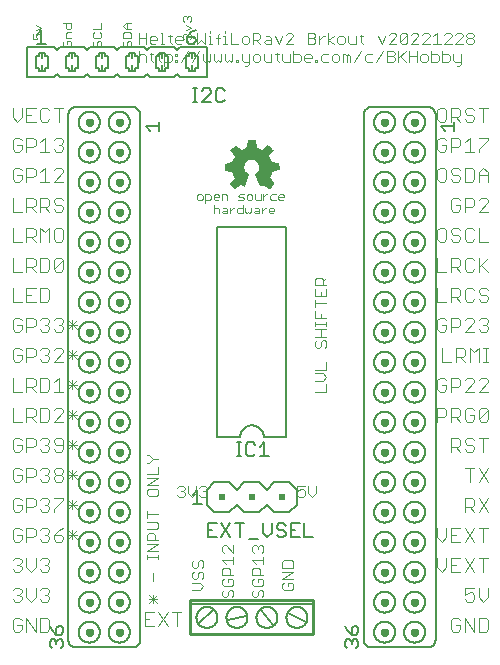
<source format=gbr>
G04 EAGLE Gerber RS-274X export*
G75*
%MOMM*%
%FSLAX34Y34*%
%LPD*%
%INSilkscreen Top*%
%IPPOS*%
%AMOC8*
5,1,8,0,0,1.08239X$1,22.5*%
G01*
%ADD10C,0.076200*%
%ADD11C,0.101600*%
%ADD12C,0.152400*%
%ADD13C,0.406400*%
%ADD14C,0.127000*%
%ADD15R,0.254000X0.508000*%
%ADD16C,0.050800*%
%ADD17R,0.508000X0.508000*%
%ADD18C,0.254000*%

G36*
X366919Y502169D02*
X366919Y502169D01*
X366972Y502168D01*
X366995Y502179D01*
X367006Y502181D01*
X367016Y502189D01*
X367046Y502203D01*
X372127Y505673D01*
X374914Y504219D01*
X374947Y504213D01*
X374977Y504197D01*
X375015Y504199D01*
X375052Y504192D01*
X375084Y504204D01*
X375117Y504206D01*
X375148Y504228D01*
X375184Y504242D01*
X375204Y504269D01*
X375231Y504289D01*
X375264Y504350D01*
X375268Y504355D01*
X375268Y504357D01*
X375270Y504360D01*
X378826Y514520D01*
X378830Y514590D01*
X378834Y514660D01*
X378834Y514661D01*
X378800Y514721D01*
X378766Y514783D01*
X378765Y514784D01*
X378763Y514785D01*
X378700Y514830D01*
X377462Y515450D01*
X376407Y516303D01*
X376248Y516501D01*
X375558Y517362D01*
X374956Y518578D01*
X374629Y519895D01*
X374591Y521252D01*
X374844Y522585D01*
X375377Y523833D01*
X376165Y524938D01*
X377171Y525849D01*
X378349Y526523D01*
X379643Y526930D01*
X380996Y527049D01*
X382304Y526889D01*
X383552Y526465D01*
X384688Y525795D01*
X385664Y524907D01*
X386437Y523840D01*
X386977Y522637D01*
X387261Y521349D01*
X387275Y520031D01*
X387021Y518737D01*
X386508Y517522D01*
X385758Y516437D01*
X384803Y515528D01*
X383661Y514819D01*
X383618Y514772D01*
X383573Y514727D01*
X383571Y514720D01*
X383566Y514715D01*
X383555Y514652D01*
X383541Y514590D01*
X383543Y514581D01*
X383542Y514576D01*
X383546Y514566D01*
X383559Y514510D01*
X387496Y504604D01*
X387507Y504590D01*
X387511Y504573D01*
X387549Y504536D01*
X387582Y504493D01*
X387599Y504487D01*
X387612Y504475D01*
X387664Y504464D01*
X387715Y504445D01*
X387732Y504449D01*
X387749Y504445D01*
X387828Y504464D01*
X389352Y505099D01*
X389362Y505107D01*
X389395Y505122D01*
X390776Y506042D01*
X395714Y502586D01*
X395767Y502568D01*
X395817Y502543D01*
X395832Y502545D01*
X395847Y502540D01*
X395901Y502553D01*
X395957Y502559D01*
X395975Y502571D01*
X395984Y502573D01*
X395993Y502582D01*
X396026Y502602D01*
X397042Y503491D01*
X397045Y503496D01*
X397054Y503503D01*
X397943Y504392D01*
X397946Y504396D01*
X397953Y504403D01*
X398969Y505546D01*
X398972Y505551D01*
X398980Y505559D01*
X399869Y506702D01*
X399887Y506746D01*
X399912Y506787D01*
X399912Y506810D01*
X399921Y506832D01*
X399912Y506880D01*
X399912Y506928D01*
X399897Y506959D01*
X399895Y506971D01*
X399888Y506979D01*
X399877Y507001D01*
X396286Y512202D01*
X397094Y513587D01*
X397097Y513600D01*
X397115Y513635D01*
X397623Y515159D01*
X397624Y515166D01*
X397629Y515178D01*
X398097Y517051D01*
X404160Y518165D01*
X404216Y518193D01*
X404274Y518218D01*
X404279Y518224D01*
X404286Y518228D01*
X404319Y518282D01*
X404354Y518334D01*
X404356Y518344D01*
X404359Y518349D01*
X404358Y518360D01*
X404367Y518414D01*
X404367Y521335D01*
X404365Y521342D01*
X404366Y521358D01*
X404239Y522755D01*
X404239Y522756D01*
X404239Y522757D01*
X404112Y524027D01*
X404093Y524075D01*
X404082Y524124D01*
X404067Y524139D01*
X404060Y524158D01*
X404018Y524188D01*
X403982Y524224D01*
X403955Y524234D01*
X403945Y524240D01*
X403934Y524241D01*
X403906Y524251D01*
X397834Y525366D01*
X397371Y526870D01*
X397366Y526879D01*
X397360Y526901D01*
X396725Y528298D01*
X396719Y528304D01*
X396713Y528321D01*
X395828Y529838D01*
X395773Y529948D01*
X399240Y534776D01*
X399257Y534825D01*
X399282Y534871D01*
X399280Y534891D01*
X399287Y534909D01*
X399275Y534960D01*
X399272Y535011D01*
X399258Y535035D01*
X399256Y535047D01*
X399247Y535055D01*
X399232Y535082D01*
X398216Y536352D01*
X398208Y536357D01*
X398197Y536373D01*
X396927Y537643D01*
X396922Y537646D01*
X396915Y537655D01*
X395899Y538544D01*
X395891Y538547D01*
X395879Y538559D01*
X394990Y539194D01*
X394948Y539209D01*
X394911Y539232D01*
X394883Y539232D01*
X394857Y539241D01*
X394814Y539231D01*
X394770Y539230D01*
X394732Y539212D01*
X394720Y539209D01*
X394714Y539203D01*
X394697Y539195D01*
X389620Y535604D01*
X388616Y536161D01*
X388609Y536163D01*
X388596Y536171D01*
X386310Y537187D01*
X386297Y537189D01*
X386262Y537203D01*
X385283Y537421D01*
X384170Y543479D01*
X384146Y543526D01*
X384130Y543576D01*
X384115Y543588D01*
X384107Y543605D01*
X384062Y543632D01*
X384021Y543666D01*
X383996Y543672D01*
X383986Y543678D01*
X383974Y543677D01*
X383942Y543685D01*
X382418Y543812D01*
X382411Y543811D01*
X382397Y543813D01*
X379476Y543813D01*
X379468Y543811D01*
X379451Y543812D01*
X378181Y543685D01*
X378132Y543665D01*
X378080Y543653D01*
X378067Y543639D01*
X378050Y543633D01*
X378019Y543590D01*
X377982Y543552D01*
X377974Y543527D01*
X377968Y543518D01*
X377967Y543506D01*
X377956Y543475D01*
X376965Y537529D01*
X375205Y536942D01*
X375201Y536939D01*
X375191Y536937D01*
X373921Y536429D01*
X373913Y536423D01*
X373889Y536414D01*
X372253Y535479D01*
X367306Y539066D01*
X367258Y539083D01*
X367213Y539108D01*
X367193Y539107D01*
X367173Y539114D01*
X367123Y539103D01*
X367073Y539100D01*
X367047Y539086D01*
X367035Y539083D01*
X367027Y539075D01*
X367002Y539061D01*
X365859Y538172D01*
X365853Y538164D01*
X365835Y538151D01*
X364565Y536881D01*
X364562Y536877D01*
X364555Y536870D01*
X363543Y535733D01*
X362914Y535103D01*
X362884Y535048D01*
X362850Y534996D01*
X362850Y534987D01*
X362846Y534980D01*
X362850Y534917D01*
X362849Y534855D01*
X362854Y534845D01*
X362854Y534839D01*
X362861Y534830D01*
X362884Y534781D01*
X366348Y529708D01*
X365670Y528577D01*
X365668Y528569D01*
X365657Y528553D01*
X364895Y526902D01*
X364893Y526890D01*
X364881Y526863D01*
X364504Y525483D01*
X364185Y524738D01*
X358099Y523744D01*
X358040Y523716D01*
X357980Y523690D01*
X357977Y523686D01*
X357972Y523683D01*
X357937Y523628D01*
X357900Y523574D01*
X357899Y523567D01*
X357897Y523564D01*
X357897Y523555D01*
X357887Y523494D01*
X357887Y517906D01*
X357905Y517843D01*
X357921Y517780D01*
X357924Y517776D01*
X357926Y517771D01*
X357975Y517727D01*
X358022Y517682D01*
X358029Y517680D01*
X358031Y517677D01*
X358040Y517676D01*
X358099Y517656D01*
X364164Y516666D01*
X364628Y515042D01*
X364628Y515041D01*
X364628Y515039D01*
X365009Y513769D01*
X365016Y513759D01*
X365026Y513729D01*
X365534Y512713D01*
X365537Y512709D01*
X365541Y512698D01*
X366347Y511317D01*
X362761Y506371D01*
X362741Y506315D01*
X362716Y506262D01*
X362718Y506250D01*
X362713Y506238D01*
X362725Y506184D01*
X362725Y506180D01*
X362727Y506175D01*
X362733Y506122D01*
X362742Y506108D01*
X362744Y506100D01*
X362753Y506091D01*
X362777Y506054D01*
X363793Y504911D01*
X363797Y504908D01*
X363803Y504900D01*
X364692Y504011D01*
X364696Y504008D01*
X364703Y504001D01*
X365846Y502985D01*
X365847Y502984D01*
X365849Y502982D01*
X366738Y502220D01*
X366787Y502198D01*
X366831Y502169D01*
X366850Y502169D01*
X366866Y502161D01*
X366919Y502169D01*
G37*
D10*
X284988Y625221D02*
X284988Y634627D01*
X284988Y629924D02*
X291259Y629924D01*
X291259Y634627D02*
X291259Y625221D01*
X295911Y625221D02*
X299047Y625221D01*
X295911Y625221D02*
X294344Y626789D01*
X294344Y629924D01*
X295911Y631492D01*
X299047Y631492D01*
X300614Y629924D01*
X300614Y628356D01*
X294344Y628356D01*
X303699Y634627D02*
X305266Y634627D01*
X305266Y625221D01*
X303699Y625221D02*
X306834Y625221D01*
X311503Y626789D02*
X311503Y633059D01*
X311503Y626789D02*
X313071Y625221D01*
X313071Y631492D02*
X309936Y631492D01*
X317740Y625221D02*
X320875Y625221D01*
X317740Y625221D02*
X316172Y626789D01*
X316172Y629924D01*
X317740Y631492D01*
X320875Y631492D01*
X322443Y629924D01*
X322443Y628356D01*
X316172Y628356D01*
X327095Y631492D02*
X331798Y631492D01*
X327095Y631492D02*
X325527Y629924D01*
X325527Y626789D01*
X327095Y625221D01*
X331798Y625221D01*
X334883Y625221D02*
X334883Y634627D01*
X338018Y628356D02*
X334883Y625221D01*
X338018Y628356D02*
X341153Y625221D01*
X341153Y634627D01*
X344238Y631492D02*
X345806Y631492D01*
X345806Y625221D01*
X347373Y625221D02*
X344238Y625221D01*
X345806Y634627D02*
X345806Y636195D01*
X352042Y633059D02*
X352042Y625221D01*
X352042Y633059D02*
X353610Y634627D01*
X353610Y629924D02*
X350475Y629924D01*
X356711Y631492D02*
X358279Y631492D01*
X358279Y625221D01*
X356711Y625221D02*
X359847Y625221D01*
X358279Y634627D02*
X358279Y636195D01*
X362948Y634627D02*
X362948Y625221D01*
X369219Y625221D01*
X373871Y625221D02*
X377006Y625221D01*
X378574Y626789D01*
X378574Y629924D01*
X377006Y631492D01*
X373871Y631492D01*
X372303Y629924D01*
X372303Y626789D01*
X373871Y625221D01*
X381659Y625221D02*
X381659Y634627D01*
X386362Y634627D01*
X387929Y633059D01*
X387929Y629924D01*
X386362Y628356D01*
X381659Y628356D01*
X384794Y628356D02*
X387929Y625221D01*
X392581Y631492D02*
X395717Y631492D01*
X397284Y629924D01*
X397284Y625221D01*
X392581Y625221D01*
X391014Y626789D01*
X392581Y628356D01*
X397284Y628356D01*
X400369Y631492D02*
X403504Y625221D01*
X406640Y631492D01*
X409724Y625221D02*
X415995Y625221D01*
X409724Y625221D02*
X415995Y631492D01*
X415995Y633059D01*
X414427Y634627D01*
X411292Y634627D01*
X409724Y633059D01*
X428435Y634627D02*
X428435Y625221D01*
X428435Y634627D02*
X433138Y634627D01*
X434705Y633059D01*
X434705Y631492D01*
X433138Y629924D01*
X434705Y628356D01*
X434705Y626789D01*
X433138Y625221D01*
X428435Y625221D01*
X428435Y629924D02*
X433138Y629924D01*
X437790Y631492D02*
X437790Y625221D01*
X437790Y628356D02*
X440925Y631492D01*
X442493Y631492D01*
X445586Y634627D02*
X445586Y625221D01*
X445586Y628356D02*
X450289Y625221D01*
X445586Y628356D02*
X450289Y631492D01*
X454949Y625221D02*
X458085Y625221D01*
X459652Y626789D01*
X459652Y629924D01*
X458085Y631492D01*
X454949Y631492D01*
X453382Y629924D01*
X453382Y626789D01*
X454949Y625221D01*
X462737Y626789D02*
X462737Y631492D01*
X462737Y626789D02*
X464304Y625221D01*
X469008Y625221D01*
X469008Y631492D01*
X473660Y633059D02*
X473660Y626789D01*
X475227Y625221D01*
X475227Y631492D02*
X472092Y631492D01*
X487684Y631492D02*
X490819Y625221D01*
X493955Y631492D01*
X497039Y625221D02*
X503310Y625221D01*
X497039Y625221D02*
X503310Y631492D01*
X503310Y633059D01*
X501742Y634627D01*
X498607Y634627D01*
X497039Y633059D01*
X506394Y633059D02*
X506394Y626789D01*
X506394Y633059D02*
X507962Y634627D01*
X511097Y634627D01*
X512665Y633059D01*
X512665Y626789D01*
X511097Y625221D01*
X507962Y625221D01*
X506394Y626789D01*
X512665Y633059D01*
X515750Y625221D02*
X522020Y625221D01*
X515750Y625221D02*
X522020Y631492D01*
X522020Y633059D01*
X520453Y634627D01*
X517317Y634627D01*
X515750Y633059D01*
X525105Y625221D02*
X531375Y625221D01*
X525105Y625221D02*
X531375Y631492D01*
X531375Y633059D01*
X529808Y634627D01*
X526672Y634627D01*
X525105Y633059D01*
X534460Y631492D02*
X537595Y634627D01*
X537595Y625221D01*
X534460Y625221D02*
X540731Y625221D01*
X543815Y625221D02*
X550086Y625221D01*
X543815Y625221D02*
X550086Y631492D01*
X550086Y633059D01*
X548518Y634627D01*
X545383Y634627D01*
X543815Y633059D01*
X553170Y625221D02*
X559441Y625221D01*
X553170Y625221D02*
X559441Y631492D01*
X559441Y633059D01*
X557873Y634627D01*
X554738Y634627D01*
X553170Y633059D01*
X562525Y633059D02*
X564093Y634627D01*
X567228Y634627D01*
X568796Y633059D01*
X568796Y631492D01*
X567228Y629924D01*
X568796Y628356D01*
X568796Y626789D01*
X567228Y625221D01*
X564093Y625221D01*
X562525Y626789D01*
X562525Y628356D01*
X564093Y629924D01*
X562525Y631492D01*
X562525Y633059D01*
X564093Y629924D02*
X567228Y629924D01*
X284988Y619387D02*
X284988Y609981D01*
X284988Y614684D02*
X286556Y616252D01*
X289691Y616252D01*
X291259Y614684D01*
X291259Y609981D01*
X295911Y611549D02*
X295911Y617819D01*
X295911Y611549D02*
X297479Y609981D01*
X297479Y616252D02*
X294344Y616252D01*
X302148Y617819D02*
X302148Y611549D01*
X303716Y609981D01*
X303716Y616252D02*
X300580Y616252D01*
X306817Y616252D02*
X306817Y606846D01*
X306817Y616252D02*
X311520Y616252D01*
X313088Y614684D01*
X313088Y611549D01*
X311520Y609981D01*
X306817Y609981D01*
X316172Y616252D02*
X317740Y616252D01*
X317740Y614684D01*
X316172Y614684D01*
X316172Y616252D01*
X316172Y611549D02*
X317740Y611549D01*
X317740Y609981D01*
X316172Y609981D01*
X316172Y611549D01*
X320850Y609981D02*
X327121Y619387D01*
X336476Y619387D02*
X330205Y609981D01*
X339560Y611549D02*
X339560Y616252D01*
X339560Y611549D02*
X341128Y609981D01*
X342696Y611549D01*
X344263Y609981D01*
X345831Y611549D01*
X345831Y616252D01*
X348915Y616252D02*
X348915Y611549D01*
X350483Y609981D01*
X352051Y611549D01*
X353618Y609981D01*
X355186Y611549D01*
X355186Y616252D01*
X358271Y616252D02*
X358271Y611549D01*
X359838Y609981D01*
X361406Y611549D01*
X362974Y609981D01*
X364541Y611549D01*
X364541Y616252D01*
X367626Y611549D02*
X367626Y609981D01*
X367626Y611549D02*
X369193Y611549D01*
X369193Y609981D01*
X367626Y609981D01*
X372303Y611549D02*
X372303Y616252D01*
X372303Y611549D02*
X373871Y609981D01*
X378574Y609981D01*
X378574Y608413D02*
X378574Y616252D01*
X378574Y608413D02*
X377006Y606846D01*
X375439Y606846D01*
X383226Y609981D02*
X386362Y609981D01*
X387929Y611549D01*
X387929Y614684D01*
X386362Y616252D01*
X383226Y616252D01*
X381659Y614684D01*
X381659Y611549D01*
X383226Y609981D01*
X391014Y611549D02*
X391014Y616252D01*
X391014Y611549D02*
X392581Y609981D01*
X397284Y609981D01*
X397284Y616252D01*
X401937Y617819D02*
X401937Y611549D01*
X403504Y609981D01*
X403504Y616252D02*
X400369Y616252D01*
X406606Y616252D02*
X406606Y611549D01*
X408173Y609981D01*
X412876Y609981D01*
X412876Y616252D01*
X415961Y619387D02*
X415961Y609981D01*
X420664Y609981D01*
X422232Y611549D01*
X422232Y614684D01*
X420664Y616252D01*
X415961Y616252D01*
X426884Y609981D02*
X430019Y609981D01*
X426884Y609981D02*
X425316Y611549D01*
X425316Y614684D01*
X426884Y616252D01*
X430019Y616252D01*
X431587Y614684D01*
X431587Y613116D01*
X425316Y613116D01*
X434671Y611549D02*
X434671Y609981D01*
X434671Y611549D02*
X436239Y611549D01*
X436239Y609981D01*
X434671Y609981D01*
X440917Y616252D02*
X445620Y616252D01*
X440917Y616252D02*
X439349Y614684D01*
X439349Y611549D01*
X440917Y609981D01*
X445620Y609981D01*
X450272Y609981D02*
X453407Y609981D01*
X454975Y611549D01*
X454975Y614684D01*
X453407Y616252D01*
X450272Y616252D01*
X448704Y614684D01*
X448704Y611549D01*
X450272Y609981D01*
X458059Y609981D02*
X458059Y616252D01*
X459627Y616252D01*
X461195Y614684D01*
X461195Y609981D01*
X461195Y614684D02*
X462762Y616252D01*
X464330Y614684D01*
X464330Y609981D01*
X467414Y609981D02*
X473685Y619387D01*
X478337Y616252D02*
X483040Y616252D01*
X478337Y616252D02*
X476770Y614684D01*
X476770Y611549D01*
X478337Y609981D01*
X483040Y609981D01*
X486125Y609981D02*
X492396Y619387D01*
X495480Y619387D02*
X495480Y609981D01*
X495480Y619387D02*
X500183Y619387D01*
X501751Y617819D01*
X501751Y616252D01*
X500183Y614684D01*
X501751Y613116D01*
X501751Y611549D01*
X500183Y609981D01*
X495480Y609981D01*
X495480Y614684D02*
X500183Y614684D01*
X504835Y619387D02*
X504835Y609981D01*
X504835Y613116D02*
X511106Y619387D01*
X506403Y614684D02*
X511106Y609981D01*
X514190Y609981D02*
X514190Y619387D01*
X514190Y614684D02*
X520461Y614684D01*
X520461Y619387D02*
X520461Y609981D01*
X525113Y609981D02*
X528249Y609981D01*
X529816Y611549D01*
X529816Y614684D01*
X528249Y616252D01*
X525113Y616252D01*
X523546Y614684D01*
X523546Y611549D01*
X525113Y609981D01*
X532901Y609981D02*
X532901Y619387D01*
X532901Y609981D02*
X537604Y609981D01*
X539171Y611549D01*
X539171Y614684D01*
X537604Y616252D01*
X532901Y616252D01*
X542256Y619387D02*
X542256Y609981D01*
X546959Y609981D01*
X548527Y611549D01*
X548527Y614684D01*
X546959Y616252D01*
X542256Y616252D01*
X551611Y616252D02*
X551611Y611549D01*
X553179Y609981D01*
X557882Y609981D01*
X557882Y608413D02*
X557882Y616252D01*
X557882Y608413D02*
X556314Y606846D01*
X554747Y606846D01*
X444119Y330581D02*
X434713Y330581D01*
X444119Y330581D02*
X444119Y336852D01*
X440984Y339936D02*
X434713Y339936D01*
X440984Y339936D02*
X444119Y343072D01*
X440984Y346207D01*
X434713Y346207D01*
X434713Y349291D02*
X444119Y349291D01*
X444119Y355562D01*
X434713Y372705D02*
X436281Y374272D01*
X434713Y372705D02*
X434713Y369569D01*
X436281Y368002D01*
X437848Y368002D01*
X439416Y369569D01*
X439416Y372705D01*
X440984Y374272D01*
X442551Y374272D01*
X444119Y372705D01*
X444119Y369569D01*
X442551Y368002D01*
X444119Y377357D02*
X434713Y377357D01*
X439416Y377357D02*
X439416Y383628D01*
X434713Y383628D02*
X444119Y383628D01*
X444119Y386712D02*
X444119Y389847D01*
X444119Y388280D02*
X434713Y388280D01*
X434713Y389847D02*
X434713Y386712D01*
X434713Y392949D02*
X444119Y392949D01*
X434713Y392949D02*
X434713Y399220D01*
X439416Y396084D02*
X439416Y392949D01*
X444119Y405439D02*
X434713Y405439D01*
X434713Y402304D02*
X434713Y408575D01*
X434713Y411659D02*
X434713Y417930D01*
X434713Y411659D02*
X444119Y411659D01*
X444119Y417930D01*
X439416Y414795D02*
X439416Y411659D01*
X444119Y421014D02*
X434713Y421014D01*
X434713Y425717D01*
X436281Y427285D01*
X439416Y427285D01*
X440984Y425717D01*
X440984Y421014D01*
X440984Y424150D02*
X444119Y427285D01*
X222075Y627596D02*
X220847Y626367D01*
X220847Y623910D01*
X222075Y622681D01*
X226990Y622681D01*
X228219Y623910D01*
X228219Y626367D01*
X226990Y627596D01*
X224533Y627596D01*
X224533Y625138D01*
X223304Y630165D02*
X228219Y630165D01*
X223304Y630165D02*
X223304Y633851D01*
X224533Y635080D01*
X228219Y635080D01*
X228219Y642564D02*
X220847Y642564D01*
X228219Y642564D02*
X228219Y638878D01*
X226990Y637649D01*
X224533Y637649D01*
X223304Y638878D01*
X223304Y642564D01*
X246247Y626367D02*
X247475Y627596D01*
X246247Y626367D02*
X246247Y623910D01*
X247475Y622681D01*
X248704Y622681D01*
X249933Y623910D01*
X249933Y626367D01*
X251162Y627596D01*
X252390Y627596D01*
X253619Y626367D01*
X253619Y623910D01*
X252390Y622681D01*
X246247Y633851D02*
X247475Y635080D01*
X246247Y633851D02*
X246247Y631394D01*
X247475Y630165D01*
X252390Y630165D01*
X253619Y631394D01*
X253619Y633851D01*
X252390Y635080D01*
X253619Y637649D02*
X246247Y637649D01*
X253619Y637649D02*
X253619Y642564D01*
X271647Y626367D02*
X272875Y627596D01*
X271647Y626367D02*
X271647Y623910D01*
X272875Y622681D01*
X274104Y622681D01*
X275333Y623910D01*
X275333Y626367D01*
X276562Y627596D01*
X277790Y627596D01*
X279019Y626367D01*
X279019Y623910D01*
X277790Y622681D01*
X279019Y630165D02*
X271647Y630165D01*
X279019Y630165D02*
X279019Y633851D01*
X277790Y635080D01*
X272875Y635080D01*
X271647Y633851D01*
X271647Y630165D01*
X274104Y637649D02*
X279019Y637649D01*
X274104Y637649D02*
X271647Y640107D01*
X274104Y642564D01*
X279019Y642564D01*
X275333Y642564D02*
X275333Y637649D01*
X195447Y633946D02*
X195447Y629031D01*
X199133Y629031D01*
X197904Y631488D01*
X197904Y632717D01*
X199133Y633946D01*
X201590Y633946D01*
X202819Y632717D01*
X202819Y630260D01*
X201590Y629031D01*
X197904Y636515D02*
X202819Y638973D01*
X197904Y641430D01*
X322447Y630260D02*
X323675Y629031D01*
X322447Y630260D02*
X322447Y632717D01*
X323675Y633946D01*
X324904Y633946D01*
X326133Y632717D01*
X326133Y631488D01*
X326133Y632717D02*
X327362Y633946D01*
X328590Y633946D01*
X329819Y632717D01*
X329819Y630260D01*
X328590Y629031D01*
X324904Y636515D02*
X329819Y638973D01*
X324904Y641430D01*
X323675Y643999D02*
X322447Y645228D01*
X322447Y647685D01*
X323675Y648914D01*
X324904Y648914D01*
X326133Y647685D01*
X326133Y646457D01*
X326133Y647685D02*
X327362Y648914D01*
X328590Y648914D01*
X329819Y647685D01*
X329819Y645228D01*
X328590Y643999D01*
D11*
X555473Y139202D02*
X557422Y137253D01*
X555473Y139202D02*
X551575Y139202D01*
X549626Y137253D01*
X549626Y129457D01*
X551575Y127508D01*
X555473Y127508D01*
X557422Y129457D01*
X557422Y133355D01*
X553524Y133355D01*
X561320Y127508D02*
X561320Y139202D01*
X569116Y127508D01*
X569116Y139202D01*
X573014Y139202D02*
X573014Y127508D01*
X578861Y127508D01*
X580810Y129457D01*
X580810Y137253D01*
X578861Y139202D01*
X573014Y139202D01*
X186104Y137253D02*
X184155Y139202D01*
X180257Y139202D01*
X178308Y137253D01*
X178308Y129457D01*
X180257Y127508D01*
X184155Y127508D01*
X186104Y129457D01*
X186104Y133355D01*
X182206Y133355D01*
X190002Y127508D02*
X190002Y139202D01*
X197798Y127508D01*
X197798Y139202D01*
X201696Y139202D02*
X201696Y127508D01*
X207543Y127508D01*
X209492Y129457D01*
X209492Y137253D01*
X207543Y139202D01*
X201696Y139202D01*
X178308Y162653D02*
X180257Y164602D01*
X184155Y164602D01*
X186104Y162653D01*
X186104Y160704D01*
X184155Y158755D01*
X182206Y158755D01*
X184155Y158755D02*
X186104Y156806D01*
X186104Y154857D01*
X184155Y152908D01*
X180257Y152908D01*
X178308Y154857D01*
X190002Y156806D02*
X190002Y164602D01*
X190002Y156806D02*
X193900Y152908D01*
X197798Y156806D01*
X197798Y164602D01*
X201696Y162653D02*
X203645Y164602D01*
X207543Y164602D01*
X209492Y162653D01*
X209492Y160704D01*
X207543Y158755D01*
X205594Y158755D01*
X207543Y158755D02*
X209492Y156806D01*
X209492Y154857D01*
X207543Y152908D01*
X203645Y152908D01*
X201696Y154857D01*
X178308Y188053D02*
X180257Y190002D01*
X184155Y190002D01*
X186104Y188053D01*
X186104Y186104D01*
X184155Y184155D01*
X182206Y184155D01*
X184155Y184155D02*
X186104Y182206D01*
X186104Y180257D01*
X184155Y178308D01*
X180257Y178308D01*
X178308Y180257D01*
X190002Y182206D02*
X190002Y190002D01*
X190002Y182206D02*
X193900Y178308D01*
X197798Y182206D01*
X197798Y190002D01*
X201696Y188053D02*
X203645Y190002D01*
X207543Y190002D01*
X209492Y188053D01*
X209492Y186104D01*
X207543Y184155D01*
X205594Y184155D01*
X207543Y184155D02*
X209492Y182206D01*
X209492Y180257D01*
X207543Y178308D01*
X203645Y178308D01*
X201696Y180257D01*
X186104Y213453D02*
X184155Y215402D01*
X180257Y215402D01*
X178308Y213453D01*
X178308Y205657D01*
X180257Y203708D01*
X184155Y203708D01*
X186104Y205657D01*
X186104Y209555D01*
X182206Y209555D01*
X190002Y203708D02*
X190002Y215402D01*
X195849Y215402D01*
X197798Y213453D01*
X197798Y209555D01*
X195849Y207606D01*
X190002Y207606D01*
X201696Y213453D02*
X203645Y215402D01*
X207543Y215402D01*
X209492Y213453D01*
X209492Y211504D01*
X207543Y209555D01*
X205594Y209555D01*
X207543Y209555D02*
X209492Y207606D01*
X209492Y205657D01*
X207543Y203708D01*
X203645Y203708D01*
X201696Y205657D01*
X217288Y213453D02*
X221186Y215402D01*
X217288Y213453D02*
X213390Y209555D01*
X213390Y205657D01*
X215339Y203708D01*
X219237Y203708D01*
X221186Y205657D01*
X221186Y207606D01*
X219237Y209555D01*
X213390Y209555D01*
X225084Y213453D02*
X232880Y205657D01*
X225084Y205657D02*
X232880Y213453D01*
X232880Y209555D02*
X225084Y209555D01*
X228982Y205657D02*
X228982Y213453D01*
X186104Y238853D02*
X184155Y240802D01*
X180257Y240802D01*
X178308Y238853D01*
X178308Y231057D01*
X180257Y229108D01*
X184155Y229108D01*
X186104Y231057D01*
X186104Y234955D01*
X182206Y234955D01*
X190002Y229108D02*
X190002Y240802D01*
X195849Y240802D01*
X197798Y238853D01*
X197798Y234955D01*
X195849Y233006D01*
X190002Y233006D01*
X201696Y238853D02*
X203645Y240802D01*
X207543Y240802D01*
X209492Y238853D01*
X209492Y236904D01*
X207543Y234955D01*
X205594Y234955D01*
X207543Y234955D02*
X209492Y233006D01*
X209492Y231057D01*
X207543Y229108D01*
X203645Y229108D01*
X201696Y231057D01*
X213390Y240802D02*
X221186Y240802D01*
X221186Y238853D01*
X213390Y231057D01*
X213390Y229108D01*
X225084Y238853D02*
X232880Y231057D01*
X225084Y231057D02*
X232880Y238853D01*
X232880Y234955D02*
X225084Y234955D01*
X228982Y231057D02*
X228982Y238853D01*
X186104Y264253D02*
X184155Y266202D01*
X180257Y266202D01*
X178308Y264253D01*
X178308Y256457D01*
X180257Y254508D01*
X184155Y254508D01*
X186104Y256457D01*
X186104Y260355D01*
X182206Y260355D01*
X190002Y254508D02*
X190002Y266202D01*
X195849Y266202D01*
X197798Y264253D01*
X197798Y260355D01*
X195849Y258406D01*
X190002Y258406D01*
X201696Y264253D02*
X203645Y266202D01*
X207543Y266202D01*
X209492Y264253D01*
X209492Y262304D01*
X207543Y260355D01*
X205594Y260355D01*
X207543Y260355D02*
X209492Y258406D01*
X209492Y256457D01*
X207543Y254508D01*
X203645Y254508D01*
X201696Y256457D01*
X213390Y264253D02*
X215339Y266202D01*
X219237Y266202D01*
X221186Y264253D01*
X221186Y262304D01*
X219237Y260355D01*
X221186Y258406D01*
X221186Y256457D01*
X219237Y254508D01*
X215339Y254508D01*
X213390Y256457D01*
X213390Y258406D01*
X215339Y260355D01*
X213390Y262304D01*
X213390Y264253D01*
X215339Y260355D02*
X219237Y260355D01*
X225084Y264253D02*
X232880Y256457D01*
X225084Y256457D02*
X232880Y264253D01*
X232880Y260355D02*
X225084Y260355D01*
X228982Y256457D02*
X228982Y264253D01*
X186104Y289653D02*
X184155Y291602D01*
X180257Y291602D01*
X178308Y289653D01*
X178308Y281857D01*
X180257Y279908D01*
X184155Y279908D01*
X186104Y281857D01*
X186104Y285755D01*
X182206Y285755D01*
X190002Y279908D02*
X190002Y291602D01*
X195849Y291602D01*
X197798Y289653D01*
X197798Y285755D01*
X195849Y283806D01*
X190002Y283806D01*
X201696Y289653D02*
X203645Y291602D01*
X207543Y291602D01*
X209492Y289653D01*
X209492Y287704D01*
X207543Y285755D01*
X205594Y285755D01*
X207543Y285755D02*
X209492Y283806D01*
X209492Y281857D01*
X207543Y279908D01*
X203645Y279908D01*
X201696Y281857D01*
X213390Y281857D02*
X215339Y279908D01*
X219237Y279908D01*
X221186Y281857D01*
X221186Y289653D01*
X219237Y291602D01*
X215339Y291602D01*
X213390Y289653D01*
X213390Y287704D01*
X215339Y285755D01*
X221186Y285755D01*
X225084Y289653D02*
X232880Y281857D01*
X225084Y281857D02*
X232880Y289653D01*
X232880Y285755D02*
X225084Y285755D01*
X228982Y281857D02*
X228982Y289653D01*
X178308Y305308D02*
X178308Y317002D01*
X178308Y305308D02*
X186104Y305308D01*
X190002Y305308D02*
X190002Y317002D01*
X195849Y317002D01*
X197798Y315053D01*
X197798Y311155D01*
X195849Y309206D01*
X190002Y309206D01*
X193900Y309206D02*
X197798Y305308D01*
X201696Y305308D02*
X201696Y317002D01*
X201696Y305308D02*
X207543Y305308D01*
X209492Y307257D01*
X209492Y315053D01*
X207543Y317002D01*
X201696Y317002D01*
X213390Y305308D02*
X221186Y305308D01*
X213390Y305308D02*
X221186Y313104D01*
X221186Y315053D01*
X219237Y317002D01*
X215339Y317002D01*
X213390Y315053D01*
X225084Y315053D02*
X232880Y307257D01*
X225084Y307257D02*
X232880Y315053D01*
X232880Y311155D02*
X225084Y311155D01*
X228982Y307257D02*
X228982Y315053D01*
X178308Y330708D02*
X178308Y342402D01*
X178308Y330708D02*
X186104Y330708D01*
X190002Y330708D02*
X190002Y342402D01*
X195849Y342402D01*
X197798Y340453D01*
X197798Y336555D01*
X195849Y334606D01*
X190002Y334606D01*
X193900Y334606D02*
X197798Y330708D01*
X201696Y330708D02*
X201696Y342402D01*
X201696Y330708D02*
X207543Y330708D01*
X209492Y332657D01*
X209492Y340453D01*
X207543Y342402D01*
X201696Y342402D01*
X213390Y338504D02*
X217288Y342402D01*
X217288Y330708D01*
X213390Y330708D02*
X221186Y330708D01*
X225084Y340453D02*
X232880Y332657D01*
X225084Y332657D02*
X232880Y340453D01*
X232880Y336555D02*
X225084Y336555D01*
X228982Y332657D02*
X228982Y340453D01*
X186104Y365853D02*
X184155Y367802D01*
X180257Y367802D01*
X178308Y365853D01*
X178308Y358057D01*
X180257Y356108D01*
X184155Y356108D01*
X186104Y358057D01*
X186104Y361955D01*
X182206Y361955D01*
X190002Y356108D02*
X190002Y367802D01*
X195849Y367802D01*
X197798Y365853D01*
X197798Y361955D01*
X195849Y360006D01*
X190002Y360006D01*
X201696Y365853D02*
X203645Y367802D01*
X207543Y367802D01*
X209492Y365853D01*
X209492Y363904D01*
X207543Y361955D01*
X205594Y361955D01*
X207543Y361955D02*
X209492Y360006D01*
X209492Y358057D01*
X207543Y356108D01*
X203645Y356108D01*
X201696Y358057D01*
X213390Y356108D02*
X221186Y356108D01*
X213390Y356108D02*
X221186Y363904D01*
X221186Y365853D01*
X219237Y367802D01*
X215339Y367802D01*
X213390Y365853D01*
X225084Y365853D02*
X232880Y358057D01*
X225084Y358057D02*
X232880Y365853D01*
X232880Y361955D02*
X225084Y361955D01*
X228982Y358057D02*
X228982Y365853D01*
X186104Y391253D02*
X184155Y393202D01*
X180257Y393202D01*
X178308Y391253D01*
X178308Y383457D01*
X180257Y381508D01*
X184155Y381508D01*
X186104Y383457D01*
X186104Y387355D01*
X182206Y387355D01*
X190002Y381508D02*
X190002Y393202D01*
X195849Y393202D01*
X197798Y391253D01*
X197798Y387355D01*
X195849Y385406D01*
X190002Y385406D01*
X201696Y391253D02*
X203645Y393202D01*
X207543Y393202D01*
X209492Y391253D01*
X209492Y389304D01*
X207543Y387355D01*
X205594Y387355D01*
X207543Y387355D02*
X209492Y385406D01*
X209492Y383457D01*
X207543Y381508D01*
X203645Y381508D01*
X201696Y383457D01*
X213390Y391253D02*
X215339Y393202D01*
X219237Y393202D01*
X221186Y391253D01*
X221186Y389304D01*
X219237Y387355D01*
X217288Y387355D01*
X219237Y387355D02*
X221186Y385406D01*
X221186Y383457D01*
X219237Y381508D01*
X215339Y381508D01*
X213390Y383457D01*
X225084Y391253D02*
X232880Y383457D01*
X225084Y383457D02*
X232880Y391253D01*
X232880Y387355D02*
X225084Y387355D01*
X228982Y383457D02*
X228982Y391253D01*
X178308Y406908D02*
X178308Y418602D01*
X178308Y406908D02*
X186104Y406908D01*
X190002Y418602D02*
X197798Y418602D01*
X190002Y418602D02*
X190002Y406908D01*
X197798Y406908D01*
X193900Y412755D02*
X190002Y412755D01*
X201696Y418602D02*
X201696Y406908D01*
X207543Y406908D01*
X209492Y408857D01*
X209492Y416653D01*
X207543Y418602D01*
X201696Y418602D01*
X178308Y432308D02*
X178308Y444002D01*
X178308Y432308D02*
X186104Y432308D01*
X190002Y432308D02*
X190002Y444002D01*
X195849Y444002D01*
X197798Y442053D01*
X197798Y438155D01*
X195849Y436206D01*
X190002Y436206D01*
X193900Y436206D02*
X197798Y432308D01*
X201696Y432308D02*
X201696Y444002D01*
X201696Y432308D02*
X207543Y432308D01*
X209492Y434257D01*
X209492Y442053D01*
X207543Y444002D01*
X201696Y444002D01*
X213390Y442053D02*
X213390Y434257D01*
X213390Y442053D02*
X215339Y444002D01*
X219237Y444002D01*
X221186Y442053D01*
X221186Y434257D01*
X219237Y432308D01*
X215339Y432308D01*
X213390Y434257D01*
X221186Y442053D01*
X178308Y457708D02*
X178308Y469402D01*
X178308Y457708D02*
X186104Y457708D01*
X190002Y457708D02*
X190002Y469402D01*
X195849Y469402D01*
X197798Y467453D01*
X197798Y463555D01*
X195849Y461606D01*
X190002Y461606D01*
X193900Y461606D02*
X197798Y457708D01*
X201696Y457708D02*
X201696Y469402D01*
X205594Y465504D01*
X209492Y469402D01*
X209492Y457708D01*
X215339Y469402D02*
X219237Y469402D01*
X215339Y469402D02*
X213390Y467453D01*
X213390Y459657D01*
X215339Y457708D01*
X219237Y457708D01*
X221186Y459657D01*
X221186Y467453D01*
X219237Y469402D01*
X178308Y483108D02*
X178308Y494802D01*
X178308Y483108D02*
X186104Y483108D01*
X190002Y483108D02*
X190002Y494802D01*
X195849Y494802D01*
X197798Y492853D01*
X197798Y488955D01*
X195849Y487006D01*
X190002Y487006D01*
X193900Y487006D02*
X197798Y483108D01*
X201696Y483108D02*
X201696Y494802D01*
X207543Y494802D01*
X209492Y492853D01*
X209492Y488955D01*
X207543Y487006D01*
X201696Y487006D01*
X205594Y487006D02*
X209492Y483108D01*
X221186Y492853D02*
X219237Y494802D01*
X215339Y494802D01*
X213390Y492853D01*
X213390Y490904D01*
X215339Y488955D01*
X219237Y488955D01*
X221186Y487006D01*
X221186Y485057D01*
X219237Y483108D01*
X215339Y483108D01*
X213390Y485057D01*
X186104Y518253D02*
X184155Y520202D01*
X180257Y520202D01*
X178308Y518253D01*
X178308Y510457D01*
X180257Y508508D01*
X184155Y508508D01*
X186104Y510457D01*
X186104Y514355D01*
X182206Y514355D01*
X190002Y508508D02*
X190002Y520202D01*
X195849Y520202D01*
X197798Y518253D01*
X197798Y514355D01*
X195849Y512406D01*
X190002Y512406D01*
X201696Y516304D02*
X205594Y520202D01*
X205594Y508508D01*
X201696Y508508D02*
X209492Y508508D01*
X213390Y508508D02*
X221186Y508508D01*
X213390Y508508D02*
X221186Y516304D01*
X221186Y518253D01*
X219237Y520202D01*
X215339Y520202D01*
X213390Y518253D01*
X186104Y543653D02*
X184155Y545602D01*
X180257Y545602D01*
X178308Y543653D01*
X178308Y535857D01*
X180257Y533908D01*
X184155Y533908D01*
X186104Y535857D01*
X186104Y539755D01*
X182206Y539755D01*
X190002Y533908D02*
X190002Y545602D01*
X195849Y545602D01*
X197798Y543653D01*
X197798Y539755D01*
X195849Y537806D01*
X190002Y537806D01*
X201696Y541704D02*
X205594Y545602D01*
X205594Y533908D01*
X201696Y533908D02*
X209492Y533908D01*
X213390Y543653D02*
X215339Y545602D01*
X219237Y545602D01*
X221186Y543653D01*
X221186Y541704D01*
X219237Y539755D01*
X217288Y539755D01*
X219237Y539755D02*
X221186Y537806D01*
X221186Y535857D01*
X219237Y533908D01*
X215339Y533908D01*
X213390Y535857D01*
X178308Y563206D02*
X178308Y571002D01*
X178308Y563206D02*
X182206Y559308D01*
X186104Y563206D01*
X186104Y571002D01*
X190002Y571002D02*
X197798Y571002D01*
X190002Y571002D02*
X190002Y559308D01*
X197798Y559308D01*
X193900Y565155D02*
X190002Y565155D01*
X207543Y571002D02*
X209492Y569053D01*
X207543Y571002D02*
X203645Y571002D01*
X201696Y569053D01*
X201696Y561257D01*
X203645Y559308D01*
X207543Y559308D01*
X209492Y561257D01*
X217288Y559308D02*
X217288Y571002D01*
X213390Y571002D02*
X221186Y571002D01*
X561320Y164602D02*
X569116Y164602D01*
X561320Y164602D02*
X561320Y158755D01*
X565218Y160704D01*
X567167Y160704D01*
X569116Y158755D01*
X569116Y154857D01*
X567167Y152908D01*
X563269Y152908D01*
X561320Y154857D01*
X573014Y156806D02*
X573014Y164602D01*
X573014Y156806D02*
X576912Y152908D01*
X580810Y156806D01*
X580810Y164602D01*
X537932Y182206D02*
X537932Y190002D01*
X537932Y182206D02*
X541830Y178308D01*
X545728Y182206D01*
X545728Y190002D01*
X549626Y190002D02*
X557422Y190002D01*
X549626Y190002D02*
X549626Y178308D01*
X557422Y178308D01*
X553524Y184155D02*
X549626Y184155D01*
X561320Y190002D02*
X569116Y178308D01*
X561320Y178308D02*
X569116Y190002D01*
X576912Y190002D02*
X576912Y178308D01*
X573014Y190002D02*
X580810Y190002D01*
X537932Y207606D02*
X537932Y215402D01*
X537932Y207606D02*
X541830Y203708D01*
X545728Y207606D01*
X545728Y215402D01*
X549626Y215402D02*
X557422Y215402D01*
X549626Y215402D02*
X549626Y203708D01*
X557422Y203708D01*
X553524Y209555D02*
X549626Y209555D01*
X561320Y215402D02*
X569116Y203708D01*
X561320Y203708D02*
X569116Y215402D01*
X576912Y215402D02*
X576912Y203708D01*
X573014Y215402D02*
X580810Y215402D01*
X561320Y229108D02*
X561320Y240802D01*
X567167Y240802D01*
X569116Y238853D01*
X569116Y234955D01*
X567167Y233006D01*
X561320Y233006D01*
X565218Y233006D02*
X569116Y229108D01*
X580810Y229108D02*
X573014Y240802D01*
X580810Y240802D02*
X573014Y229108D01*
X565218Y254508D02*
X565218Y266202D01*
X561320Y266202D02*
X569116Y266202D01*
X573014Y266202D02*
X580810Y254508D01*
X573014Y254508D02*
X580810Y266202D01*
X549626Y279908D02*
X549626Y291602D01*
X555473Y291602D01*
X557422Y289653D01*
X557422Y285755D01*
X555473Y283806D01*
X549626Y283806D01*
X553524Y283806D02*
X557422Y279908D01*
X569116Y289653D02*
X567167Y291602D01*
X563269Y291602D01*
X561320Y289653D01*
X561320Y287704D01*
X563269Y285755D01*
X567167Y285755D01*
X569116Y283806D01*
X569116Y281857D01*
X567167Y279908D01*
X563269Y279908D01*
X561320Y281857D01*
X576912Y279908D02*
X576912Y291602D01*
X573014Y291602D02*
X580810Y291602D01*
X537932Y305308D02*
X537932Y317002D01*
X543779Y317002D01*
X545728Y315053D01*
X545728Y311155D01*
X543779Y309206D01*
X537932Y309206D01*
X549626Y305308D02*
X549626Y317002D01*
X555473Y317002D01*
X557422Y315053D01*
X557422Y311155D01*
X555473Y309206D01*
X549626Y309206D01*
X553524Y309206D02*
X557422Y305308D01*
X569116Y315053D02*
X567167Y317002D01*
X563269Y317002D01*
X561320Y315053D01*
X561320Y307257D01*
X563269Y305308D01*
X567167Y305308D01*
X569116Y307257D01*
X569116Y311155D01*
X565218Y311155D01*
X573014Y307257D02*
X573014Y315053D01*
X574963Y317002D01*
X578861Y317002D01*
X580810Y315053D01*
X580810Y307257D01*
X578861Y305308D01*
X574963Y305308D01*
X573014Y307257D01*
X580810Y315053D01*
X541830Y356108D02*
X541830Y367802D01*
X541830Y356108D02*
X549626Y356108D01*
X553524Y356108D02*
X553524Y367802D01*
X559371Y367802D01*
X561320Y365853D01*
X561320Y361955D01*
X559371Y360006D01*
X553524Y360006D01*
X557422Y360006D02*
X561320Y356108D01*
X565218Y356108D02*
X565218Y367802D01*
X569116Y363904D01*
X573014Y367802D01*
X573014Y356108D01*
X576912Y356108D02*
X580810Y356108D01*
X578861Y356108D02*
X578861Y367802D01*
X576912Y367802D02*
X580810Y367802D01*
X545728Y391253D02*
X543779Y393202D01*
X539881Y393202D01*
X537932Y391253D01*
X537932Y383457D01*
X539881Y381508D01*
X543779Y381508D01*
X545728Y383457D01*
X545728Y387355D01*
X541830Y387355D01*
X549626Y381508D02*
X549626Y393202D01*
X555473Y393202D01*
X557422Y391253D01*
X557422Y387355D01*
X555473Y385406D01*
X549626Y385406D01*
X561320Y381508D02*
X569116Y381508D01*
X561320Y381508D02*
X569116Y389304D01*
X569116Y391253D01*
X567167Y393202D01*
X563269Y393202D01*
X561320Y391253D01*
X573014Y391253D02*
X574963Y393202D01*
X578861Y393202D01*
X580810Y391253D01*
X580810Y389304D01*
X578861Y387355D01*
X576912Y387355D01*
X578861Y387355D02*
X580810Y385406D01*
X580810Y383457D01*
X578861Y381508D01*
X574963Y381508D01*
X573014Y383457D01*
X537932Y406908D02*
X537932Y418602D01*
X537932Y406908D02*
X545728Y406908D01*
X549626Y406908D02*
X549626Y418602D01*
X555473Y418602D01*
X557422Y416653D01*
X557422Y412755D01*
X555473Y410806D01*
X549626Y410806D01*
X553524Y410806D02*
X557422Y406908D01*
X569116Y416653D02*
X567167Y418602D01*
X563269Y418602D01*
X561320Y416653D01*
X561320Y408857D01*
X563269Y406908D01*
X567167Y406908D01*
X569116Y408857D01*
X578861Y418602D02*
X580810Y416653D01*
X578861Y418602D02*
X574963Y418602D01*
X573014Y416653D01*
X573014Y414704D01*
X574963Y412755D01*
X578861Y412755D01*
X580810Y410806D01*
X580810Y408857D01*
X578861Y406908D01*
X574963Y406908D01*
X573014Y408857D01*
X537932Y432308D02*
X537932Y444002D01*
X537932Y432308D02*
X545728Y432308D01*
X549626Y432308D02*
X549626Y444002D01*
X555473Y444002D01*
X557422Y442053D01*
X557422Y438155D01*
X555473Y436206D01*
X549626Y436206D01*
X553524Y436206D02*
X557422Y432308D01*
X569116Y442053D02*
X567167Y444002D01*
X563269Y444002D01*
X561320Y442053D01*
X561320Y434257D01*
X563269Y432308D01*
X567167Y432308D01*
X569116Y434257D01*
X573014Y432308D02*
X573014Y444002D01*
X573014Y436206D02*
X580810Y444002D01*
X574963Y438155D02*
X580810Y432308D01*
X543779Y469402D02*
X539881Y469402D01*
X537932Y467453D01*
X537932Y459657D01*
X539881Y457708D01*
X543779Y457708D01*
X545728Y459657D01*
X545728Y467453D01*
X543779Y469402D01*
X555473Y469402D02*
X557422Y467453D01*
X555473Y469402D02*
X551575Y469402D01*
X549626Y467453D01*
X549626Y465504D01*
X551575Y463555D01*
X555473Y463555D01*
X557422Y461606D01*
X557422Y459657D01*
X555473Y457708D01*
X551575Y457708D01*
X549626Y459657D01*
X567167Y469402D02*
X569116Y467453D01*
X567167Y469402D02*
X563269Y469402D01*
X561320Y467453D01*
X561320Y459657D01*
X563269Y457708D01*
X567167Y457708D01*
X569116Y459657D01*
X573014Y457708D02*
X573014Y469402D01*
X573014Y457708D02*
X580810Y457708D01*
X557422Y492853D02*
X555473Y494802D01*
X551575Y494802D01*
X549626Y492853D01*
X549626Y485057D01*
X551575Y483108D01*
X555473Y483108D01*
X557422Y485057D01*
X557422Y488955D01*
X553524Y488955D01*
X561320Y483108D02*
X561320Y494802D01*
X567167Y494802D01*
X569116Y492853D01*
X569116Y488955D01*
X567167Y487006D01*
X561320Y487006D01*
X573014Y483108D02*
X580810Y483108D01*
X573014Y483108D02*
X580810Y490904D01*
X580810Y492853D01*
X578861Y494802D01*
X574963Y494802D01*
X573014Y492853D01*
X543779Y520202D02*
X539881Y520202D01*
X537932Y518253D01*
X537932Y510457D01*
X539881Y508508D01*
X543779Y508508D01*
X545728Y510457D01*
X545728Y518253D01*
X543779Y520202D01*
X555473Y520202D02*
X557422Y518253D01*
X555473Y520202D02*
X551575Y520202D01*
X549626Y518253D01*
X549626Y516304D01*
X551575Y514355D01*
X555473Y514355D01*
X557422Y512406D01*
X557422Y510457D01*
X555473Y508508D01*
X551575Y508508D01*
X549626Y510457D01*
X561320Y508508D02*
X561320Y520202D01*
X561320Y508508D02*
X567167Y508508D01*
X569116Y510457D01*
X569116Y518253D01*
X567167Y520202D01*
X561320Y520202D01*
X573014Y516304D02*
X573014Y508508D01*
X573014Y516304D02*
X576912Y520202D01*
X580810Y516304D01*
X580810Y508508D01*
X580810Y514355D02*
X573014Y514355D01*
X545728Y543653D02*
X543779Y545602D01*
X539881Y545602D01*
X537932Y543653D01*
X537932Y535857D01*
X539881Y533908D01*
X543779Y533908D01*
X545728Y535857D01*
X545728Y539755D01*
X541830Y539755D01*
X549626Y533908D02*
X549626Y545602D01*
X555473Y545602D01*
X557422Y543653D01*
X557422Y539755D01*
X555473Y537806D01*
X549626Y537806D01*
X561320Y541704D02*
X565218Y545602D01*
X565218Y533908D01*
X561320Y533908D02*
X569116Y533908D01*
X573014Y545602D02*
X580810Y545602D01*
X580810Y543653D01*
X573014Y535857D01*
X573014Y533908D01*
X543779Y571002D02*
X539881Y571002D01*
X537932Y569053D01*
X537932Y561257D01*
X539881Y559308D01*
X543779Y559308D01*
X545728Y561257D01*
X545728Y569053D01*
X543779Y571002D01*
X549626Y571002D02*
X549626Y559308D01*
X549626Y571002D02*
X555473Y571002D01*
X557422Y569053D01*
X557422Y565155D01*
X555473Y563206D01*
X549626Y563206D01*
X553524Y563206D02*
X557422Y559308D01*
X569116Y569053D02*
X567167Y571002D01*
X563269Y571002D01*
X561320Y569053D01*
X561320Y567104D01*
X563269Y565155D01*
X567167Y565155D01*
X569116Y563206D01*
X569116Y561257D01*
X567167Y559308D01*
X563269Y559308D01*
X561320Y561257D01*
X576912Y559308D02*
X576912Y571002D01*
X573014Y571002D02*
X580810Y571002D01*
D10*
X336844Y162815D02*
X330573Y162815D01*
X336844Y162815D02*
X339979Y165951D01*
X336844Y169086D01*
X330573Y169086D01*
X330573Y176874D02*
X332141Y178441D01*
X330573Y176874D02*
X330573Y173738D01*
X332141Y172171D01*
X333708Y172171D01*
X335276Y173738D01*
X335276Y176874D01*
X336844Y178441D01*
X338411Y178441D01*
X339979Y176874D01*
X339979Y173738D01*
X338411Y172171D01*
X330573Y186229D02*
X332141Y187797D01*
X330573Y186229D02*
X330573Y183093D01*
X332141Y181526D01*
X333708Y181526D01*
X335276Y183093D01*
X335276Y186229D01*
X336844Y187797D01*
X338411Y187797D01*
X339979Y186229D01*
X339979Y183093D01*
X338411Y181526D01*
X357541Y163076D02*
X355973Y161508D01*
X355973Y158373D01*
X357541Y156805D01*
X359108Y156805D01*
X360676Y158373D01*
X360676Y161508D01*
X362244Y163076D01*
X363811Y163076D01*
X365379Y161508D01*
X365379Y158373D01*
X363811Y156805D01*
X355973Y170863D02*
X357541Y172431D01*
X355973Y170863D02*
X355973Y167728D01*
X357541Y166160D01*
X363811Y166160D01*
X365379Y167728D01*
X365379Y170863D01*
X363811Y172431D01*
X360676Y172431D01*
X360676Y169296D01*
X365379Y175515D02*
X355973Y175515D01*
X355973Y180218D01*
X357541Y181786D01*
X360676Y181786D01*
X362244Y180218D01*
X362244Y175515D01*
X359108Y184871D02*
X355973Y188006D01*
X365379Y188006D01*
X365379Y184871D02*
X365379Y191141D01*
X365379Y194226D02*
X365379Y200496D01*
X365379Y194226D02*
X359108Y200496D01*
X357541Y200496D01*
X355973Y198929D01*
X355973Y195793D01*
X357541Y194226D01*
X382941Y163076D02*
X381373Y161508D01*
X381373Y158373D01*
X382941Y156805D01*
X384508Y156805D01*
X386076Y158373D01*
X386076Y161508D01*
X387644Y163076D01*
X389211Y163076D01*
X390779Y161508D01*
X390779Y158373D01*
X389211Y156805D01*
X381373Y170863D02*
X382941Y172431D01*
X381373Y170863D02*
X381373Y167728D01*
X382941Y166160D01*
X389211Y166160D01*
X390779Y167728D01*
X390779Y170863D01*
X389211Y172431D01*
X386076Y172431D01*
X386076Y169296D01*
X390779Y175515D02*
X381373Y175515D01*
X381373Y180218D01*
X382941Y181786D01*
X386076Y181786D01*
X387644Y180218D01*
X387644Y175515D01*
X384508Y184871D02*
X381373Y188006D01*
X390779Y188006D01*
X390779Y184871D02*
X390779Y191141D01*
X382941Y194226D02*
X381373Y195793D01*
X381373Y198929D01*
X382941Y200496D01*
X384508Y200496D01*
X386076Y198929D01*
X386076Y197361D01*
X386076Y198929D02*
X387644Y200496D01*
X389211Y200496D01*
X390779Y198929D01*
X390779Y195793D01*
X389211Y194226D01*
X408341Y169086D02*
X406773Y167518D01*
X406773Y164383D01*
X408341Y162815D01*
X414611Y162815D01*
X416179Y164383D01*
X416179Y167518D01*
X414611Y169086D01*
X411476Y169086D01*
X411476Y165951D01*
X416179Y172171D02*
X406773Y172171D01*
X416179Y178441D01*
X406773Y178441D01*
X406773Y181526D02*
X416179Y181526D01*
X416179Y186229D01*
X414611Y187797D01*
X408341Y187797D01*
X406773Y186229D01*
X406773Y181526D01*
X319449Y251087D02*
X317881Y249519D01*
X319449Y251087D02*
X322584Y251087D01*
X324152Y249519D01*
X324152Y247952D01*
X322584Y246384D01*
X321016Y246384D01*
X322584Y246384D02*
X324152Y244816D01*
X324152Y243249D01*
X322584Y241681D01*
X319449Y241681D01*
X317881Y243249D01*
X327236Y244816D02*
X327236Y251087D01*
X327236Y244816D02*
X330372Y241681D01*
X333507Y244816D01*
X333507Y251087D01*
X336591Y249519D02*
X338159Y251087D01*
X341294Y251087D01*
X342862Y249519D01*
X342862Y247952D01*
X341294Y246384D01*
X339727Y246384D01*
X341294Y246384D02*
X342862Y244816D01*
X342862Y243249D01*
X341294Y241681D01*
X338159Y241681D01*
X336591Y243249D01*
X419481Y251087D02*
X425752Y251087D01*
X419481Y251087D02*
X419481Y246384D01*
X422616Y247952D01*
X424184Y247952D01*
X425752Y246384D01*
X425752Y243249D01*
X424184Y241681D01*
X421049Y241681D01*
X419481Y243249D01*
X428836Y244816D02*
X428836Y251087D01*
X428836Y244816D02*
X431972Y241681D01*
X435107Y244816D01*
X435107Y251087D01*
X300311Y158197D02*
X294041Y151927D01*
X300311Y151927D02*
X294041Y158197D01*
X297176Y158197D02*
X297176Y151927D01*
X300311Y155062D02*
X294041Y155062D01*
X297176Y170637D02*
X297176Y176908D01*
X301879Y189347D02*
X301879Y192483D01*
X301879Y190915D02*
X292473Y190915D01*
X292473Y189347D02*
X292473Y192483D01*
X292473Y195584D02*
X301879Y195584D01*
X301879Y201855D02*
X292473Y195584D01*
X292473Y201855D02*
X301879Y201855D01*
X301879Y204939D02*
X292473Y204939D01*
X292473Y209642D01*
X294041Y211210D01*
X297176Y211210D01*
X298744Y209642D01*
X298744Y204939D01*
X300311Y214295D02*
X292473Y214295D01*
X300311Y214295D02*
X301879Y215862D01*
X301879Y218998D01*
X300311Y220565D01*
X292473Y220565D01*
X292473Y226785D02*
X301879Y226785D01*
X292473Y223650D02*
X292473Y229920D01*
X292473Y243928D02*
X292473Y247063D01*
X292473Y243928D02*
X294041Y242360D01*
X300311Y242360D01*
X301879Y243928D01*
X301879Y247063D01*
X300311Y248631D01*
X294041Y248631D01*
X292473Y247063D01*
X292473Y251715D02*
X301879Y251715D01*
X301879Y257986D02*
X292473Y251715D01*
X292473Y257986D02*
X301879Y257986D01*
X301879Y261071D02*
X292473Y261071D01*
X301879Y261071D02*
X301879Y267341D01*
X294041Y270426D02*
X292473Y270426D01*
X294041Y270426D02*
X297176Y273561D01*
X294041Y276696D01*
X292473Y276696D01*
X297176Y273561D02*
X301879Y273561D01*
D11*
X543779Y342402D02*
X545728Y340453D01*
X543779Y342402D02*
X539881Y342402D01*
X537932Y340453D01*
X537932Y332657D01*
X539881Y330708D01*
X543779Y330708D01*
X545728Y332657D01*
X545728Y336555D01*
X541830Y336555D01*
X549626Y330708D02*
X549626Y342402D01*
X555473Y342402D01*
X557422Y340453D01*
X557422Y336555D01*
X555473Y334606D01*
X549626Y334606D01*
X561320Y330708D02*
X569116Y330708D01*
X561320Y330708D02*
X569116Y338504D01*
X569116Y340453D01*
X567167Y342402D01*
X563269Y342402D01*
X561320Y340453D01*
X573014Y330708D02*
X580810Y330708D01*
X573014Y330708D02*
X580810Y338504D01*
X580810Y340453D01*
X578861Y342402D01*
X574963Y342402D01*
X573014Y340453D01*
D12*
X280130Y571700D02*
X231870Y571700D01*
X280130Y571700D02*
X280288Y571698D01*
X280447Y571692D01*
X280605Y571682D01*
X280762Y571668D01*
X280920Y571651D01*
X281076Y571629D01*
X281233Y571604D01*
X281388Y571574D01*
X281543Y571541D01*
X281697Y571504D01*
X281850Y571463D01*
X282002Y571418D01*
X282152Y571369D01*
X282302Y571317D01*
X282450Y571261D01*
X282597Y571201D01*
X282742Y571138D01*
X282885Y571071D01*
X283027Y571001D01*
X283167Y570927D01*
X283305Y570849D01*
X283441Y570768D01*
X283575Y570684D01*
X283707Y570597D01*
X283837Y570506D01*
X283964Y570412D01*
X284089Y570315D01*
X284212Y570214D01*
X284332Y570111D01*
X284449Y570005D01*
X284564Y569896D01*
X284676Y569784D01*
X284785Y569669D01*
X284891Y569552D01*
X284994Y569432D01*
X285095Y569309D01*
X285192Y569184D01*
X285286Y569057D01*
X285377Y568927D01*
X285464Y568795D01*
X285548Y568661D01*
X285629Y568525D01*
X285707Y568387D01*
X285781Y568247D01*
X285851Y568105D01*
X285918Y567962D01*
X285981Y567817D01*
X286041Y567670D01*
X286097Y567522D01*
X286149Y567372D01*
X286198Y567222D01*
X286243Y567070D01*
X286284Y566917D01*
X286321Y566763D01*
X286354Y566608D01*
X286384Y566453D01*
X286409Y566296D01*
X286431Y566140D01*
X286448Y565982D01*
X286462Y565825D01*
X286472Y565667D01*
X286478Y565508D01*
X286480Y565350D01*
X231870Y571700D02*
X231712Y571698D01*
X231553Y571692D01*
X231395Y571682D01*
X231238Y571668D01*
X231080Y571651D01*
X230924Y571629D01*
X230767Y571604D01*
X230612Y571574D01*
X230457Y571541D01*
X230303Y571504D01*
X230150Y571463D01*
X229998Y571418D01*
X229848Y571369D01*
X229698Y571317D01*
X229550Y571261D01*
X229403Y571201D01*
X229258Y571138D01*
X229115Y571071D01*
X228973Y571001D01*
X228833Y570927D01*
X228695Y570849D01*
X228559Y570768D01*
X228425Y570684D01*
X228293Y570597D01*
X228163Y570506D01*
X228036Y570412D01*
X227911Y570315D01*
X227788Y570214D01*
X227668Y570111D01*
X227551Y570005D01*
X227436Y569896D01*
X227324Y569784D01*
X227215Y569669D01*
X227109Y569552D01*
X227006Y569432D01*
X226905Y569309D01*
X226808Y569184D01*
X226714Y569057D01*
X226623Y568927D01*
X226536Y568795D01*
X226452Y568661D01*
X226371Y568525D01*
X226293Y568387D01*
X226219Y568247D01*
X226149Y568105D01*
X226082Y567962D01*
X226019Y567817D01*
X225959Y567670D01*
X225903Y567522D01*
X225851Y567372D01*
X225802Y567222D01*
X225757Y567070D01*
X225716Y566917D01*
X225679Y566763D01*
X225646Y566608D01*
X225616Y566453D01*
X225591Y566296D01*
X225569Y566140D01*
X225552Y565982D01*
X225538Y565825D01*
X225528Y565667D01*
X225522Y565508D01*
X225520Y565350D01*
X286480Y565350D02*
X286480Y120850D01*
X280130Y114500D02*
X231870Y114500D01*
X225520Y120850D02*
X225520Y565350D01*
X286480Y120850D02*
X286478Y120692D01*
X286472Y120533D01*
X286462Y120375D01*
X286448Y120218D01*
X286431Y120060D01*
X286409Y119904D01*
X286384Y119747D01*
X286354Y119592D01*
X286321Y119437D01*
X286284Y119283D01*
X286243Y119130D01*
X286198Y118978D01*
X286149Y118828D01*
X286097Y118678D01*
X286041Y118530D01*
X285981Y118383D01*
X285918Y118238D01*
X285851Y118095D01*
X285781Y117953D01*
X285707Y117813D01*
X285629Y117675D01*
X285548Y117539D01*
X285464Y117405D01*
X285377Y117273D01*
X285286Y117143D01*
X285192Y117016D01*
X285095Y116891D01*
X284994Y116768D01*
X284891Y116648D01*
X284785Y116531D01*
X284676Y116416D01*
X284564Y116304D01*
X284449Y116195D01*
X284332Y116089D01*
X284212Y115986D01*
X284089Y115885D01*
X283964Y115788D01*
X283837Y115694D01*
X283707Y115603D01*
X283575Y115516D01*
X283441Y115432D01*
X283305Y115351D01*
X283167Y115273D01*
X283027Y115199D01*
X282885Y115129D01*
X282742Y115062D01*
X282597Y114999D01*
X282450Y114939D01*
X282302Y114883D01*
X282152Y114831D01*
X282002Y114782D01*
X281850Y114737D01*
X281697Y114696D01*
X281543Y114659D01*
X281388Y114626D01*
X281233Y114596D01*
X281076Y114571D01*
X280920Y114549D01*
X280762Y114532D01*
X280605Y114518D01*
X280447Y114508D01*
X280288Y114502D01*
X280130Y114500D01*
X231870Y114500D02*
X231712Y114502D01*
X231553Y114508D01*
X231395Y114518D01*
X231238Y114532D01*
X231080Y114549D01*
X230924Y114571D01*
X230767Y114596D01*
X230612Y114626D01*
X230457Y114659D01*
X230303Y114696D01*
X230150Y114737D01*
X229998Y114782D01*
X229848Y114831D01*
X229698Y114883D01*
X229550Y114939D01*
X229403Y114999D01*
X229258Y115062D01*
X229115Y115129D01*
X228973Y115199D01*
X228833Y115273D01*
X228695Y115351D01*
X228559Y115432D01*
X228425Y115516D01*
X228293Y115603D01*
X228163Y115694D01*
X228036Y115788D01*
X227911Y115885D01*
X227788Y115986D01*
X227668Y116089D01*
X227551Y116195D01*
X227436Y116304D01*
X227324Y116416D01*
X227215Y116531D01*
X227109Y116648D01*
X227006Y116768D01*
X226905Y116891D01*
X226808Y117016D01*
X226714Y117143D01*
X226623Y117273D01*
X226536Y117405D01*
X226452Y117539D01*
X226371Y117675D01*
X226293Y117813D01*
X226219Y117953D01*
X226149Y118095D01*
X226082Y118238D01*
X226019Y118383D01*
X225959Y118530D01*
X225903Y118678D01*
X225851Y118828D01*
X225802Y118978D01*
X225757Y119130D01*
X225716Y119283D01*
X225679Y119437D01*
X225646Y119592D01*
X225616Y119747D01*
X225591Y119904D01*
X225569Y120060D01*
X225552Y120218D01*
X225538Y120375D01*
X225528Y120533D01*
X225522Y120692D01*
X225520Y120850D01*
D13*
X242030Y559000D02*
X242032Y559071D01*
X242038Y559142D01*
X242048Y559213D01*
X242062Y559283D01*
X242080Y559352D01*
X242101Y559419D01*
X242127Y559486D01*
X242156Y559551D01*
X242188Y559614D01*
X242225Y559676D01*
X242264Y559735D01*
X242307Y559792D01*
X242353Y559846D01*
X242402Y559898D01*
X242454Y559947D01*
X242508Y559993D01*
X242565Y560036D01*
X242624Y560075D01*
X242686Y560112D01*
X242749Y560144D01*
X242814Y560173D01*
X242881Y560199D01*
X242948Y560220D01*
X243017Y560238D01*
X243087Y560252D01*
X243158Y560262D01*
X243229Y560268D01*
X243300Y560270D01*
X243371Y560268D01*
X243442Y560262D01*
X243513Y560252D01*
X243583Y560238D01*
X243652Y560220D01*
X243719Y560199D01*
X243786Y560173D01*
X243851Y560144D01*
X243914Y560112D01*
X243976Y560075D01*
X244035Y560036D01*
X244092Y559993D01*
X244146Y559947D01*
X244198Y559898D01*
X244247Y559846D01*
X244293Y559792D01*
X244336Y559735D01*
X244375Y559676D01*
X244412Y559614D01*
X244444Y559551D01*
X244473Y559486D01*
X244499Y559419D01*
X244520Y559352D01*
X244538Y559283D01*
X244552Y559213D01*
X244562Y559142D01*
X244568Y559071D01*
X244570Y559000D01*
X244568Y558929D01*
X244562Y558858D01*
X244552Y558787D01*
X244538Y558717D01*
X244520Y558648D01*
X244499Y558581D01*
X244473Y558514D01*
X244444Y558449D01*
X244412Y558386D01*
X244375Y558324D01*
X244336Y558265D01*
X244293Y558208D01*
X244247Y558154D01*
X244198Y558102D01*
X244146Y558053D01*
X244092Y558007D01*
X244035Y557964D01*
X243976Y557925D01*
X243914Y557888D01*
X243851Y557856D01*
X243786Y557827D01*
X243719Y557801D01*
X243652Y557780D01*
X243583Y557762D01*
X243513Y557748D01*
X243442Y557738D01*
X243371Y557732D01*
X243300Y557730D01*
X243229Y557732D01*
X243158Y557738D01*
X243087Y557748D01*
X243017Y557762D01*
X242948Y557780D01*
X242881Y557801D01*
X242814Y557827D01*
X242749Y557856D01*
X242686Y557888D01*
X242624Y557925D01*
X242565Y557964D01*
X242508Y558007D01*
X242454Y558053D01*
X242402Y558102D01*
X242353Y558154D01*
X242307Y558208D01*
X242264Y558265D01*
X242225Y558324D01*
X242188Y558386D01*
X242156Y558449D01*
X242127Y558514D01*
X242101Y558581D01*
X242080Y558648D01*
X242062Y558717D01*
X242048Y558787D01*
X242038Y558858D01*
X242032Y558929D01*
X242030Y559000D01*
X267430Y559000D02*
X267432Y559071D01*
X267438Y559142D01*
X267448Y559213D01*
X267462Y559283D01*
X267480Y559352D01*
X267501Y559419D01*
X267527Y559486D01*
X267556Y559551D01*
X267588Y559614D01*
X267625Y559676D01*
X267664Y559735D01*
X267707Y559792D01*
X267753Y559846D01*
X267802Y559898D01*
X267854Y559947D01*
X267908Y559993D01*
X267965Y560036D01*
X268024Y560075D01*
X268086Y560112D01*
X268149Y560144D01*
X268214Y560173D01*
X268281Y560199D01*
X268348Y560220D01*
X268417Y560238D01*
X268487Y560252D01*
X268558Y560262D01*
X268629Y560268D01*
X268700Y560270D01*
X268771Y560268D01*
X268842Y560262D01*
X268913Y560252D01*
X268983Y560238D01*
X269052Y560220D01*
X269119Y560199D01*
X269186Y560173D01*
X269251Y560144D01*
X269314Y560112D01*
X269376Y560075D01*
X269435Y560036D01*
X269492Y559993D01*
X269546Y559947D01*
X269598Y559898D01*
X269647Y559846D01*
X269693Y559792D01*
X269736Y559735D01*
X269775Y559676D01*
X269812Y559614D01*
X269844Y559551D01*
X269873Y559486D01*
X269899Y559419D01*
X269920Y559352D01*
X269938Y559283D01*
X269952Y559213D01*
X269962Y559142D01*
X269968Y559071D01*
X269970Y559000D01*
X269968Y558929D01*
X269962Y558858D01*
X269952Y558787D01*
X269938Y558717D01*
X269920Y558648D01*
X269899Y558581D01*
X269873Y558514D01*
X269844Y558449D01*
X269812Y558386D01*
X269775Y558324D01*
X269736Y558265D01*
X269693Y558208D01*
X269647Y558154D01*
X269598Y558102D01*
X269546Y558053D01*
X269492Y558007D01*
X269435Y557964D01*
X269376Y557925D01*
X269314Y557888D01*
X269251Y557856D01*
X269186Y557827D01*
X269119Y557801D01*
X269052Y557780D01*
X268983Y557762D01*
X268913Y557748D01*
X268842Y557738D01*
X268771Y557732D01*
X268700Y557730D01*
X268629Y557732D01*
X268558Y557738D01*
X268487Y557748D01*
X268417Y557762D01*
X268348Y557780D01*
X268281Y557801D01*
X268214Y557827D01*
X268149Y557856D01*
X268086Y557888D01*
X268024Y557925D01*
X267965Y557964D01*
X267908Y558007D01*
X267854Y558053D01*
X267802Y558102D01*
X267753Y558154D01*
X267707Y558208D01*
X267664Y558265D01*
X267625Y558324D01*
X267588Y558386D01*
X267556Y558449D01*
X267527Y558514D01*
X267501Y558581D01*
X267480Y558648D01*
X267462Y558717D01*
X267448Y558787D01*
X267438Y558858D01*
X267432Y558929D01*
X267430Y559000D01*
X242030Y533600D02*
X242032Y533671D01*
X242038Y533742D01*
X242048Y533813D01*
X242062Y533883D01*
X242080Y533952D01*
X242101Y534019D01*
X242127Y534086D01*
X242156Y534151D01*
X242188Y534214D01*
X242225Y534276D01*
X242264Y534335D01*
X242307Y534392D01*
X242353Y534446D01*
X242402Y534498D01*
X242454Y534547D01*
X242508Y534593D01*
X242565Y534636D01*
X242624Y534675D01*
X242686Y534712D01*
X242749Y534744D01*
X242814Y534773D01*
X242881Y534799D01*
X242948Y534820D01*
X243017Y534838D01*
X243087Y534852D01*
X243158Y534862D01*
X243229Y534868D01*
X243300Y534870D01*
X243371Y534868D01*
X243442Y534862D01*
X243513Y534852D01*
X243583Y534838D01*
X243652Y534820D01*
X243719Y534799D01*
X243786Y534773D01*
X243851Y534744D01*
X243914Y534712D01*
X243976Y534675D01*
X244035Y534636D01*
X244092Y534593D01*
X244146Y534547D01*
X244198Y534498D01*
X244247Y534446D01*
X244293Y534392D01*
X244336Y534335D01*
X244375Y534276D01*
X244412Y534214D01*
X244444Y534151D01*
X244473Y534086D01*
X244499Y534019D01*
X244520Y533952D01*
X244538Y533883D01*
X244552Y533813D01*
X244562Y533742D01*
X244568Y533671D01*
X244570Y533600D01*
X244568Y533529D01*
X244562Y533458D01*
X244552Y533387D01*
X244538Y533317D01*
X244520Y533248D01*
X244499Y533181D01*
X244473Y533114D01*
X244444Y533049D01*
X244412Y532986D01*
X244375Y532924D01*
X244336Y532865D01*
X244293Y532808D01*
X244247Y532754D01*
X244198Y532702D01*
X244146Y532653D01*
X244092Y532607D01*
X244035Y532564D01*
X243976Y532525D01*
X243914Y532488D01*
X243851Y532456D01*
X243786Y532427D01*
X243719Y532401D01*
X243652Y532380D01*
X243583Y532362D01*
X243513Y532348D01*
X243442Y532338D01*
X243371Y532332D01*
X243300Y532330D01*
X243229Y532332D01*
X243158Y532338D01*
X243087Y532348D01*
X243017Y532362D01*
X242948Y532380D01*
X242881Y532401D01*
X242814Y532427D01*
X242749Y532456D01*
X242686Y532488D01*
X242624Y532525D01*
X242565Y532564D01*
X242508Y532607D01*
X242454Y532653D01*
X242402Y532702D01*
X242353Y532754D01*
X242307Y532808D01*
X242264Y532865D01*
X242225Y532924D01*
X242188Y532986D01*
X242156Y533049D01*
X242127Y533114D01*
X242101Y533181D01*
X242080Y533248D01*
X242062Y533317D01*
X242048Y533387D01*
X242038Y533458D01*
X242032Y533529D01*
X242030Y533600D01*
X267430Y533600D02*
X267432Y533671D01*
X267438Y533742D01*
X267448Y533813D01*
X267462Y533883D01*
X267480Y533952D01*
X267501Y534019D01*
X267527Y534086D01*
X267556Y534151D01*
X267588Y534214D01*
X267625Y534276D01*
X267664Y534335D01*
X267707Y534392D01*
X267753Y534446D01*
X267802Y534498D01*
X267854Y534547D01*
X267908Y534593D01*
X267965Y534636D01*
X268024Y534675D01*
X268086Y534712D01*
X268149Y534744D01*
X268214Y534773D01*
X268281Y534799D01*
X268348Y534820D01*
X268417Y534838D01*
X268487Y534852D01*
X268558Y534862D01*
X268629Y534868D01*
X268700Y534870D01*
X268771Y534868D01*
X268842Y534862D01*
X268913Y534852D01*
X268983Y534838D01*
X269052Y534820D01*
X269119Y534799D01*
X269186Y534773D01*
X269251Y534744D01*
X269314Y534712D01*
X269376Y534675D01*
X269435Y534636D01*
X269492Y534593D01*
X269546Y534547D01*
X269598Y534498D01*
X269647Y534446D01*
X269693Y534392D01*
X269736Y534335D01*
X269775Y534276D01*
X269812Y534214D01*
X269844Y534151D01*
X269873Y534086D01*
X269899Y534019D01*
X269920Y533952D01*
X269938Y533883D01*
X269952Y533813D01*
X269962Y533742D01*
X269968Y533671D01*
X269970Y533600D01*
X269968Y533529D01*
X269962Y533458D01*
X269952Y533387D01*
X269938Y533317D01*
X269920Y533248D01*
X269899Y533181D01*
X269873Y533114D01*
X269844Y533049D01*
X269812Y532986D01*
X269775Y532924D01*
X269736Y532865D01*
X269693Y532808D01*
X269647Y532754D01*
X269598Y532702D01*
X269546Y532653D01*
X269492Y532607D01*
X269435Y532564D01*
X269376Y532525D01*
X269314Y532488D01*
X269251Y532456D01*
X269186Y532427D01*
X269119Y532401D01*
X269052Y532380D01*
X268983Y532362D01*
X268913Y532348D01*
X268842Y532338D01*
X268771Y532332D01*
X268700Y532330D01*
X268629Y532332D01*
X268558Y532338D01*
X268487Y532348D01*
X268417Y532362D01*
X268348Y532380D01*
X268281Y532401D01*
X268214Y532427D01*
X268149Y532456D01*
X268086Y532488D01*
X268024Y532525D01*
X267965Y532564D01*
X267908Y532607D01*
X267854Y532653D01*
X267802Y532702D01*
X267753Y532754D01*
X267707Y532808D01*
X267664Y532865D01*
X267625Y532924D01*
X267588Y532986D01*
X267556Y533049D01*
X267527Y533114D01*
X267501Y533181D01*
X267480Y533248D01*
X267462Y533317D01*
X267448Y533387D01*
X267438Y533458D01*
X267432Y533529D01*
X267430Y533600D01*
X242030Y508200D02*
X242032Y508271D01*
X242038Y508342D01*
X242048Y508413D01*
X242062Y508483D01*
X242080Y508552D01*
X242101Y508619D01*
X242127Y508686D01*
X242156Y508751D01*
X242188Y508814D01*
X242225Y508876D01*
X242264Y508935D01*
X242307Y508992D01*
X242353Y509046D01*
X242402Y509098D01*
X242454Y509147D01*
X242508Y509193D01*
X242565Y509236D01*
X242624Y509275D01*
X242686Y509312D01*
X242749Y509344D01*
X242814Y509373D01*
X242881Y509399D01*
X242948Y509420D01*
X243017Y509438D01*
X243087Y509452D01*
X243158Y509462D01*
X243229Y509468D01*
X243300Y509470D01*
X243371Y509468D01*
X243442Y509462D01*
X243513Y509452D01*
X243583Y509438D01*
X243652Y509420D01*
X243719Y509399D01*
X243786Y509373D01*
X243851Y509344D01*
X243914Y509312D01*
X243976Y509275D01*
X244035Y509236D01*
X244092Y509193D01*
X244146Y509147D01*
X244198Y509098D01*
X244247Y509046D01*
X244293Y508992D01*
X244336Y508935D01*
X244375Y508876D01*
X244412Y508814D01*
X244444Y508751D01*
X244473Y508686D01*
X244499Y508619D01*
X244520Y508552D01*
X244538Y508483D01*
X244552Y508413D01*
X244562Y508342D01*
X244568Y508271D01*
X244570Y508200D01*
X244568Y508129D01*
X244562Y508058D01*
X244552Y507987D01*
X244538Y507917D01*
X244520Y507848D01*
X244499Y507781D01*
X244473Y507714D01*
X244444Y507649D01*
X244412Y507586D01*
X244375Y507524D01*
X244336Y507465D01*
X244293Y507408D01*
X244247Y507354D01*
X244198Y507302D01*
X244146Y507253D01*
X244092Y507207D01*
X244035Y507164D01*
X243976Y507125D01*
X243914Y507088D01*
X243851Y507056D01*
X243786Y507027D01*
X243719Y507001D01*
X243652Y506980D01*
X243583Y506962D01*
X243513Y506948D01*
X243442Y506938D01*
X243371Y506932D01*
X243300Y506930D01*
X243229Y506932D01*
X243158Y506938D01*
X243087Y506948D01*
X243017Y506962D01*
X242948Y506980D01*
X242881Y507001D01*
X242814Y507027D01*
X242749Y507056D01*
X242686Y507088D01*
X242624Y507125D01*
X242565Y507164D01*
X242508Y507207D01*
X242454Y507253D01*
X242402Y507302D01*
X242353Y507354D01*
X242307Y507408D01*
X242264Y507465D01*
X242225Y507524D01*
X242188Y507586D01*
X242156Y507649D01*
X242127Y507714D01*
X242101Y507781D01*
X242080Y507848D01*
X242062Y507917D01*
X242048Y507987D01*
X242038Y508058D01*
X242032Y508129D01*
X242030Y508200D01*
X267430Y508200D02*
X267432Y508271D01*
X267438Y508342D01*
X267448Y508413D01*
X267462Y508483D01*
X267480Y508552D01*
X267501Y508619D01*
X267527Y508686D01*
X267556Y508751D01*
X267588Y508814D01*
X267625Y508876D01*
X267664Y508935D01*
X267707Y508992D01*
X267753Y509046D01*
X267802Y509098D01*
X267854Y509147D01*
X267908Y509193D01*
X267965Y509236D01*
X268024Y509275D01*
X268086Y509312D01*
X268149Y509344D01*
X268214Y509373D01*
X268281Y509399D01*
X268348Y509420D01*
X268417Y509438D01*
X268487Y509452D01*
X268558Y509462D01*
X268629Y509468D01*
X268700Y509470D01*
X268771Y509468D01*
X268842Y509462D01*
X268913Y509452D01*
X268983Y509438D01*
X269052Y509420D01*
X269119Y509399D01*
X269186Y509373D01*
X269251Y509344D01*
X269314Y509312D01*
X269376Y509275D01*
X269435Y509236D01*
X269492Y509193D01*
X269546Y509147D01*
X269598Y509098D01*
X269647Y509046D01*
X269693Y508992D01*
X269736Y508935D01*
X269775Y508876D01*
X269812Y508814D01*
X269844Y508751D01*
X269873Y508686D01*
X269899Y508619D01*
X269920Y508552D01*
X269938Y508483D01*
X269952Y508413D01*
X269962Y508342D01*
X269968Y508271D01*
X269970Y508200D01*
X269968Y508129D01*
X269962Y508058D01*
X269952Y507987D01*
X269938Y507917D01*
X269920Y507848D01*
X269899Y507781D01*
X269873Y507714D01*
X269844Y507649D01*
X269812Y507586D01*
X269775Y507524D01*
X269736Y507465D01*
X269693Y507408D01*
X269647Y507354D01*
X269598Y507302D01*
X269546Y507253D01*
X269492Y507207D01*
X269435Y507164D01*
X269376Y507125D01*
X269314Y507088D01*
X269251Y507056D01*
X269186Y507027D01*
X269119Y507001D01*
X269052Y506980D01*
X268983Y506962D01*
X268913Y506948D01*
X268842Y506938D01*
X268771Y506932D01*
X268700Y506930D01*
X268629Y506932D01*
X268558Y506938D01*
X268487Y506948D01*
X268417Y506962D01*
X268348Y506980D01*
X268281Y507001D01*
X268214Y507027D01*
X268149Y507056D01*
X268086Y507088D01*
X268024Y507125D01*
X267965Y507164D01*
X267908Y507207D01*
X267854Y507253D01*
X267802Y507302D01*
X267753Y507354D01*
X267707Y507408D01*
X267664Y507465D01*
X267625Y507524D01*
X267588Y507586D01*
X267556Y507649D01*
X267527Y507714D01*
X267501Y507781D01*
X267480Y507848D01*
X267462Y507917D01*
X267448Y507987D01*
X267438Y508058D01*
X267432Y508129D01*
X267430Y508200D01*
X242030Y482800D02*
X242032Y482871D01*
X242038Y482942D01*
X242048Y483013D01*
X242062Y483083D01*
X242080Y483152D01*
X242101Y483219D01*
X242127Y483286D01*
X242156Y483351D01*
X242188Y483414D01*
X242225Y483476D01*
X242264Y483535D01*
X242307Y483592D01*
X242353Y483646D01*
X242402Y483698D01*
X242454Y483747D01*
X242508Y483793D01*
X242565Y483836D01*
X242624Y483875D01*
X242686Y483912D01*
X242749Y483944D01*
X242814Y483973D01*
X242881Y483999D01*
X242948Y484020D01*
X243017Y484038D01*
X243087Y484052D01*
X243158Y484062D01*
X243229Y484068D01*
X243300Y484070D01*
X243371Y484068D01*
X243442Y484062D01*
X243513Y484052D01*
X243583Y484038D01*
X243652Y484020D01*
X243719Y483999D01*
X243786Y483973D01*
X243851Y483944D01*
X243914Y483912D01*
X243976Y483875D01*
X244035Y483836D01*
X244092Y483793D01*
X244146Y483747D01*
X244198Y483698D01*
X244247Y483646D01*
X244293Y483592D01*
X244336Y483535D01*
X244375Y483476D01*
X244412Y483414D01*
X244444Y483351D01*
X244473Y483286D01*
X244499Y483219D01*
X244520Y483152D01*
X244538Y483083D01*
X244552Y483013D01*
X244562Y482942D01*
X244568Y482871D01*
X244570Y482800D01*
X244568Y482729D01*
X244562Y482658D01*
X244552Y482587D01*
X244538Y482517D01*
X244520Y482448D01*
X244499Y482381D01*
X244473Y482314D01*
X244444Y482249D01*
X244412Y482186D01*
X244375Y482124D01*
X244336Y482065D01*
X244293Y482008D01*
X244247Y481954D01*
X244198Y481902D01*
X244146Y481853D01*
X244092Y481807D01*
X244035Y481764D01*
X243976Y481725D01*
X243914Y481688D01*
X243851Y481656D01*
X243786Y481627D01*
X243719Y481601D01*
X243652Y481580D01*
X243583Y481562D01*
X243513Y481548D01*
X243442Y481538D01*
X243371Y481532D01*
X243300Y481530D01*
X243229Y481532D01*
X243158Y481538D01*
X243087Y481548D01*
X243017Y481562D01*
X242948Y481580D01*
X242881Y481601D01*
X242814Y481627D01*
X242749Y481656D01*
X242686Y481688D01*
X242624Y481725D01*
X242565Y481764D01*
X242508Y481807D01*
X242454Y481853D01*
X242402Y481902D01*
X242353Y481954D01*
X242307Y482008D01*
X242264Y482065D01*
X242225Y482124D01*
X242188Y482186D01*
X242156Y482249D01*
X242127Y482314D01*
X242101Y482381D01*
X242080Y482448D01*
X242062Y482517D01*
X242048Y482587D01*
X242038Y482658D01*
X242032Y482729D01*
X242030Y482800D01*
X267430Y482800D02*
X267432Y482871D01*
X267438Y482942D01*
X267448Y483013D01*
X267462Y483083D01*
X267480Y483152D01*
X267501Y483219D01*
X267527Y483286D01*
X267556Y483351D01*
X267588Y483414D01*
X267625Y483476D01*
X267664Y483535D01*
X267707Y483592D01*
X267753Y483646D01*
X267802Y483698D01*
X267854Y483747D01*
X267908Y483793D01*
X267965Y483836D01*
X268024Y483875D01*
X268086Y483912D01*
X268149Y483944D01*
X268214Y483973D01*
X268281Y483999D01*
X268348Y484020D01*
X268417Y484038D01*
X268487Y484052D01*
X268558Y484062D01*
X268629Y484068D01*
X268700Y484070D01*
X268771Y484068D01*
X268842Y484062D01*
X268913Y484052D01*
X268983Y484038D01*
X269052Y484020D01*
X269119Y483999D01*
X269186Y483973D01*
X269251Y483944D01*
X269314Y483912D01*
X269376Y483875D01*
X269435Y483836D01*
X269492Y483793D01*
X269546Y483747D01*
X269598Y483698D01*
X269647Y483646D01*
X269693Y483592D01*
X269736Y483535D01*
X269775Y483476D01*
X269812Y483414D01*
X269844Y483351D01*
X269873Y483286D01*
X269899Y483219D01*
X269920Y483152D01*
X269938Y483083D01*
X269952Y483013D01*
X269962Y482942D01*
X269968Y482871D01*
X269970Y482800D01*
X269968Y482729D01*
X269962Y482658D01*
X269952Y482587D01*
X269938Y482517D01*
X269920Y482448D01*
X269899Y482381D01*
X269873Y482314D01*
X269844Y482249D01*
X269812Y482186D01*
X269775Y482124D01*
X269736Y482065D01*
X269693Y482008D01*
X269647Y481954D01*
X269598Y481902D01*
X269546Y481853D01*
X269492Y481807D01*
X269435Y481764D01*
X269376Y481725D01*
X269314Y481688D01*
X269251Y481656D01*
X269186Y481627D01*
X269119Y481601D01*
X269052Y481580D01*
X268983Y481562D01*
X268913Y481548D01*
X268842Y481538D01*
X268771Y481532D01*
X268700Y481530D01*
X268629Y481532D01*
X268558Y481538D01*
X268487Y481548D01*
X268417Y481562D01*
X268348Y481580D01*
X268281Y481601D01*
X268214Y481627D01*
X268149Y481656D01*
X268086Y481688D01*
X268024Y481725D01*
X267965Y481764D01*
X267908Y481807D01*
X267854Y481853D01*
X267802Y481902D01*
X267753Y481954D01*
X267707Y482008D01*
X267664Y482065D01*
X267625Y482124D01*
X267588Y482186D01*
X267556Y482249D01*
X267527Y482314D01*
X267501Y482381D01*
X267480Y482448D01*
X267462Y482517D01*
X267448Y482587D01*
X267438Y482658D01*
X267432Y482729D01*
X267430Y482800D01*
X242030Y457400D02*
X242032Y457471D01*
X242038Y457542D01*
X242048Y457613D01*
X242062Y457683D01*
X242080Y457752D01*
X242101Y457819D01*
X242127Y457886D01*
X242156Y457951D01*
X242188Y458014D01*
X242225Y458076D01*
X242264Y458135D01*
X242307Y458192D01*
X242353Y458246D01*
X242402Y458298D01*
X242454Y458347D01*
X242508Y458393D01*
X242565Y458436D01*
X242624Y458475D01*
X242686Y458512D01*
X242749Y458544D01*
X242814Y458573D01*
X242881Y458599D01*
X242948Y458620D01*
X243017Y458638D01*
X243087Y458652D01*
X243158Y458662D01*
X243229Y458668D01*
X243300Y458670D01*
X243371Y458668D01*
X243442Y458662D01*
X243513Y458652D01*
X243583Y458638D01*
X243652Y458620D01*
X243719Y458599D01*
X243786Y458573D01*
X243851Y458544D01*
X243914Y458512D01*
X243976Y458475D01*
X244035Y458436D01*
X244092Y458393D01*
X244146Y458347D01*
X244198Y458298D01*
X244247Y458246D01*
X244293Y458192D01*
X244336Y458135D01*
X244375Y458076D01*
X244412Y458014D01*
X244444Y457951D01*
X244473Y457886D01*
X244499Y457819D01*
X244520Y457752D01*
X244538Y457683D01*
X244552Y457613D01*
X244562Y457542D01*
X244568Y457471D01*
X244570Y457400D01*
X244568Y457329D01*
X244562Y457258D01*
X244552Y457187D01*
X244538Y457117D01*
X244520Y457048D01*
X244499Y456981D01*
X244473Y456914D01*
X244444Y456849D01*
X244412Y456786D01*
X244375Y456724D01*
X244336Y456665D01*
X244293Y456608D01*
X244247Y456554D01*
X244198Y456502D01*
X244146Y456453D01*
X244092Y456407D01*
X244035Y456364D01*
X243976Y456325D01*
X243914Y456288D01*
X243851Y456256D01*
X243786Y456227D01*
X243719Y456201D01*
X243652Y456180D01*
X243583Y456162D01*
X243513Y456148D01*
X243442Y456138D01*
X243371Y456132D01*
X243300Y456130D01*
X243229Y456132D01*
X243158Y456138D01*
X243087Y456148D01*
X243017Y456162D01*
X242948Y456180D01*
X242881Y456201D01*
X242814Y456227D01*
X242749Y456256D01*
X242686Y456288D01*
X242624Y456325D01*
X242565Y456364D01*
X242508Y456407D01*
X242454Y456453D01*
X242402Y456502D01*
X242353Y456554D01*
X242307Y456608D01*
X242264Y456665D01*
X242225Y456724D01*
X242188Y456786D01*
X242156Y456849D01*
X242127Y456914D01*
X242101Y456981D01*
X242080Y457048D01*
X242062Y457117D01*
X242048Y457187D01*
X242038Y457258D01*
X242032Y457329D01*
X242030Y457400D01*
X267430Y457400D02*
X267432Y457471D01*
X267438Y457542D01*
X267448Y457613D01*
X267462Y457683D01*
X267480Y457752D01*
X267501Y457819D01*
X267527Y457886D01*
X267556Y457951D01*
X267588Y458014D01*
X267625Y458076D01*
X267664Y458135D01*
X267707Y458192D01*
X267753Y458246D01*
X267802Y458298D01*
X267854Y458347D01*
X267908Y458393D01*
X267965Y458436D01*
X268024Y458475D01*
X268086Y458512D01*
X268149Y458544D01*
X268214Y458573D01*
X268281Y458599D01*
X268348Y458620D01*
X268417Y458638D01*
X268487Y458652D01*
X268558Y458662D01*
X268629Y458668D01*
X268700Y458670D01*
X268771Y458668D01*
X268842Y458662D01*
X268913Y458652D01*
X268983Y458638D01*
X269052Y458620D01*
X269119Y458599D01*
X269186Y458573D01*
X269251Y458544D01*
X269314Y458512D01*
X269376Y458475D01*
X269435Y458436D01*
X269492Y458393D01*
X269546Y458347D01*
X269598Y458298D01*
X269647Y458246D01*
X269693Y458192D01*
X269736Y458135D01*
X269775Y458076D01*
X269812Y458014D01*
X269844Y457951D01*
X269873Y457886D01*
X269899Y457819D01*
X269920Y457752D01*
X269938Y457683D01*
X269952Y457613D01*
X269962Y457542D01*
X269968Y457471D01*
X269970Y457400D01*
X269968Y457329D01*
X269962Y457258D01*
X269952Y457187D01*
X269938Y457117D01*
X269920Y457048D01*
X269899Y456981D01*
X269873Y456914D01*
X269844Y456849D01*
X269812Y456786D01*
X269775Y456724D01*
X269736Y456665D01*
X269693Y456608D01*
X269647Y456554D01*
X269598Y456502D01*
X269546Y456453D01*
X269492Y456407D01*
X269435Y456364D01*
X269376Y456325D01*
X269314Y456288D01*
X269251Y456256D01*
X269186Y456227D01*
X269119Y456201D01*
X269052Y456180D01*
X268983Y456162D01*
X268913Y456148D01*
X268842Y456138D01*
X268771Y456132D01*
X268700Y456130D01*
X268629Y456132D01*
X268558Y456138D01*
X268487Y456148D01*
X268417Y456162D01*
X268348Y456180D01*
X268281Y456201D01*
X268214Y456227D01*
X268149Y456256D01*
X268086Y456288D01*
X268024Y456325D01*
X267965Y456364D01*
X267908Y456407D01*
X267854Y456453D01*
X267802Y456502D01*
X267753Y456554D01*
X267707Y456608D01*
X267664Y456665D01*
X267625Y456724D01*
X267588Y456786D01*
X267556Y456849D01*
X267527Y456914D01*
X267501Y456981D01*
X267480Y457048D01*
X267462Y457117D01*
X267448Y457187D01*
X267438Y457258D01*
X267432Y457329D01*
X267430Y457400D01*
D12*
X234410Y559000D02*
X234413Y559218D01*
X234421Y559436D01*
X234434Y559654D01*
X234453Y559871D01*
X234477Y560088D01*
X234506Y560304D01*
X234541Y560520D01*
X234581Y560734D01*
X234626Y560948D01*
X234676Y561160D01*
X234732Y561371D01*
X234793Y561581D01*
X234859Y561789D01*
X234930Y561995D01*
X235006Y562199D01*
X235087Y562402D01*
X235173Y562603D01*
X235264Y562801D01*
X235359Y562997D01*
X235460Y563191D01*
X235565Y563382D01*
X235675Y563570D01*
X235789Y563756D01*
X235908Y563939D01*
X236032Y564119D01*
X236159Y564296D01*
X236292Y564469D01*
X236428Y564640D01*
X236568Y564807D01*
X236713Y564970D01*
X236861Y565130D01*
X237014Y565286D01*
X237170Y565439D01*
X237330Y565587D01*
X237493Y565732D01*
X237660Y565872D01*
X237831Y566008D01*
X238004Y566141D01*
X238181Y566268D01*
X238361Y566392D01*
X238544Y566511D01*
X238730Y566625D01*
X238918Y566735D01*
X239109Y566840D01*
X239303Y566941D01*
X239499Y567036D01*
X239697Y567127D01*
X239898Y567213D01*
X240101Y567294D01*
X240305Y567370D01*
X240511Y567441D01*
X240719Y567507D01*
X240929Y567568D01*
X241140Y567624D01*
X241352Y567674D01*
X241566Y567719D01*
X241780Y567759D01*
X241996Y567794D01*
X242212Y567823D01*
X242429Y567847D01*
X242646Y567866D01*
X242864Y567879D01*
X243082Y567887D01*
X243300Y567890D01*
X243518Y567887D01*
X243736Y567879D01*
X243954Y567866D01*
X244171Y567847D01*
X244388Y567823D01*
X244604Y567794D01*
X244820Y567759D01*
X245034Y567719D01*
X245248Y567674D01*
X245460Y567624D01*
X245671Y567568D01*
X245881Y567507D01*
X246089Y567441D01*
X246295Y567370D01*
X246499Y567294D01*
X246702Y567213D01*
X246903Y567127D01*
X247101Y567036D01*
X247297Y566941D01*
X247491Y566840D01*
X247682Y566735D01*
X247870Y566625D01*
X248056Y566511D01*
X248239Y566392D01*
X248419Y566268D01*
X248596Y566141D01*
X248769Y566008D01*
X248940Y565872D01*
X249107Y565732D01*
X249270Y565587D01*
X249430Y565439D01*
X249586Y565286D01*
X249739Y565130D01*
X249887Y564970D01*
X250032Y564807D01*
X250172Y564640D01*
X250308Y564469D01*
X250441Y564296D01*
X250568Y564119D01*
X250692Y563939D01*
X250811Y563756D01*
X250925Y563570D01*
X251035Y563382D01*
X251140Y563191D01*
X251241Y562997D01*
X251336Y562801D01*
X251427Y562603D01*
X251513Y562402D01*
X251594Y562199D01*
X251670Y561995D01*
X251741Y561789D01*
X251807Y561581D01*
X251868Y561371D01*
X251924Y561160D01*
X251974Y560948D01*
X252019Y560734D01*
X252059Y560520D01*
X252094Y560304D01*
X252123Y560088D01*
X252147Y559871D01*
X252166Y559654D01*
X252179Y559436D01*
X252187Y559218D01*
X252190Y559000D01*
X252187Y558782D01*
X252179Y558564D01*
X252166Y558346D01*
X252147Y558129D01*
X252123Y557912D01*
X252094Y557696D01*
X252059Y557480D01*
X252019Y557266D01*
X251974Y557052D01*
X251924Y556840D01*
X251868Y556629D01*
X251807Y556419D01*
X251741Y556211D01*
X251670Y556005D01*
X251594Y555801D01*
X251513Y555598D01*
X251427Y555397D01*
X251336Y555199D01*
X251241Y555003D01*
X251140Y554809D01*
X251035Y554618D01*
X250925Y554430D01*
X250811Y554244D01*
X250692Y554061D01*
X250568Y553881D01*
X250441Y553704D01*
X250308Y553531D01*
X250172Y553360D01*
X250032Y553193D01*
X249887Y553030D01*
X249739Y552870D01*
X249586Y552714D01*
X249430Y552561D01*
X249270Y552413D01*
X249107Y552268D01*
X248940Y552128D01*
X248769Y551992D01*
X248596Y551859D01*
X248419Y551732D01*
X248239Y551608D01*
X248056Y551489D01*
X247870Y551375D01*
X247682Y551265D01*
X247491Y551160D01*
X247297Y551059D01*
X247101Y550964D01*
X246903Y550873D01*
X246702Y550787D01*
X246499Y550706D01*
X246295Y550630D01*
X246089Y550559D01*
X245881Y550493D01*
X245671Y550432D01*
X245460Y550376D01*
X245248Y550326D01*
X245034Y550281D01*
X244820Y550241D01*
X244604Y550206D01*
X244388Y550177D01*
X244171Y550153D01*
X243954Y550134D01*
X243736Y550121D01*
X243518Y550113D01*
X243300Y550110D01*
X243082Y550113D01*
X242864Y550121D01*
X242646Y550134D01*
X242429Y550153D01*
X242212Y550177D01*
X241996Y550206D01*
X241780Y550241D01*
X241566Y550281D01*
X241352Y550326D01*
X241140Y550376D01*
X240929Y550432D01*
X240719Y550493D01*
X240511Y550559D01*
X240305Y550630D01*
X240101Y550706D01*
X239898Y550787D01*
X239697Y550873D01*
X239499Y550964D01*
X239303Y551059D01*
X239109Y551160D01*
X238918Y551265D01*
X238730Y551375D01*
X238544Y551489D01*
X238361Y551608D01*
X238181Y551732D01*
X238004Y551859D01*
X237831Y551992D01*
X237660Y552128D01*
X237493Y552268D01*
X237330Y552413D01*
X237170Y552561D01*
X237014Y552714D01*
X236861Y552870D01*
X236713Y553030D01*
X236568Y553193D01*
X236428Y553360D01*
X236292Y553531D01*
X236159Y553704D01*
X236032Y553881D01*
X235908Y554061D01*
X235789Y554244D01*
X235675Y554430D01*
X235565Y554618D01*
X235460Y554809D01*
X235359Y555003D01*
X235264Y555199D01*
X235173Y555397D01*
X235087Y555598D01*
X235006Y555801D01*
X234930Y556005D01*
X234859Y556211D01*
X234793Y556419D01*
X234732Y556629D01*
X234676Y556840D01*
X234626Y557052D01*
X234581Y557266D01*
X234541Y557480D01*
X234506Y557696D01*
X234477Y557912D01*
X234453Y558129D01*
X234434Y558346D01*
X234421Y558564D01*
X234413Y558782D01*
X234410Y559000D01*
X259810Y559000D02*
X259813Y559218D01*
X259821Y559436D01*
X259834Y559654D01*
X259853Y559871D01*
X259877Y560088D01*
X259906Y560304D01*
X259941Y560520D01*
X259981Y560734D01*
X260026Y560948D01*
X260076Y561160D01*
X260132Y561371D01*
X260193Y561581D01*
X260259Y561789D01*
X260330Y561995D01*
X260406Y562199D01*
X260487Y562402D01*
X260573Y562603D01*
X260664Y562801D01*
X260759Y562997D01*
X260860Y563191D01*
X260965Y563382D01*
X261075Y563570D01*
X261189Y563756D01*
X261308Y563939D01*
X261432Y564119D01*
X261559Y564296D01*
X261692Y564469D01*
X261828Y564640D01*
X261968Y564807D01*
X262113Y564970D01*
X262261Y565130D01*
X262414Y565286D01*
X262570Y565439D01*
X262730Y565587D01*
X262893Y565732D01*
X263060Y565872D01*
X263231Y566008D01*
X263404Y566141D01*
X263581Y566268D01*
X263761Y566392D01*
X263944Y566511D01*
X264130Y566625D01*
X264318Y566735D01*
X264509Y566840D01*
X264703Y566941D01*
X264899Y567036D01*
X265097Y567127D01*
X265298Y567213D01*
X265501Y567294D01*
X265705Y567370D01*
X265911Y567441D01*
X266119Y567507D01*
X266329Y567568D01*
X266540Y567624D01*
X266752Y567674D01*
X266966Y567719D01*
X267180Y567759D01*
X267396Y567794D01*
X267612Y567823D01*
X267829Y567847D01*
X268046Y567866D01*
X268264Y567879D01*
X268482Y567887D01*
X268700Y567890D01*
X268918Y567887D01*
X269136Y567879D01*
X269354Y567866D01*
X269571Y567847D01*
X269788Y567823D01*
X270004Y567794D01*
X270220Y567759D01*
X270434Y567719D01*
X270648Y567674D01*
X270860Y567624D01*
X271071Y567568D01*
X271281Y567507D01*
X271489Y567441D01*
X271695Y567370D01*
X271899Y567294D01*
X272102Y567213D01*
X272303Y567127D01*
X272501Y567036D01*
X272697Y566941D01*
X272891Y566840D01*
X273082Y566735D01*
X273270Y566625D01*
X273456Y566511D01*
X273639Y566392D01*
X273819Y566268D01*
X273996Y566141D01*
X274169Y566008D01*
X274340Y565872D01*
X274507Y565732D01*
X274670Y565587D01*
X274830Y565439D01*
X274986Y565286D01*
X275139Y565130D01*
X275287Y564970D01*
X275432Y564807D01*
X275572Y564640D01*
X275708Y564469D01*
X275841Y564296D01*
X275968Y564119D01*
X276092Y563939D01*
X276211Y563756D01*
X276325Y563570D01*
X276435Y563382D01*
X276540Y563191D01*
X276641Y562997D01*
X276736Y562801D01*
X276827Y562603D01*
X276913Y562402D01*
X276994Y562199D01*
X277070Y561995D01*
X277141Y561789D01*
X277207Y561581D01*
X277268Y561371D01*
X277324Y561160D01*
X277374Y560948D01*
X277419Y560734D01*
X277459Y560520D01*
X277494Y560304D01*
X277523Y560088D01*
X277547Y559871D01*
X277566Y559654D01*
X277579Y559436D01*
X277587Y559218D01*
X277590Y559000D01*
X277587Y558782D01*
X277579Y558564D01*
X277566Y558346D01*
X277547Y558129D01*
X277523Y557912D01*
X277494Y557696D01*
X277459Y557480D01*
X277419Y557266D01*
X277374Y557052D01*
X277324Y556840D01*
X277268Y556629D01*
X277207Y556419D01*
X277141Y556211D01*
X277070Y556005D01*
X276994Y555801D01*
X276913Y555598D01*
X276827Y555397D01*
X276736Y555199D01*
X276641Y555003D01*
X276540Y554809D01*
X276435Y554618D01*
X276325Y554430D01*
X276211Y554244D01*
X276092Y554061D01*
X275968Y553881D01*
X275841Y553704D01*
X275708Y553531D01*
X275572Y553360D01*
X275432Y553193D01*
X275287Y553030D01*
X275139Y552870D01*
X274986Y552714D01*
X274830Y552561D01*
X274670Y552413D01*
X274507Y552268D01*
X274340Y552128D01*
X274169Y551992D01*
X273996Y551859D01*
X273819Y551732D01*
X273639Y551608D01*
X273456Y551489D01*
X273270Y551375D01*
X273082Y551265D01*
X272891Y551160D01*
X272697Y551059D01*
X272501Y550964D01*
X272303Y550873D01*
X272102Y550787D01*
X271899Y550706D01*
X271695Y550630D01*
X271489Y550559D01*
X271281Y550493D01*
X271071Y550432D01*
X270860Y550376D01*
X270648Y550326D01*
X270434Y550281D01*
X270220Y550241D01*
X270004Y550206D01*
X269788Y550177D01*
X269571Y550153D01*
X269354Y550134D01*
X269136Y550121D01*
X268918Y550113D01*
X268700Y550110D01*
X268482Y550113D01*
X268264Y550121D01*
X268046Y550134D01*
X267829Y550153D01*
X267612Y550177D01*
X267396Y550206D01*
X267180Y550241D01*
X266966Y550281D01*
X266752Y550326D01*
X266540Y550376D01*
X266329Y550432D01*
X266119Y550493D01*
X265911Y550559D01*
X265705Y550630D01*
X265501Y550706D01*
X265298Y550787D01*
X265097Y550873D01*
X264899Y550964D01*
X264703Y551059D01*
X264509Y551160D01*
X264318Y551265D01*
X264130Y551375D01*
X263944Y551489D01*
X263761Y551608D01*
X263581Y551732D01*
X263404Y551859D01*
X263231Y551992D01*
X263060Y552128D01*
X262893Y552268D01*
X262730Y552413D01*
X262570Y552561D01*
X262414Y552714D01*
X262261Y552870D01*
X262113Y553030D01*
X261968Y553193D01*
X261828Y553360D01*
X261692Y553531D01*
X261559Y553704D01*
X261432Y553881D01*
X261308Y554061D01*
X261189Y554244D01*
X261075Y554430D01*
X260965Y554618D01*
X260860Y554809D01*
X260759Y555003D01*
X260664Y555199D01*
X260573Y555397D01*
X260487Y555598D01*
X260406Y555801D01*
X260330Y556005D01*
X260259Y556211D01*
X260193Y556419D01*
X260132Y556629D01*
X260076Y556840D01*
X260026Y557052D01*
X259981Y557266D01*
X259941Y557480D01*
X259906Y557696D01*
X259877Y557912D01*
X259853Y558129D01*
X259834Y558346D01*
X259821Y558564D01*
X259813Y558782D01*
X259810Y559000D01*
X259810Y533600D02*
X259813Y533818D01*
X259821Y534036D01*
X259834Y534254D01*
X259853Y534471D01*
X259877Y534688D01*
X259906Y534904D01*
X259941Y535120D01*
X259981Y535334D01*
X260026Y535548D01*
X260076Y535760D01*
X260132Y535971D01*
X260193Y536181D01*
X260259Y536389D01*
X260330Y536595D01*
X260406Y536799D01*
X260487Y537002D01*
X260573Y537203D01*
X260664Y537401D01*
X260759Y537597D01*
X260860Y537791D01*
X260965Y537982D01*
X261075Y538170D01*
X261189Y538356D01*
X261308Y538539D01*
X261432Y538719D01*
X261559Y538896D01*
X261692Y539069D01*
X261828Y539240D01*
X261968Y539407D01*
X262113Y539570D01*
X262261Y539730D01*
X262414Y539886D01*
X262570Y540039D01*
X262730Y540187D01*
X262893Y540332D01*
X263060Y540472D01*
X263231Y540608D01*
X263404Y540741D01*
X263581Y540868D01*
X263761Y540992D01*
X263944Y541111D01*
X264130Y541225D01*
X264318Y541335D01*
X264509Y541440D01*
X264703Y541541D01*
X264899Y541636D01*
X265097Y541727D01*
X265298Y541813D01*
X265501Y541894D01*
X265705Y541970D01*
X265911Y542041D01*
X266119Y542107D01*
X266329Y542168D01*
X266540Y542224D01*
X266752Y542274D01*
X266966Y542319D01*
X267180Y542359D01*
X267396Y542394D01*
X267612Y542423D01*
X267829Y542447D01*
X268046Y542466D01*
X268264Y542479D01*
X268482Y542487D01*
X268700Y542490D01*
X268918Y542487D01*
X269136Y542479D01*
X269354Y542466D01*
X269571Y542447D01*
X269788Y542423D01*
X270004Y542394D01*
X270220Y542359D01*
X270434Y542319D01*
X270648Y542274D01*
X270860Y542224D01*
X271071Y542168D01*
X271281Y542107D01*
X271489Y542041D01*
X271695Y541970D01*
X271899Y541894D01*
X272102Y541813D01*
X272303Y541727D01*
X272501Y541636D01*
X272697Y541541D01*
X272891Y541440D01*
X273082Y541335D01*
X273270Y541225D01*
X273456Y541111D01*
X273639Y540992D01*
X273819Y540868D01*
X273996Y540741D01*
X274169Y540608D01*
X274340Y540472D01*
X274507Y540332D01*
X274670Y540187D01*
X274830Y540039D01*
X274986Y539886D01*
X275139Y539730D01*
X275287Y539570D01*
X275432Y539407D01*
X275572Y539240D01*
X275708Y539069D01*
X275841Y538896D01*
X275968Y538719D01*
X276092Y538539D01*
X276211Y538356D01*
X276325Y538170D01*
X276435Y537982D01*
X276540Y537791D01*
X276641Y537597D01*
X276736Y537401D01*
X276827Y537203D01*
X276913Y537002D01*
X276994Y536799D01*
X277070Y536595D01*
X277141Y536389D01*
X277207Y536181D01*
X277268Y535971D01*
X277324Y535760D01*
X277374Y535548D01*
X277419Y535334D01*
X277459Y535120D01*
X277494Y534904D01*
X277523Y534688D01*
X277547Y534471D01*
X277566Y534254D01*
X277579Y534036D01*
X277587Y533818D01*
X277590Y533600D01*
X277587Y533382D01*
X277579Y533164D01*
X277566Y532946D01*
X277547Y532729D01*
X277523Y532512D01*
X277494Y532296D01*
X277459Y532080D01*
X277419Y531866D01*
X277374Y531652D01*
X277324Y531440D01*
X277268Y531229D01*
X277207Y531019D01*
X277141Y530811D01*
X277070Y530605D01*
X276994Y530401D01*
X276913Y530198D01*
X276827Y529997D01*
X276736Y529799D01*
X276641Y529603D01*
X276540Y529409D01*
X276435Y529218D01*
X276325Y529030D01*
X276211Y528844D01*
X276092Y528661D01*
X275968Y528481D01*
X275841Y528304D01*
X275708Y528131D01*
X275572Y527960D01*
X275432Y527793D01*
X275287Y527630D01*
X275139Y527470D01*
X274986Y527314D01*
X274830Y527161D01*
X274670Y527013D01*
X274507Y526868D01*
X274340Y526728D01*
X274169Y526592D01*
X273996Y526459D01*
X273819Y526332D01*
X273639Y526208D01*
X273456Y526089D01*
X273270Y525975D01*
X273082Y525865D01*
X272891Y525760D01*
X272697Y525659D01*
X272501Y525564D01*
X272303Y525473D01*
X272102Y525387D01*
X271899Y525306D01*
X271695Y525230D01*
X271489Y525159D01*
X271281Y525093D01*
X271071Y525032D01*
X270860Y524976D01*
X270648Y524926D01*
X270434Y524881D01*
X270220Y524841D01*
X270004Y524806D01*
X269788Y524777D01*
X269571Y524753D01*
X269354Y524734D01*
X269136Y524721D01*
X268918Y524713D01*
X268700Y524710D01*
X268482Y524713D01*
X268264Y524721D01*
X268046Y524734D01*
X267829Y524753D01*
X267612Y524777D01*
X267396Y524806D01*
X267180Y524841D01*
X266966Y524881D01*
X266752Y524926D01*
X266540Y524976D01*
X266329Y525032D01*
X266119Y525093D01*
X265911Y525159D01*
X265705Y525230D01*
X265501Y525306D01*
X265298Y525387D01*
X265097Y525473D01*
X264899Y525564D01*
X264703Y525659D01*
X264509Y525760D01*
X264318Y525865D01*
X264130Y525975D01*
X263944Y526089D01*
X263761Y526208D01*
X263581Y526332D01*
X263404Y526459D01*
X263231Y526592D01*
X263060Y526728D01*
X262893Y526868D01*
X262730Y527013D01*
X262570Y527161D01*
X262414Y527314D01*
X262261Y527470D01*
X262113Y527630D01*
X261968Y527793D01*
X261828Y527960D01*
X261692Y528131D01*
X261559Y528304D01*
X261432Y528481D01*
X261308Y528661D01*
X261189Y528844D01*
X261075Y529030D01*
X260965Y529218D01*
X260860Y529409D01*
X260759Y529603D01*
X260664Y529799D01*
X260573Y529997D01*
X260487Y530198D01*
X260406Y530401D01*
X260330Y530605D01*
X260259Y530811D01*
X260193Y531019D01*
X260132Y531229D01*
X260076Y531440D01*
X260026Y531652D01*
X259981Y531866D01*
X259941Y532080D01*
X259906Y532296D01*
X259877Y532512D01*
X259853Y532729D01*
X259834Y532946D01*
X259821Y533164D01*
X259813Y533382D01*
X259810Y533600D01*
X259810Y508200D02*
X259813Y508418D01*
X259821Y508636D01*
X259834Y508854D01*
X259853Y509071D01*
X259877Y509288D01*
X259906Y509504D01*
X259941Y509720D01*
X259981Y509934D01*
X260026Y510148D01*
X260076Y510360D01*
X260132Y510571D01*
X260193Y510781D01*
X260259Y510989D01*
X260330Y511195D01*
X260406Y511399D01*
X260487Y511602D01*
X260573Y511803D01*
X260664Y512001D01*
X260759Y512197D01*
X260860Y512391D01*
X260965Y512582D01*
X261075Y512770D01*
X261189Y512956D01*
X261308Y513139D01*
X261432Y513319D01*
X261559Y513496D01*
X261692Y513669D01*
X261828Y513840D01*
X261968Y514007D01*
X262113Y514170D01*
X262261Y514330D01*
X262414Y514486D01*
X262570Y514639D01*
X262730Y514787D01*
X262893Y514932D01*
X263060Y515072D01*
X263231Y515208D01*
X263404Y515341D01*
X263581Y515468D01*
X263761Y515592D01*
X263944Y515711D01*
X264130Y515825D01*
X264318Y515935D01*
X264509Y516040D01*
X264703Y516141D01*
X264899Y516236D01*
X265097Y516327D01*
X265298Y516413D01*
X265501Y516494D01*
X265705Y516570D01*
X265911Y516641D01*
X266119Y516707D01*
X266329Y516768D01*
X266540Y516824D01*
X266752Y516874D01*
X266966Y516919D01*
X267180Y516959D01*
X267396Y516994D01*
X267612Y517023D01*
X267829Y517047D01*
X268046Y517066D01*
X268264Y517079D01*
X268482Y517087D01*
X268700Y517090D01*
X268918Y517087D01*
X269136Y517079D01*
X269354Y517066D01*
X269571Y517047D01*
X269788Y517023D01*
X270004Y516994D01*
X270220Y516959D01*
X270434Y516919D01*
X270648Y516874D01*
X270860Y516824D01*
X271071Y516768D01*
X271281Y516707D01*
X271489Y516641D01*
X271695Y516570D01*
X271899Y516494D01*
X272102Y516413D01*
X272303Y516327D01*
X272501Y516236D01*
X272697Y516141D01*
X272891Y516040D01*
X273082Y515935D01*
X273270Y515825D01*
X273456Y515711D01*
X273639Y515592D01*
X273819Y515468D01*
X273996Y515341D01*
X274169Y515208D01*
X274340Y515072D01*
X274507Y514932D01*
X274670Y514787D01*
X274830Y514639D01*
X274986Y514486D01*
X275139Y514330D01*
X275287Y514170D01*
X275432Y514007D01*
X275572Y513840D01*
X275708Y513669D01*
X275841Y513496D01*
X275968Y513319D01*
X276092Y513139D01*
X276211Y512956D01*
X276325Y512770D01*
X276435Y512582D01*
X276540Y512391D01*
X276641Y512197D01*
X276736Y512001D01*
X276827Y511803D01*
X276913Y511602D01*
X276994Y511399D01*
X277070Y511195D01*
X277141Y510989D01*
X277207Y510781D01*
X277268Y510571D01*
X277324Y510360D01*
X277374Y510148D01*
X277419Y509934D01*
X277459Y509720D01*
X277494Y509504D01*
X277523Y509288D01*
X277547Y509071D01*
X277566Y508854D01*
X277579Y508636D01*
X277587Y508418D01*
X277590Y508200D01*
X277587Y507982D01*
X277579Y507764D01*
X277566Y507546D01*
X277547Y507329D01*
X277523Y507112D01*
X277494Y506896D01*
X277459Y506680D01*
X277419Y506466D01*
X277374Y506252D01*
X277324Y506040D01*
X277268Y505829D01*
X277207Y505619D01*
X277141Y505411D01*
X277070Y505205D01*
X276994Y505001D01*
X276913Y504798D01*
X276827Y504597D01*
X276736Y504399D01*
X276641Y504203D01*
X276540Y504009D01*
X276435Y503818D01*
X276325Y503630D01*
X276211Y503444D01*
X276092Y503261D01*
X275968Y503081D01*
X275841Y502904D01*
X275708Y502731D01*
X275572Y502560D01*
X275432Y502393D01*
X275287Y502230D01*
X275139Y502070D01*
X274986Y501914D01*
X274830Y501761D01*
X274670Y501613D01*
X274507Y501468D01*
X274340Y501328D01*
X274169Y501192D01*
X273996Y501059D01*
X273819Y500932D01*
X273639Y500808D01*
X273456Y500689D01*
X273270Y500575D01*
X273082Y500465D01*
X272891Y500360D01*
X272697Y500259D01*
X272501Y500164D01*
X272303Y500073D01*
X272102Y499987D01*
X271899Y499906D01*
X271695Y499830D01*
X271489Y499759D01*
X271281Y499693D01*
X271071Y499632D01*
X270860Y499576D01*
X270648Y499526D01*
X270434Y499481D01*
X270220Y499441D01*
X270004Y499406D01*
X269788Y499377D01*
X269571Y499353D01*
X269354Y499334D01*
X269136Y499321D01*
X268918Y499313D01*
X268700Y499310D01*
X268482Y499313D01*
X268264Y499321D01*
X268046Y499334D01*
X267829Y499353D01*
X267612Y499377D01*
X267396Y499406D01*
X267180Y499441D01*
X266966Y499481D01*
X266752Y499526D01*
X266540Y499576D01*
X266329Y499632D01*
X266119Y499693D01*
X265911Y499759D01*
X265705Y499830D01*
X265501Y499906D01*
X265298Y499987D01*
X265097Y500073D01*
X264899Y500164D01*
X264703Y500259D01*
X264509Y500360D01*
X264318Y500465D01*
X264130Y500575D01*
X263944Y500689D01*
X263761Y500808D01*
X263581Y500932D01*
X263404Y501059D01*
X263231Y501192D01*
X263060Y501328D01*
X262893Y501468D01*
X262730Y501613D01*
X262570Y501761D01*
X262414Y501914D01*
X262261Y502070D01*
X262113Y502230D01*
X261968Y502393D01*
X261828Y502560D01*
X261692Y502731D01*
X261559Y502904D01*
X261432Y503081D01*
X261308Y503261D01*
X261189Y503444D01*
X261075Y503630D01*
X260965Y503818D01*
X260860Y504009D01*
X260759Y504203D01*
X260664Y504399D01*
X260573Y504597D01*
X260487Y504798D01*
X260406Y505001D01*
X260330Y505205D01*
X260259Y505411D01*
X260193Y505619D01*
X260132Y505829D01*
X260076Y506040D01*
X260026Y506252D01*
X259981Y506466D01*
X259941Y506680D01*
X259906Y506896D01*
X259877Y507112D01*
X259853Y507329D01*
X259834Y507546D01*
X259821Y507764D01*
X259813Y507982D01*
X259810Y508200D01*
X259810Y482800D02*
X259813Y483018D01*
X259821Y483236D01*
X259834Y483454D01*
X259853Y483671D01*
X259877Y483888D01*
X259906Y484104D01*
X259941Y484320D01*
X259981Y484534D01*
X260026Y484748D01*
X260076Y484960D01*
X260132Y485171D01*
X260193Y485381D01*
X260259Y485589D01*
X260330Y485795D01*
X260406Y485999D01*
X260487Y486202D01*
X260573Y486403D01*
X260664Y486601D01*
X260759Y486797D01*
X260860Y486991D01*
X260965Y487182D01*
X261075Y487370D01*
X261189Y487556D01*
X261308Y487739D01*
X261432Y487919D01*
X261559Y488096D01*
X261692Y488269D01*
X261828Y488440D01*
X261968Y488607D01*
X262113Y488770D01*
X262261Y488930D01*
X262414Y489086D01*
X262570Y489239D01*
X262730Y489387D01*
X262893Y489532D01*
X263060Y489672D01*
X263231Y489808D01*
X263404Y489941D01*
X263581Y490068D01*
X263761Y490192D01*
X263944Y490311D01*
X264130Y490425D01*
X264318Y490535D01*
X264509Y490640D01*
X264703Y490741D01*
X264899Y490836D01*
X265097Y490927D01*
X265298Y491013D01*
X265501Y491094D01*
X265705Y491170D01*
X265911Y491241D01*
X266119Y491307D01*
X266329Y491368D01*
X266540Y491424D01*
X266752Y491474D01*
X266966Y491519D01*
X267180Y491559D01*
X267396Y491594D01*
X267612Y491623D01*
X267829Y491647D01*
X268046Y491666D01*
X268264Y491679D01*
X268482Y491687D01*
X268700Y491690D01*
X268918Y491687D01*
X269136Y491679D01*
X269354Y491666D01*
X269571Y491647D01*
X269788Y491623D01*
X270004Y491594D01*
X270220Y491559D01*
X270434Y491519D01*
X270648Y491474D01*
X270860Y491424D01*
X271071Y491368D01*
X271281Y491307D01*
X271489Y491241D01*
X271695Y491170D01*
X271899Y491094D01*
X272102Y491013D01*
X272303Y490927D01*
X272501Y490836D01*
X272697Y490741D01*
X272891Y490640D01*
X273082Y490535D01*
X273270Y490425D01*
X273456Y490311D01*
X273639Y490192D01*
X273819Y490068D01*
X273996Y489941D01*
X274169Y489808D01*
X274340Y489672D01*
X274507Y489532D01*
X274670Y489387D01*
X274830Y489239D01*
X274986Y489086D01*
X275139Y488930D01*
X275287Y488770D01*
X275432Y488607D01*
X275572Y488440D01*
X275708Y488269D01*
X275841Y488096D01*
X275968Y487919D01*
X276092Y487739D01*
X276211Y487556D01*
X276325Y487370D01*
X276435Y487182D01*
X276540Y486991D01*
X276641Y486797D01*
X276736Y486601D01*
X276827Y486403D01*
X276913Y486202D01*
X276994Y485999D01*
X277070Y485795D01*
X277141Y485589D01*
X277207Y485381D01*
X277268Y485171D01*
X277324Y484960D01*
X277374Y484748D01*
X277419Y484534D01*
X277459Y484320D01*
X277494Y484104D01*
X277523Y483888D01*
X277547Y483671D01*
X277566Y483454D01*
X277579Y483236D01*
X277587Y483018D01*
X277590Y482800D01*
X277587Y482582D01*
X277579Y482364D01*
X277566Y482146D01*
X277547Y481929D01*
X277523Y481712D01*
X277494Y481496D01*
X277459Y481280D01*
X277419Y481066D01*
X277374Y480852D01*
X277324Y480640D01*
X277268Y480429D01*
X277207Y480219D01*
X277141Y480011D01*
X277070Y479805D01*
X276994Y479601D01*
X276913Y479398D01*
X276827Y479197D01*
X276736Y478999D01*
X276641Y478803D01*
X276540Y478609D01*
X276435Y478418D01*
X276325Y478230D01*
X276211Y478044D01*
X276092Y477861D01*
X275968Y477681D01*
X275841Y477504D01*
X275708Y477331D01*
X275572Y477160D01*
X275432Y476993D01*
X275287Y476830D01*
X275139Y476670D01*
X274986Y476514D01*
X274830Y476361D01*
X274670Y476213D01*
X274507Y476068D01*
X274340Y475928D01*
X274169Y475792D01*
X273996Y475659D01*
X273819Y475532D01*
X273639Y475408D01*
X273456Y475289D01*
X273270Y475175D01*
X273082Y475065D01*
X272891Y474960D01*
X272697Y474859D01*
X272501Y474764D01*
X272303Y474673D01*
X272102Y474587D01*
X271899Y474506D01*
X271695Y474430D01*
X271489Y474359D01*
X271281Y474293D01*
X271071Y474232D01*
X270860Y474176D01*
X270648Y474126D01*
X270434Y474081D01*
X270220Y474041D01*
X270004Y474006D01*
X269788Y473977D01*
X269571Y473953D01*
X269354Y473934D01*
X269136Y473921D01*
X268918Y473913D01*
X268700Y473910D01*
X268482Y473913D01*
X268264Y473921D01*
X268046Y473934D01*
X267829Y473953D01*
X267612Y473977D01*
X267396Y474006D01*
X267180Y474041D01*
X266966Y474081D01*
X266752Y474126D01*
X266540Y474176D01*
X266329Y474232D01*
X266119Y474293D01*
X265911Y474359D01*
X265705Y474430D01*
X265501Y474506D01*
X265298Y474587D01*
X265097Y474673D01*
X264899Y474764D01*
X264703Y474859D01*
X264509Y474960D01*
X264318Y475065D01*
X264130Y475175D01*
X263944Y475289D01*
X263761Y475408D01*
X263581Y475532D01*
X263404Y475659D01*
X263231Y475792D01*
X263060Y475928D01*
X262893Y476068D01*
X262730Y476213D01*
X262570Y476361D01*
X262414Y476514D01*
X262261Y476670D01*
X262113Y476830D01*
X261968Y476993D01*
X261828Y477160D01*
X261692Y477331D01*
X261559Y477504D01*
X261432Y477681D01*
X261308Y477861D01*
X261189Y478044D01*
X261075Y478230D01*
X260965Y478418D01*
X260860Y478609D01*
X260759Y478803D01*
X260664Y478999D01*
X260573Y479197D01*
X260487Y479398D01*
X260406Y479601D01*
X260330Y479805D01*
X260259Y480011D01*
X260193Y480219D01*
X260132Y480429D01*
X260076Y480640D01*
X260026Y480852D01*
X259981Y481066D01*
X259941Y481280D01*
X259906Y481496D01*
X259877Y481712D01*
X259853Y481929D01*
X259834Y482146D01*
X259821Y482364D01*
X259813Y482582D01*
X259810Y482800D01*
X259810Y457400D02*
X259813Y457618D01*
X259821Y457836D01*
X259834Y458054D01*
X259853Y458271D01*
X259877Y458488D01*
X259906Y458704D01*
X259941Y458920D01*
X259981Y459134D01*
X260026Y459348D01*
X260076Y459560D01*
X260132Y459771D01*
X260193Y459981D01*
X260259Y460189D01*
X260330Y460395D01*
X260406Y460599D01*
X260487Y460802D01*
X260573Y461003D01*
X260664Y461201D01*
X260759Y461397D01*
X260860Y461591D01*
X260965Y461782D01*
X261075Y461970D01*
X261189Y462156D01*
X261308Y462339D01*
X261432Y462519D01*
X261559Y462696D01*
X261692Y462869D01*
X261828Y463040D01*
X261968Y463207D01*
X262113Y463370D01*
X262261Y463530D01*
X262414Y463686D01*
X262570Y463839D01*
X262730Y463987D01*
X262893Y464132D01*
X263060Y464272D01*
X263231Y464408D01*
X263404Y464541D01*
X263581Y464668D01*
X263761Y464792D01*
X263944Y464911D01*
X264130Y465025D01*
X264318Y465135D01*
X264509Y465240D01*
X264703Y465341D01*
X264899Y465436D01*
X265097Y465527D01*
X265298Y465613D01*
X265501Y465694D01*
X265705Y465770D01*
X265911Y465841D01*
X266119Y465907D01*
X266329Y465968D01*
X266540Y466024D01*
X266752Y466074D01*
X266966Y466119D01*
X267180Y466159D01*
X267396Y466194D01*
X267612Y466223D01*
X267829Y466247D01*
X268046Y466266D01*
X268264Y466279D01*
X268482Y466287D01*
X268700Y466290D01*
X268918Y466287D01*
X269136Y466279D01*
X269354Y466266D01*
X269571Y466247D01*
X269788Y466223D01*
X270004Y466194D01*
X270220Y466159D01*
X270434Y466119D01*
X270648Y466074D01*
X270860Y466024D01*
X271071Y465968D01*
X271281Y465907D01*
X271489Y465841D01*
X271695Y465770D01*
X271899Y465694D01*
X272102Y465613D01*
X272303Y465527D01*
X272501Y465436D01*
X272697Y465341D01*
X272891Y465240D01*
X273082Y465135D01*
X273270Y465025D01*
X273456Y464911D01*
X273639Y464792D01*
X273819Y464668D01*
X273996Y464541D01*
X274169Y464408D01*
X274340Y464272D01*
X274507Y464132D01*
X274670Y463987D01*
X274830Y463839D01*
X274986Y463686D01*
X275139Y463530D01*
X275287Y463370D01*
X275432Y463207D01*
X275572Y463040D01*
X275708Y462869D01*
X275841Y462696D01*
X275968Y462519D01*
X276092Y462339D01*
X276211Y462156D01*
X276325Y461970D01*
X276435Y461782D01*
X276540Y461591D01*
X276641Y461397D01*
X276736Y461201D01*
X276827Y461003D01*
X276913Y460802D01*
X276994Y460599D01*
X277070Y460395D01*
X277141Y460189D01*
X277207Y459981D01*
X277268Y459771D01*
X277324Y459560D01*
X277374Y459348D01*
X277419Y459134D01*
X277459Y458920D01*
X277494Y458704D01*
X277523Y458488D01*
X277547Y458271D01*
X277566Y458054D01*
X277579Y457836D01*
X277587Y457618D01*
X277590Y457400D01*
X277587Y457182D01*
X277579Y456964D01*
X277566Y456746D01*
X277547Y456529D01*
X277523Y456312D01*
X277494Y456096D01*
X277459Y455880D01*
X277419Y455666D01*
X277374Y455452D01*
X277324Y455240D01*
X277268Y455029D01*
X277207Y454819D01*
X277141Y454611D01*
X277070Y454405D01*
X276994Y454201D01*
X276913Y453998D01*
X276827Y453797D01*
X276736Y453599D01*
X276641Y453403D01*
X276540Y453209D01*
X276435Y453018D01*
X276325Y452830D01*
X276211Y452644D01*
X276092Y452461D01*
X275968Y452281D01*
X275841Y452104D01*
X275708Y451931D01*
X275572Y451760D01*
X275432Y451593D01*
X275287Y451430D01*
X275139Y451270D01*
X274986Y451114D01*
X274830Y450961D01*
X274670Y450813D01*
X274507Y450668D01*
X274340Y450528D01*
X274169Y450392D01*
X273996Y450259D01*
X273819Y450132D01*
X273639Y450008D01*
X273456Y449889D01*
X273270Y449775D01*
X273082Y449665D01*
X272891Y449560D01*
X272697Y449459D01*
X272501Y449364D01*
X272303Y449273D01*
X272102Y449187D01*
X271899Y449106D01*
X271695Y449030D01*
X271489Y448959D01*
X271281Y448893D01*
X271071Y448832D01*
X270860Y448776D01*
X270648Y448726D01*
X270434Y448681D01*
X270220Y448641D01*
X270004Y448606D01*
X269788Y448577D01*
X269571Y448553D01*
X269354Y448534D01*
X269136Y448521D01*
X268918Y448513D01*
X268700Y448510D01*
X268482Y448513D01*
X268264Y448521D01*
X268046Y448534D01*
X267829Y448553D01*
X267612Y448577D01*
X267396Y448606D01*
X267180Y448641D01*
X266966Y448681D01*
X266752Y448726D01*
X266540Y448776D01*
X266329Y448832D01*
X266119Y448893D01*
X265911Y448959D01*
X265705Y449030D01*
X265501Y449106D01*
X265298Y449187D01*
X265097Y449273D01*
X264899Y449364D01*
X264703Y449459D01*
X264509Y449560D01*
X264318Y449665D01*
X264130Y449775D01*
X263944Y449889D01*
X263761Y450008D01*
X263581Y450132D01*
X263404Y450259D01*
X263231Y450392D01*
X263060Y450528D01*
X262893Y450668D01*
X262730Y450813D01*
X262570Y450961D01*
X262414Y451114D01*
X262261Y451270D01*
X262113Y451430D01*
X261968Y451593D01*
X261828Y451760D01*
X261692Y451931D01*
X261559Y452104D01*
X261432Y452281D01*
X261308Y452461D01*
X261189Y452644D01*
X261075Y452830D01*
X260965Y453018D01*
X260860Y453209D01*
X260759Y453403D01*
X260664Y453599D01*
X260573Y453797D01*
X260487Y453998D01*
X260406Y454201D01*
X260330Y454405D01*
X260259Y454611D01*
X260193Y454819D01*
X260132Y455029D01*
X260076Y455240D01*
X260026Y455452D01*
X259981Y455666D01*
X259941Y455880D01*
X259906Y456096D01*
X259877Y456312D01*
X259853Y456529D01*
X259834Y456746D01*
X259821Y456964D01*
X259813Y457182D01*
X259810Y457400D01*
X234410Y533600D02*
X234413Y533818D01*
X234421Y534036D01*
X234434Y534254D01*
X234453Y534471D01*
X234477Y534688D01*
X234506Y534904D01*
X234541Y535120D01*
X234581Y535334D01*
X234626Y535548D01*
X234676Y535760D01*
X234732Y535971D01*
X234793Y536181D01*
X234859Y536389D01*
X234930Y536595D01*
X235006Y536799D01*
X235087Y537002D01*
X235173Y537203D01*
X235264Y537401D01*
X235359Y537597D01*
X235460Y537791D01*
X235565Y537982D01*
X235675Y538170D01*
X235789Y538356D01*
X235908Y538539D01*
X236032Y538719D01*
X236159Y538896D01*
X236292Y539069D01*
X236428Y539240D01*
X236568Y539407D01*
X236713Y539570D01*
X236861Y539730D01*
X237014Y539886D01*
X237170Y540039D01*
X237330Y540187D01*
X237493Y540332D01*
X237660Y540472D01*
X237831Y540608D01*
X238004Y540741D01*
X238181Y540868D01*
X238361Y540992D01*
X238544Y541111D01*
X238730Y541225D01*
X238918Y541335D01*
X239109Y541440D01*
X239303Y541541D01*
X239499Y541636D01*
X239697Y541727D01*
X239898Y541813D01*
X240101Y541894D01*
X240305Y541970D01*
X240511Y542041D01*
X240719Y542107D01*
X240929Y542168D01*
X241140Y542224D01*
X241352Y542274D01*
X241566Y542319D01*
X241780Y542359D01*
X241996Y542394D01*
X242212Y542423D01*
X242429Y542447D01*
X242646Y542466D01*
X242864Y542479D01*
X243082Y542487D01*
X243300Y542490D01*
X243518Y542487D01*
X243736Y542479D01*
X243954Y542466D01*
X244171Y542447D01*
X244388Y542423D01*
X244604Y542394D01*
X244820Y542359D01*
X245034Y542319D01*
X245248Y542274D01*
X245460Y542224D01*
X245671Y542168D01*
X245881Y542107D01*
X246089Y542041D01*
X246295Y541970D01*
X246499Y541894D01*
X246702Y541813D01*
X246903Y541727D01*
X247101Y541636D01*
X247297Y541541D01*
X247491Y541440D01*
X247682Y541335D01*
X247870Y541225D01*
X248056Y541111D01*
X248239Y540992D01*
X248419Y540868D01*
X248596Y540741D01*
X248769Y540608D01*
X248940Y540472D01*
X249107Y540332D01*
X249270Y540187D01*
X249430Y540039D01*
X249586Y539886D01*
X249739Y539730D01*
X249887Y539570D01*
X250032Y539407D01*
X250172Y539240D01*
X250308Y539069D01*
X250441Y538896D01*
X250568Y538719D01*
X250692Y538539D01*
X250811Y538356D01*
X250925Y538170D01*
X251035Y537982D01*
X251140Y537791D01*
X251241Y537597D01*
X251336Y537401D01*
X251427Y537203D01*
X251513Y537002D01*
X251594Y536799D01*
X251670Y536595D01*
X251741Y536389D01*
X251807Y536181D01*
X251868Y535971D01*
X251924Y535760D01*
X251974Y535548D01*
X252019Y535334D01*
X252059Y535120D01*
X252094Y534904D01*
X252123Y534688D01*
X252147Y534471D01*
X252166Y534254D01*
X252179Y534036D01*
X252187Y533818D01*
X252190Y533600D01*
X252187Y533382D01*
X252179Y533164D01*
X252166Y532946D01*
X252147Y532729D01*
X252123Y532512D01*
X252094Y532296D01*
X252059Y532080D01*
X252019Y531866D01*
X251974Y531652D01*
X251924Y531440D01*
X251868Y531229D01*
X251807Y531019D01*
X251741Y530811D01*
X251670Y530605D01*
X251594Y530401D01*
X251513Y530198D01*
X251427Y529997D01*
X251336Y529799D01*
X251241Y529603D01*
X251140Y529409D01*
X251035Y529218D01*
X250925Y529030D01*
X250811Y528844D01*
X250692Y528661D01*
X250568Y528481D01*
X250441Y528304D01*
X250308Y528131D01*
X250172Y527960D01*
X250032Y527793D01*
X249887Y527630D01*
X249739Y527470D01*
X249586Y527314D01*
X249430Y527161D01*
X249270Y527013D01*
X249107Y526868D01*
X248940Y526728D01*
X248769Y526592D01*
X248596Y526459D01*
X248419Y526332D01*
X248239Y526208D01*
X248056Y526089D01*
X247870Y525975D01*
X247682Y525865D01*
X247491Y525760D01*
X247297Y525659D01*
X247101Y525564D01*
X246903Y525473D01*
X246702Y525387D01*
X246499Y525306D01*
X246295Y525230D01*
X246089Y525159D01*
X245881Y525093D01*
X245671Y525032D01*
X245460Y524976D01*
X245248Y524926D01*
X245034Y524881D01*
X244820Y524841D01*
X244604Y524806D01*
X244388Y524777D01*
X244171Y524753D01*
X243954Y524734D01*
X243736Y524721D01*
X243518Y524713D01*
X243300Y524710D01*
X243082Y524713D01*
X242864Y524721D01*
X242646Y524734D01*
X242429Y524753D01*
X242212Y524777D01*
X241996Y524806D01*
X241780Y524841D01*
X241566Y524881D01*
X241352Y524926D01*
X241140Y524976D01*
X240929Y525032D01*
X240719Y525093D01*
X240511Y525159D01*
X240305Y525230D01*
X240101Y525306D01*
X239898Y525387D01*
X239697Y525473D01*
X239499Y525564D01*
X239303Y525659D01*
X239109Y525760D01*
X238918Y525865D01*
X238730Y525975D01*
X238544Y526089D01*
X238361Y526208D01*
X238181Y526332D01*
X238004Y526459D01*
X237831Y526592D01*
X237660Y526728D01*
X237493Y526868D01*
X237330Y527013D01*
X237170Y527161D01*
X237014Y527314D01*
X236861Y527470D01*
X236713Y527630D01*
X236568Y527793D01*
X236428Y527960D01*
X236292Y528131D01*
X236159Y528304D01*
X236032Y528481D01*
X235908Y528661D01*
X235789Y528844D01*
X235675Y529030D01*
X235565Y529218D01*
X235460Y529409D01*
X235359Y529603D01*
X235264Y529799D01*
X235173Y529997D01*
X235087Y530198D01*
X235006Y530401D01*
X234930Y530605D01*
X234859Y530811D01*
X234793Y531019D01*
X234732Y531229D01*
X234676Y531440D01*
X234626Y531652D01*
X234581Y531866D01*
X234541Y532080D01*
X234506Y532296D01*
X234477Y532512D01*
X234453Y532729D01*
X234434Y532946D01*
X234421Y533164D01*
X234413Y533382D01*
X234410Y533600D01*
X234410Y508200D02*
X234413Y508418D01*
X234421Y508636D01*
X234434Y508854D01*
X234453Y509071D01*
X234477Y509288D01*
X234506Y509504D01*
X234541Y509720D01*
X234581Y509934D01*
X234626Y510148D01*
X234676Y510360D01*
X234732Y510571D01*
X234793Y510781D01*
X234859Y510989D01*
X234930Y511195D01*
X235006Y511399D01*
X235087Y511602D01*
X235173Y511803D01*
X235264Y512001D01*
X235359Y512197D01*
X235460Y512391D01*
X235565Y512582D01*
X235675Y512770D01*
X235789Y512956D01*
X235908Y513139D01*
X236032Y513319D01*
X236159Y513496D01*
X236292Y513669D01*
X236428Y513840D01*
X236568Y514007D01*
X236713Y514170D01*
X236861Y514330D01*
X237014Y514486D01*
X237170Y514639D01*
X237330Y514787D01*
X237493Y514932D01*
X237660Y515072D01*
X237831Y515208D01*
X238004Y515341D01*
X238181Y515468D01*
X238361Y515592D01*
X238544Y515711D01*
X238730Y515825D01*
X238918Y515935D01*
X239109Y516040D01*
X239303Y516141D01*
X239499Y516236D01*
X239697Y516327D01*
X239898Y516413D01*
X240101Y516494D01*
X240305Y516570D01*
X240511Y516641D01*
X240719Y516707D01*
X240929Y516768D01*
X241140Y516824D01*
X241352Y516874D01*
X241566Y516919D01*
X241780Y516959D01*
X241996Y516994D01*
X242212Y517023D01*
X242429Y517047D01*
X242646Y517066D01*
X242864Y517079D01*
X243082Y517087D01*
X243300Y517090D01*
X243518Y517087D01*
X243736Y517079D01*
X243954Y517066D01*
X244171Y517047D01*
X244388Y517023D01*
X244604Y516994D01*
X244820Y516959D01*
X245034Y516919D01*
X245248Y516874D01*
X245460Y516824D01*
X245671Y516768D01*
X245881Y516707D01*
X246089Y516641D01*
X246295Y516570D01*
X246499Y516494D01*
X246702Y516413D01*
X246903Y516327D01*
X247101Y516236D01*
X247297Y516141D01*
X247491Y516040D01*
X247682Y515935D01*
X247870Y515825D01*
X248056Y515711D01*
X248239Y515592D01*
X248419Y515468D01*
X248596Y515341D01*
X248769Y515208D01*
X248940Y515072D01*
X249107Y514932D01*
X249270Y514787D01*
X249430Y514639D01*
X249586Y514486D01*
X249739Y514330D01*
X249887Y514170D01*
X250032Y514007D01*
X250172Y513840D01*
X250308Y513669D01*
X250441Y513496D01*
X250568Y513319D01*
X250692Y513139D01*
X250811Y512956D01*
X250925Y512770D01*
X251035Y512582D01*
X251140Y512391D01*
X251241Y512197D01*
X251336Y512001D01*
X251427Y511803D01*
X251513Y511602D01*
X251594Y511399D01*
X251670Y511195D01*
X251741Y510989D01*
X251807Y510781D01*
X251868Y510571D01*
X251924Y510360D01*
X251974Y510148D01*
X252019Y509934D01*
X252059Y509720D01*
X252094Y509504D01*
X252123Y509288D01*
X252147Y509071D01*
X252166Y508854D01*
X252179Y508636D01*
X252187Y508418D01*
X252190Y508200D01*
X252187Y507982D01*
X252179Y507764D01*
X252166Y507546D01*
X252147Y507329D01*
X252123Y507112D01*
X252094Y506896D01*
X252059Y506680D01*
X252019Y506466D01*
X251974Y506252D01*
X251924Y506040D01*
X251868Y505829D01*
X251807Y505619D01*
X251741Y505411D01*
X251670Y505205D01*
X251594Y505001D01*
X251513Y504798D01*
X251427Y504597D01*
X251336Y504399D01*
X251241Y504203D01*
X251140Y504009D01*
X251035Y503818D01*
X250925Y503630D01*
X250811Y503444D01*
X250692Y503261D01*
X250568Y503081D01*
X250441Y502904D01*
X250308Y502731D01*
X250172Y502560D01*
X250032Y502393D01*
X249887Y502230D01*
X249739Y502070D01*
X249586Y501914D01*
X249430Y501761D01*
X249270Y501613D01*
X249107Y501468D01*
X248940Y501328D01*
X248769Y501192D01*
X248596Y501059D01*
X248419Y500932D01*
X248239Y500808D01*
X248056Y500689D01*
X247870Y500575D01*
X247682Y500465D01*
X247491Y500360D01*
X247297Y500259D01*
X247101Y500164D01*
X246903Y500073D01*
X246702Y499987D01*
X246499Y499906D01*
X246295Y499830D01*
X246089Y499759D01*
X245881Y499693D01*
X245671Y499632D01*
X245460Y499576D01*
X245248Y499526D01*
X245034Y499481D01*
X244820Y499441D01*
X244604Y499406D01*
X244388Y499377D01*
X244171Y499353D01*
X243954Y499334D01*
X243736Y499321D01*
X243518Y499313D01*
X243300Y499310D01*
X243082Y499313D01*
X242864Y499321D01*
X242646Y499334D01*
X242429Y499353D01*
X242212Y499377D01*
X241996Y499406D01*
X241780Y499441D01*
X241566Y499481D01*
X241352Y499526D01*
X241140Y499576D01*
X240929Y499632D01*
X240719Y499693D01*
X240511Y499759D01*
X240305Y499830D01*
X240101Y499906D01*
X239898Y499987D01*
X239697Y500073D01*
X239499Y500164D01*
X239303Y500259D01*
X239109Y500360D01*
X238918Y500465D01*
X238730Y500575D01*
X238544Y500689D01*
X238361Y500808D01*
X238181Y500932D01*
X238004Y501059D01*
X237831Y501192D01*
X237660Y501328D01*
X237493Y501468D01*
X237330Y501613D01*
X237170Y501761D01*
X237014Y501914D01*
X236861Y502070D01*
X236713Y502230D01*
X236568Y502393D01*
X236428Y502560D01*
X236292Y502731D01*
X236159Y502904D01*
X236032Y503081D01*
X235908Y503261D01*
X235789Y503444D01*
X235675Y503630D01*
X235565Y503818D01*
X235460Y504009D01*
X235359Y504203D01*
X235264Y504399D01*
X235173Y504597D01*
X235087Y504798D01*
X235006Y505001D01*
X234930Y505205D01*
X234859Y505411D01*
X234793Y505619D01*
X234732Y505829D01*
X234676Y506040D01*
X234626Y506252D01*
X234581Y506466D01*
X234541Y506680D01*
X234506Y506896D01*
X234477Y507112D01*
X234453Y507329D01*
X234434Y507546D01*
X234421Y507764D01*
X234413Y507982D01*
X234410Y508200D01*
X234410Y482800D02*
X234413Y483018D01*
X234421Y483236D01*
X234434Y483454D01*
X234453Y483671D01*
X234477Y483888D01*
X234506Y484104D01*
X234541Y484320D01*
X234581Y484534D01*
X234626Y484748D01*
X234676Y484960D01*
X234732Y485171D01*
X234793Y485381D01*
X234859Y485589D01*
X234930Y485795D01*
X235006Y485999D01*
X235087Y486202D01*
X235173Y486403D01*
X235264Y486601D01*
X235359Y486797D01*
X235460Y486991D01*
X235565Y487182D01*
X235675Y487370D01*
X235789Y487556D01*
X235908Y487739D01*
X236032Y487919D01*
X236159Y488096D01*
X236292Y488269D01*
X236428Y488440D01*
X236568Y488607D01*
X236713Y488770D01*
X236861Y488930D01*
X237014Y489086D01*
X237170Y489239D01*
X237330Y489387D01*
X237493Y489532D01*
X237660Y489672D01*
X237831Y489808D01*
X238004Y489941D01*
X238181Y490068D01*
X238361Y490192D01*
X238544Y490311D01*
X238730Y490425D01*
X238918Y490535D01*
X239109Y490640D01*
X239303Y490741D01*
X239499Y490836D01*
X239697Y490927D01*
X239898Y491013D01*
X240101Y491094D01*
X240305Y491170D01*
X240511Y491241D01*
X240719Y491307D01*
X240929Y491368D01*
X241140Y491424D01*
X241352Y491474D01*
X241566Y491519D01*
X241780Y491559D01*
X241996Y491594D01*
X242212Y491623D01*
X242429Y491647D01*
X242646Y491666D01*
X242864Y491679D01*
X243082Y491687D01*
X243300Y491690D01*
X243518Y491687D01*
X243736Y491679D01*
X243954Y491666D01*
X244171Y491647D01*
X244388Y491623D01*
X244604Y491594D01*
X244820Y491559D01*
X245034Y491519D01*
X245248Y491474D01*
X245460Y491424D01*
X245671Y491368D01*
X245881Y491307D01*
X246089Y491241D01*
X246295Y491170D01*
X246499Y491094D01*
X246702Y491013D01*
X246903Y490927D01*
X247101Y490836D01*
X247297Y490741D01*
X247491Y490640D01*
X247682Y490535D01*
X247870Y490425D01*
X248056Y490311D01*
X248239Y490192D01*
X248419Y490068D01*
X248596Y489941D01*
X248769Y489808D01*
X248940Y489672D01*
X249107Y489532D01*
X249270Y489387D01*
X249430Y489239D01*
X249586Y489086D01*
X249739Y488930D01*
X249887Y488770D01*
X250032Y488607D01*
X250172Y488440D01*
X250308Y488269D01*
X250441Y488096D01*
X250568Y487919D01*
X250692Y487739D01*
X250811Y487556D01*
X250925Y487370D01*
X251035Y487182D01*
X251140Y486991D01*
X251241Y486797D01*
X251336Y486601D01*
X251427Y486403D01*
X251513Y486202D01*
X251594Y485999D01*
X251670Y485795D01*
X251741Y485589D01*
X251807Y485381D01*
X251868Y485171D01*
X251924Y484960D01*
X251974Y484748D01*
X252019Y484534D01*
X252059Y484320D01*
X252094Y484104D01*
X252123Y483888D01*
X252147Y483671D01*
X252166Y483454D01*
X252179Y483236D01*
X252187Y483018D01*
X252190Y482800D01*
X252187Y482582D01*
X252179Y482364D01*
X252166Y482146D01*
X252147Y481929D01*
X252123Y481712D01*
X252094Y481496D01*
X252059Y481280D01*
X252019Y481066D01*
X251974Y480852D01*
X251924Y480640D01*
X251868Y480429D01*
X251807Y480219D01*
X251741Y480011D01*
X251670Y479805D01*
X251594Y479601D01*
X251513Y479398D01*
X251427Y479197D01*
X251336Y478999D01*
X251241Y478803D01*
X251140Y478609D01*
X251035Y478418D01*
X250925Y478230D01*
X250811Y478044D01*
X250692Y477861D01*
X250568Y477681D01*
X250441Y477504D01*
X250308Y477331D01*
X250172Y477160D01*
X250032Y476993D01*
X249887Y476830D01*
X249739Y476670D01*
X249586Y476514D01*
X249430Y476361D01*
X249270Y476213D01*
X249107Y476068D01*
X248940Y475928D01*
X248769Y475792D01*
X248596Y475659D01*
X248419Y475532D01*
X248239Y475408D01*
X248056Y475289D01*
X247870Y475175D01*
X247682Y475065D01*
X247491Y474960D01*
X247297Y474859D01*
X247101Y474764D01*
X246903Y474673D01*
X246702Y474587D01*
X246499Y474506D01*
X246295Y474430D01*
X246089Y474359D01*
X245881Y474293D01*
X245671Y474232D01*
X245460Y474176D01*
X245248Y474126D01*
X245034Y474081D01*
X244820Y474041D01*
X244604Y474006D01*
X244388Y473977D01*
X244171Y473953D01*
X243954Y473934D01*
X243736Y473921D01*
X243518Y473913D01*
X243300Y473910D01*
X243082Y473913D01*
X242864Y473921D01*
X242646Y473934D01*
X242429Y473953D01*
X242212Y473977D01*
X241996Y474006D01*
X241780Y474041D01*
X241566Y474081D01*
X241352Y474126D01*
X241140Y474176D01*
X240929Y474232D01*
X240719Y474293D01*
X240511Y474359D01*
X240305Y474430D01*
X240101Y474506D01*
X239898Y474587D01*
X239697Y474673D01*
X239499Y474764D01*
X239303Y474859D01*
X239109Y474960D01*
X238918Y475065D01*
X238730Y475175D01*
X238544Y475289D01*
X238361Y475408D01*
X238181Y475532D01*
X238004Y475659D01*
X237831Y475792D01*
X237660Y475928D01*
X237493Y476068D01*
X237330Y476213D01*
X237170Y476361D01*
X237014Y476514D01*
X236861Y476670D01*
X236713Y476830D01*
X236568Y476993D01*
X236428Y477160D01*
X236292Y477331D01*
X236159Y477504D01*
X236032Y477681D01*
X235908Y477861D01*
X235789Y478044D01*
X235675Y478230D01*
X235565Y478418D01*
X235460Y478609D01*
X235359Y478803D01*
X235264Y478999D01*
X235173Y479197D01*
X235087Y479398D01*
X235006Y479601D01*
X234930Y479805D01*
X234859Y480011D01*
X234793Y480219D01*
X234732Y480429D01*
X234676Y480640D01*
X234626Y480852D01*
X234581Y481066D01*
X234541Y481280D01*
X234506Y481496D01*
X234477Y481712D01*
X234453Y481929D01*
X234434Y482146D01*
X234421Y482364D01*
X234413Y482582D01*
X234410Y482800D01*
X234410Y457400D02*
X234413Y457618D01*
X234421Y457836D01*
X234434Y458054D01*
X234453Y458271D01*
X234477Y458488D01*
X234506Y458704D01*
X234541Y458920D01*
X234581Y459134D01*
X234626Y459348D01*
X234676Y459560D01*
X234732Y459771D01*
X234793Y459981D01*
X234859Y460189D01*
X234930Y460395D01*
X235006Y460599D01*
X235087Y460802D01*
X235173Y461003D01*
X235264Y461201D01*
X235359Y461397D01*
X235460Y461591D01*
X235565Y461782D01*
X235675Y461970D01*
X235789Y462156D01*
X235908Y462339D01*
X236032Y462519D01*
X236159Y462696D01*
X236292Y462869D01*
X236428Y463040D01*
X236568Y463207D01*
X236713Y463370D01*
X236861Y463530D01*
X237014Y463686D01*
X237170Y463839D01*
X237330Y463987D01*
X237493Y464132D01*
X237660Y464272D01*
X237831Y464408D01*
X238004Y464541D01*
X238181Y464668D01*
X238361Y464792D01*
X238544Y464911D01*
X238730Y465025D01*
X238918Y465135D01*
X239109Y465240D01*
X239303Y465341D01*
X239499Y465436D01*
X239697Y465527D01*
X239898Y465613D01*
X240101Y465694D01*
X240305Y465770D01*
X240511Y465841D01*
X240719Y465907D01*
X240929Y465968D01*
X241140Y466024D01*
X241352Y466074D01*
X241566Y466119D01*
X241780Y466159D01*
X241996Y466194D01*
X242212Y466223D01*
X242429Y466247D01*
X242646Y466266D01*
X242864Y466279D01*
X243082Y466287D01*
X243300Y466290D01*
X243518Y466287D01*
X243736Y466279D01*
X243954Y466266D01*
X244171Y466247D01*
X244388Y466223D01*
X244604Y466194D01*
X244820Y466159D01*
X245034Y466119D01*
X245248Y466074D01*
X245460Y466024D01*
X245671Y465968D01*
X245881Y465907D01*
X246089Y465841D01*
X246295Y465770D01*
X246499Y465694D01*
X246702Y465613D01*
X246903Y465527D01*
X247101Y465436D01*
X247297Y465341D01*
X247491Y465240D01*
X247682Y465135D01*
X247870Y465025D01*
X248056Y464911D01*
X248239Y464792D01*
X248419Y464668D01*
X248596Y464541D01*
X248769Y464408D01*
X248940Y464272D01*
X249107Y464132D01*
X249270Y463987D01*
X249430Y463839D01*
X249586Y463686D01*
X249739Y463530D01*
X249887Y463370D01*
X250032Y463207D01*
X250172Y463040D01*
X250308Y462869D01*
X250441Y462696D01*
X250568Y462519D01*
X250692Y462339D01*
X250811Y462156D01*
X250925Y461970D01*
X251035Y461782D01*
X251140Y461591D01*
X251241Y461397D01*
X251336Y461201D01*
X251427Y461003D01*
X251513Y460802D01*
X251594Y460599D01*
X251670Y460395D01*
X251741Y460189D01*
X251807Y459981D01*
X251868Y459771D01*
X251924Y459560D01*
X251974Y459348D01*
X252019Y459134D01*
X252059Y458920D01*
X252094Y458704D01*
X252123Y458488D01*
X252147Y458271D01*
X252166Y458054D01*
X252179Y457836D01*
X252187Y457618D01*
X252190Y457400D01*
X252187Y457182D01*
X252179Y456964D01*
X252166Y456746D01*
X252147Y456529D01*
X252123Y456312D01*
X252094Y456096D01*
X252059Y455880D01*
X252019Y455666D01*
X251974Y455452D01*
X251924Y455240D01*
X251868Y455029D01*
X251807Y454819D01*
X251741Y454611D01*
X251670Y454405D01*
X251594Y454201D01*
X251513Y453998D01*
X251427Y453797D01*
X251336Y453599D01*
X251241Y453403D01*
X251140Y453209D01*
X251035Y453018D01*
X250925Y452830D01*
X250811Y452644D01*
X250692Y452461D01*
X250568Y452281D01*
X250441Y452104D01*
X250308Y451931D01*
X250172Y451760D01*
X250032Y451593D01*
X249887Y451430D01*
X249739Y451270D01*
X249586Y451114D01*
X249430Y450961D01*
X249270Y450813D01*
X249107Y450668D01*
X248940Y450528D01*
X248769Y450392D01*
X248596Y450259D01*
X248419Y450132D01*
X248239Y450008D01*
X248056Y449889D01*
X247870Y449775D01*
X247682Y449665D01*
X247491Y449560D01*
X247297Y449459D01*
X247101Y449364D01*
X246903Y449273D01*
X246702Y449187D01*
X246499Y449106D01*
X246295Y449030D01*
X246089Y448959D01*
X245881Y448893D01*
X245671Y448832D01*
X245460Y448776D01*
X245248Y448726D01*
X245034Y448681D01*
X244820Y448641D01*
X244604Y448606D01*
X244388Y448577D01*
X244171Y448553D01*
X243954Y448534D01*
X243736Y448521D01*
X243518Y448513D01*
X243300Y448510D01*
X243082Y448513D01*
X242864Y448521D01*
X242646Y448534D01*
X242429Y448553D01*
X242212Y448577D01*
X241996Y448606D01*
X241780Y448641D01*
X241566Y448681D01*
X241352Y448726D01*
X241140Y448776D01*
X240929Y448832D01*
X240719Y448893D01*
X240511Y448959D01*
X240305Y449030D01*
X240101Y449106D01*
X239898Y449187D01*
X239697Y449273D01*
X239499Y449364D01*
X239303Y449459D01*
X239109Y449560D01*
X238918Y449665D01*
X238730Y449775D01*
X238544Y449889D01*
X238361Y450008D01*
X238181Y450132D01*
X238004Y450259D01*
X237831Y450392D01*
X237660Y450528D01*
X237493Y450668D01*
X237330Y450813D01*
X237170Y450961D01*
X237014Y451114D01*
X236861Y451270D01*
X236713Y451430D01*
X236568Y451593D01*
X236428Y451760D01*
X236292Y451931D01*
X236159Y452104D01*
X236032Y452281D01*
X235908Y452461D01*
X235789Y452644D01*
X235675Y452830D01*
X235565Y453018D01*
X235460Y453209D01*
X235359Y453403D01*
X235264Y453599D01*
X235173Y453797D01*
X235087Y453998D01*
X235006Y454201D01*
X234930Y454405D01*
X234859Y454611D01*
X234793Y454819D01*
X234732Y455029D01*
X234676Y455240D01*
X234626Y455452D01*
X234581Y455666D01*
X234541Y455880D01*
X234506Y456096D01*
X234477Y456312D01*
X234453Y456529D01*
X234434Y456746D01*
X234421Y456964D01*
X234413Y457182D01*
X234410Y457400D01*
D13*
X242030Y432000D02*
X242032Y432071D01*
X242038Y432142D01*
X242048Y432213D01*
X242062Y432283D01*
X242080Y432352D01*
X242101Y432419D01*
X242127Y432486D01*
X242156Y432551D01*
X242188Y432614D01*
X242225Y432676D01*
X242264Y432735D01*
X242307Y432792D01*
X242353Y432846D01*
X242402Y432898D01*
X242454Y432947D01*
X242508Y432993D01*
X242565Y433036D01*
X242624Y433075D01*
X242686Y433112D01*
X242749Y433144D01*
X242814Y433173D01*
X242881Y433199D01*
X242948Y433220D01*
X243017Y433238D01*
X243087Y433252D01*
X243158Y433262D01*
X243229Y433268D01*
X243300Y433270D01*
X243371Y433268D01*
X243442Y433262D01*
X243513Y433252D01*
X243583Y433238D01*
X243652Y433220D01*
X243719Y433199D01*
X243786Y433173D01*
X243851Y433144D01*
X243914Y433112D01*
X243976Y433075D01*
X244035Y433036D01*
X244092Y432993D01*
X244146Y432947D01*
X244198Y432898D01*
X244247Y432846D01*
X244293Y432792D01*
X244336Y432735D01*
X244375Y432676D01*
X244412Y432614D01*
X244444Y432551D01*
X244473Y432486D01*
X244499Y432419D01*
X244520Y432352D01*
X244538Y432283D01*
X244552Y432213D01*
X244562Y432142D01*
X244568Y432071D01*
X244570Y432000D01*
X244568Y431929D01*
X244562Y431858D01*
X244552Y431787D01*
X244538Y431717D01*
X244520Y431648D01*
X244499Y431581D01*
X244473Y431514D01*
X244444Y431449D01*
X244412Y431386D01*
X244375Y431324D01*
X244336Y431265D01*
X244293Y431208D01*
X244247Y431154D01*
X244198Y431102D01*
X244146Y431053D01*
X244092Y431007D01*
X244035Y430964D01*
X243976Y430925D01*
X243914Y430888D01*
X243851Y430856D01*
X243786Y430827D01*
X243719Y430801D01*
X243652Y430780D01*
X243583Y430762D01*
X243513Y430748D01*
X243442Y430738D01*
X243371Y430732D01*
X243300Y430730D01*
X243229Y430732D01*
X243158Y430738D01*
X243087Y430748D01*
X243017Y430762D01*
X242948Y430780D01*
X242881Y430801D01*
X242814Y430827D01*
X242749Y430856D01*
X242686Y430888D01*
X242624Y430925D01*
X242565Y430964D01*
X242508Y431007D01*
X242454Y431053D01*
X242402Y431102D01*
X242353Y431154D01*
X242307Y431208D01*
X242264Y431265D01*
X242225Y431324D01*
X242188Y431386D01*
X242156Y431449D01*
X242127Y431514D01*
X242101Y431581D01*
X242080Y431648D01*
X242062Y431717D01*
X242048Y431787D01*
X242038Y431858D01*
X242032Y431929D01*
X242030Y432000D01*
X267430Y432000D02*
X267432Y432071D01*
X267438Y432142D01*
X267448Y432213D01*
X267462Y432283D01*
X267480Y432352D01*
X267501Y432419D01*
X267527Y432486D01*
X267556Y432551D01*
X267588Y432614D01*
X267625Y432676D01*
X267664Y432735D01*
X267707Y432792D01*
X267753Y432846D01*
X267802Y432898D01*
X267854Y432947D01*
X267908Y432993D01*
X267965Y433036D01*
X268024Y433075D01*
X268086Y433112D01*
X268149Y433144D01*
X268214Y433173D01*
X268281Y433199D01*
X268348Y433220D01*
X268417Y433238D01*
X268487Y433252D01*
X268558Y433262D01*
X268629Y433268D01*
X268700Y433270D01*
X268771Y433268D01*
X268842Y433262D01*
X268913Y433252D01*
X268983Y433238D01*
X269052Y433220D01*
X269119Y433199D01*
X269186Y433173D01*
X269251Y433144D01*
X269314Y433112D01*
X269376Y433075D01*
X269435Y433036D01*
X269492Y432993D01*
X269546Y432947D01*
X269598Y432898D01*
X269647Y432846D01*
X269693Y432792D01*
X269736Y432735D01*
X269775Y432676D01*
X269812Y432614D01*
X269844Y432551D01*
X269873Y432486D01*
X269899Y432419D01*
X269920Y432352D01*
X269938Y432283D01*
X269952Y432213D01*
X269962Y432142D01*
X269968Y432071D01*
X269970Y432000D01*
X269968Y431929D01*
X269962Y431858D01*
X269952Y431787D01*
X269938Y431717D01*
X269920Y431648D01*
X269899Y431581D01*
X269873Y431514D01*
X269844Y431449D01*
X269812Y431386D01*
X269775Y431324D01*
X269736Y431265D01*
X269693Y431208D01*
X269647Y431154D01*
X269598Y431102D01*
X269546Y431053D01*
X269492Y431007D01*
X269435Y430964D01*
X269376Y430925D01*
X269314Y430888D01*
X269251Y430856D01*
X269186Y430827D01*
X269119Y430801D01*
X269052Y430780D01*
X268983Y430762D01*
X268913Y430748D01*
X268842Y430738D01*
X268771Y430732D01*
X268700Y430730D01*
X268629Y430732D01*
X268558Y430738D01*
X268487Y430748D01*
X268417Y430762D01*
X268348Y430780D01*
X268281Y430801D01*
X268214Y430827D01*
X268149Y430856D01*
X268086Y430888D01*
X268024Y430925D01*
X267965Y430964D01*
X267908Y431007D01*
X267854Y431053D01*
X267802Y431102D01*
X267753Y431154D01*
X267707Y431208D01*
X267664Y431265D01*
X267625Y431324D01*
X267588Y431386D01*
X267556Y431449D01*
X267527Y431514D01*
X267501Y431581D01*
X267480Y431648D01*
X267462Y431717D01*
X267448Y431787D01*
X267438Y431858D01*
X267432Y431929D01*
X267430Y432000D01*
X242030Y406600D02*
X242032Y406671D01*
X242038Y406742D01*
X242048Y406813D01*
X242062Y406883D01*
X242080Y406952D01*
X242101Y407019D01*
X242127Y407086D01*
X242156Y407151D01*
X242188Y407214D01*
X242225Y407276D01*
X242264Y407335D01*
X242307Y407392D01*
X242353Y407446D01*
X242402Y407498D01*
X242454Y407547D01*
X242508Y407593D01*
X242565Y407636D01*
X242624Y407675D01*
X242686Y407712D01*
X242749Y407744D01*
X242814Y407773D01*
X242881Y407799D01*
X242948Y407820D01*
X243017Y407838D01*
X243087Y407852D01*
X243158Y407862D01*
X243229Y407868D01*
X243300Y407870D01*
X243371Y407868D01*
X243442Y407862D01*
X243513Y407852D01*
X243583Y407838D01*
X243652Y407820D01*
X243719Y407799D01*
X243786Y407773D01*
X243851Y407744D01*
X243914Y407712D01*
X243976Y407675D01*
X244035Y407636D01*
X244092Y407593D01*
X244146Y407547D01*
X244198Y407498D01*
X244247Y407446D01*
X244293Y407392D01*
X244336Y407335D01*
X244375Y407276D01*
X244412Y407214D01*
X244444Y407151D01*
X244473Y407086D01*
X244499Y407019D01*
X244520Y406952D01*
X244538Y406883D01*
X244552Y406813D01*
X244562Y406742D01*
X244568Y406671D01*
X244570Y406600D01*
X244568Y406529D01*
X244562Y406458D01*
X244552Y406387D01*
X244538Y406317D01*
X244520Y406248D01*
X244499Y406181D01*
X244473Y406114D01*
X244444Y406049D01*
X244412Y405986D01*
X244375Y405924D01*
X244336Y405865D01*
X244293Y405808D01*
X244247Y405754D01*
X244198Y405702D01*
X244146Y405653D01*
X244092Y405607D01*
X244035Y405564D01*
X243976Y405525D01*
X243914Y405488D01*
X243851Y405456D01*
X243786Y405427D01*
X243719Y405401D01*
X243652Y405380D01*
X243583Y405362D01*
X243513Y405348D01*
X243442Y405338D01*
X243371Y405332D01*
X243300Y405330D01*
X243229Y405332D01*
X243158Y405338D01*
X243087Y405348D01*
X243017Y405362D01*
X242948Y405380D01*
X242881Y405401D01*
X242814Y405427D01*
X242749Y405456D01*
X242686Y405488D01*
X242624Y405525D01*
X242565Y405564D01*
X242508Y405607D01*
X242454Y405653D01*
X242402Y405702D01*
X242353Y405754D01*
X242307Y405808D01*
X242264Y405865D01*
X242225Y405924D01*
X242188Y405986D01*
X242156Y406049D01*
X242127Y406114D01*
X242101Y406181D01*
X242080Y406248D01*
X242062Y406317D01*
X242048Y406387D01*
X242038Y406458D01*
X242032Y406529D01*
X242030Y406600D01*
X267430Y406600D02*
X267432Y406671D01*
X267438Y406742D01*
X267448Y406813D01*
X267462Y406883D01*
X267480Y406952D01*
X267501Y407019D01*
X267527Y407086D01*
X267556Y407151D01*
X267588Y407214D01*
X267625Y407276D01*
X267664Y407335D01*
X267707Y407392D01*
X267753Y407446D01*
X267802Y407498D01*
X267854Y407547D01*
X267908Y407593D01*
X267965Y407636D01*
X268024Y407675D01*
X268086Y407712D01*
X268149Y407744D01*
X268214Y407773D01*
X268281Y407799D01*
X268348Y407820D01*
X268417Y407838D01*
X268487Y407852D01*
X268558Y407862D01*
X268629Y407868D01*
X268700Y407870D01*
X268771Y407868D01*
X268842Y407862D01*
X268913Y407852D01*
X268983Y407838D01*
X269052Y407820D01*
X269119Y407799D01*
X269186Y407773D01*
X269251Y407744D01*
X269314Y407712D01*
X269376Y407675D01*
X269435Y407636D01*
X269492Y407593D01*
X269546Y407547D01*
X269598Y407498D01*
X269647Y407446D01*
X269693Y407392D01*
X269736Y407335D01*
X269775Y407276D01*
X269812Y407214D01*
X269844Y407151D01*
X269873Y407086D01*
X269899Y407019D01*
X269920Y406952D01*
X269938Y406883D01*
X269952Y406813D01*
X269962Y406742D01*
X269968Y406671D01*
X269970Y406600D01*
X269968Y406529D01*
X269962Y406458D01*
X269952Y406387D01*
X269938Y406317D01*
X269920Y406248D01*
X269899Y406181D01*
X269873Y406114D01*
X269844Y406049D01*
X269812Y405986D01*
X269775Y405924D01*
X269736Y405865D01*
X269693Y405808D01*
X269647Y405754D01*
X269598Y405702D01*
X269546Y405653D01*
X269492Y405607D01*
X269435Y405564D01*
X269376Y405525D01*
X269314Y405488D01*
X269251Y405456D01*
X269186Y405427D01*
X269119Y405401D01*
X269052Y405380D01*
X268983Y405362D01*
X268913Y405348D01*
X268842Y405338D01*
X268771Y405332D01*
X268700Y405330D01*
X268629Y405332D01*
X268558Y405338D01*
X268487Y405348D01*
X268417Y405362D01*
X268348Y405380D01*
X268281Y405401D01*
X268214Y405427D01*
X268149Y405456D01*
X268086Y405488D01*
X268024Y405525D01*
X267965Y405564D01*
X267908Y405607D01*
X267854Y405653D01*
X267802Y405702D01*
X267753Y405754D01*
X267707Y405808D01*
X267664Y405865D01*
X267625Y405924D01*
X267588Y405986D01*
X267556Y406049D01*
X267527Y406114D01*
X267501Y406181D01*
X267480Y406248D01*
X267462Y406317D01*
X267448Y406387D01*
X267438Y406458D01*
X267432Y406529D01*
X267430Y406600D01*
X242030Y381200D02*
X242032Y381271D01*
X242038Y381342D01*
X242048Y381413D01*
X242062Y381483D01*
X242080Y381552D01*
X242101Y381619D01*
X242127Y381686D01*
X242156Y381751D01*
X242188Y381814D01*
X242225Y381876D01*
X242264Y381935D01*
X242307Y381992D01*
X242353Y382046D01*
X242402Y382098D01*
X242454Y382147D01*
X242508Y382193D01*
X242565Y382236D01*
X242624Y382275D01*
X242686Y382312D01*
X242749Y382344D01*
X242814Y382373D01*
X242881Y382399D01*
X242948Y382420D01*
X243017Y382438D01*
X243087Y382452D01*
X243158Y382462D01*
X243229Y382468D01*
X243300Y382470D01*
X243371Y382468D01*
X243442Y382462D01*
X243513Y382452D01*
X243583Y382438D01*
X243652Y382420D01*
X243719Y382399D01*
X243786Y382373D01*
X243851Y382344D01*
X243914Y382312D01*
X243976Y382275D01*
X244035Y382236D01*
X244092Y382193D01*
X244146Y382147D01*
X244198Y382098D01*
X244247Y382046D01*
X244293Y381992D01*
X244336Y381935D01*
X244375Y381876D01*
X244412Y381814D01*
X244444Y381751D01*
X244473Y381686D01*
X244499Y381619D01*
X244520Y381552D01*
X244538Y381483D01*
X244552Y381413D01*
X244562Y381342D01*
X244568Y381271D01*
X244570Y381200D01*
X244568Y381129D01*
X244562Y381058D01*
X244552Y380987D01*
X244538Y380917D01*
X244520Y380848D01*
X244499Y380781D01*
X244473Y380714D01*
X244444Y380649D01*
X244412Y380586D01*
X244375Y380524D01*
X244336Y380465D01*
X244293Y380408D01*
X244247Y380354D01*
X244198Y380302D01*
X244146Y380253D01*
X244092Y380207D01*
X244035Y380164D01*
X243976Y380125D01*
X243914Y380088D01*
X243851Y380056D01*
X243786Y380027D01*
X243719Y380001D01*
X243652Y379980D01*
X243583Y379962D01*
X243513Y379948D01*
X243442Y379938D01*
X243371Y379932D01*
X243300Y379930D01*
X243229Y379932D01*
X243158Y379938D01*
X243087Y379948D01*
X243017Y379962D01*
X242948Y379980D01*
X242881Y380001D01*
X242814Y380027D01*
X242749Y380056D01*
X242686Y380088D01*
X242624Y380125D01*
X242565Y380164D01*
X242508Y380207D01*
X242454Y380253D01*
X242402Y380302D01*
X242353Y380354D01*
X242307Y380408D01*
X242264Y380465D01*
X242225Y380524D01*
X242188Y380586D01*
X242156Y380649D01*
X242127Y380714D01*
X242101Y380781D01*
X242080Y380848D01*
X242062Y380917D01*
X242048Y380987D01*
X242038Y381058D01*
X242032Y381129D01*
X242030Y381200D01*
X267430Y381200D02*
X267432Y381271D01*
X267438Y381342D01*
X267448Y381413D01*
X267462Y381483D01*
X267480Y381552D01*
X267501Y381619D01*
X267527Y381686D01*
X267556Y381751D01*
X267588Y381814D01*
X267625Y381876D01*
X267664Y381935D01*
X267707Y381992D01*
X267753Y382046D01*
X267802Y382098D01*
X267854Y382147D01*
X267908Y382193D01*
X267965Y382236D01*
X268024Y382275D01*
X268086Y382312D01*
X268149Y382344D01*
X268214Y382373D01*
X268281Y382399D01*
X268348Y382420D01*
X268417Y382438D01*
X268487Y382452D01*
X268558Y382462D01*
X268629Y382468D01*
X268700Y382470D01*
X268771Y382468D01*
X268842Y382462D01*
X268913Y382452D01*
X268983Y382438D01*
X269052Y382420D01*
X269119Y382399D01*
X269186Y382373D01*
X269251Y382344D01*
X269314Y382312D01*
X269376Y382275D01*
X269435Y382236D01*
X269492Y382193D01*
X269546Y382147D01*
X269598Y382098D01*
X269647Y382046D01*
X269693Y381992D01*
X269736Y381935D01*
X269775Y381876D01*
X269812Y381814D01*
X269844Y381751D01*
X269873Y381686D01*
X269899Y381619D01*
X269920Y381552D01*
X269938Y381483D01*
X269952Y381413D01*
X269962Y381342D01*
X269968Y381271D01*
X269970Y381200D01*
X269968Y381129D01*
X269962Y381058D01*
X269952Y380987D01*
X269938Y380917D01*
X269920Y380848D01*
X269899Y380781D01*
X269873Y380714D01*
X269844Y380649D01*
X269812Y380586D01*
X269775Y380524D01*
X269736Y380465D01*
X269693Y380408D01*
X269647Y380354D01*
X269598Y380302D01*
X269546Y380253D01*
X269492Y380207D01*
X269435Y380164D01*
X269376Y380125D01*
X269314Y380088D01*
X269251Y380056D01*
X269186Y380027D01*
X269119Y380001D01*
X269052Y379980D01*
X268983Y379962D01*
X268913Y379948D01*
X268842Y379938D01*
X268771Y379932D01*
X268700Y379930D01*
X268629Y379932D01*
X268558Y379938D01*
X268487Y379948D01*
X268417Y379962D01*
X268348Y379980D01*
X268281Y380001D01*
X268214Y380027D01*
X268149Y380056D01*
X268086Y380088D01*
X268024Y380125D01*
X267965Y380164D01*
X267908Y380207D01*
X267854Y380253D01*
X267802Y380302D01*
X267753Y380354D01*
X267707Y380408D01*
X267664Y380465D01*
X267625Y380524D01*
X267588Y380586D01*
X267556Y380649D01*
X267527Y380714D01*
X267501Y380781D01*
X267480Y380848D01*
X267462Y380917D01*
X267448Y380987D01*
X267438Y381058D01*
X267432Y381129D01*
X267430Y381200D01*
X242030Y355800D02*
X242032Y355871D01*
X242038Y355942D01*
X242048Y356013D01*
X242062Y356083D01*
X242080Y356152D01*
X242101Y356219D01*
X242127Y356286D01*
X242156Y356351D01*
X242188Y356414D01*
X242225Y356476D01*
X242264Y356535D01*
X242307Y356592D01*
X242353Y356646D01*
X242402Y356698D01*
X242454Y356747D01*
X242508Y356793D01*
X242565Y356836D01*
X242624Y356875D01*
X242686Y356912D01*
X242749Y356944D01*
X242814Y356973D01*
X242881Y356999D01*
X242948Y357020D01*
X243017Y357038D01*
X243087Y357052D01*
X243158Y357062D01*
X243229Y357068D01*
X243300Y357070D01*
X243371Y357068D01*
X243442Y357062D01*
X243513Y357052D01*
X243583Y357038D01*
X243652Y357020D01*
X243719Y356999D01*
X243786Y356973D01*
X243851Y356944D01*
X243914Y356912D01*
X243976Y356875D01*
X244035Y356836D01*
X244092Y356793D01*
X244146Y356747D01*
X244198Y356698D01*
X244247Y356646D01*
X244293Y356592D01*
X244336Y356535D01*
X244375Y356476D01*
X244412Y356414D01*
X244444Y356351D01*
X244473Y356286D01*
X244499Y356219D01*
X244520Y356152D01*
X244538Y356083D01*
X244552Y356013D01*
X244562Y355942D01*
X244568Y355871D01*
X244570Y355800D01*
X244568Y355729D01*
X244562Y355658D01*
X244552Y355587D01*
X244538Y355517D01*
X244520Y355448D01*
X244499Y355381D01*
X244473Y355314D01*
X244444Y355249D01*
X244412Y355186D01*
X244375Y355124D01*
X244336Y355065D01*
X244293Y355008D01*
X244247Y354954D01*
X244198Y354902D01*
X244146Y354853D01*
X244092Y354807D01*
X244035Y354764D01*
X243976Y354725D01*
X243914Y354688D01*
X243851Y354656D01*
X243786Y354627D01*
X243719Y354601D01*
X243652Y354580D01*
X243583Y354562D01*
X243513Y354548D01*
X243442Y354538D01*
X243371Y354532D01*
X243300Y354530D01*
X243229Y354532D01*
X243158Y354538D01*
X243087Y354548D01*
X243017Y354562D01*
X242948Y354580D01*
X242881Y354601D01*
X242814Y354627D01*
X242749Y354656D01*
X242686Y354688D01*
X242624Y354725D01*
X242565Y354764D01*
X242508Y354807D01*
X242454Y354853D01*
X242402Y354902D01*
X242353Y354954D01*
X242307Y355008D01*
X242264Y355065D01*
X242225Y355124D01*
X242188Y355186D01*
X242156Y355249D01*
X242127Y355314D01*
X242101Y355381D01*
X242080Y355448D01*
X242062Y355517D01*
X242048Y355587D01*
X242038Y355658D01*
X242032Y355729D01*
X242030Y355800D01*
X267430Y355800D02*
X267432Y355871D01*
X267438Y355942D01*
X267448Y356013D01*
X267462Y356083D01*
X267480Y356152D01*
X267501Y356219D01*
X267527Y356286D01*
X267556Y356351D01*
X267588Y356414D01*
X267625Y356476D01*
X267664Y356535D01*
X267707Y356592D01*
X267753Y356646D01*
X267802Y356698D01*
X267854Y356747D01*
X267908Y356793D01*
X267965Y356836D01*
X268024Y356875D01*
X268086Y356912D01*
X268149Y356944D01*
X268214Y356973D01*
X268281Y356999D01*
X268348Y357020D01*
X268417Y357038D01*
X268487Y357052D01*
X268558Y357062D01*
X268629Y357068D01*
X268700Y357070D01*
X268771Y357068D01*
X268842Y357062D01*
X268913Y357052D01*
X268983Y357038D01*
X269052Y357020D01*
X269119Y356999D01*
X269186Y356973D01*
X269251Y356944D01*
X269314Y356912D01*
X269376Y356875D01*
X269435Y356836D01*
X269492Y356793D01*
X269546Y356747D01*
X269598Y356698D01*
X269647Y356646D01*
X269693Y356592D01*
X269736Y356535D01*
X269775Y356476D01*
X269812Y356414D01*
X269844Y356351D01*
X269873Y356286D01*
X269899Y356219D01*
X269920Y356152D01*
X269938Y356083D01*
X269952Y356013D01*
X269962Y355942D01*
X269968Y355871D01*
X269970Y355800D01*
X269968Y355729D01*
X269962Y355658D01*
X269952Y355587D01*
X269938Y355517D01*
X269920Y355448D01*
X269899Y355381D01*
X269873Y355314D01*
X269844Y355249D01*
X269812Y355186D01*
X269775Y355124D01*
X269736Y355065D01*
X269693Y355008D01*
X269647Y354954D01*
X269598Y354902D01*
X269546Y354853D01*
X269492Y354807D01*
X269435Y354764D01*
X269376Y354725D01*
X269314Y354688D01*
X269251Y354656D01*
X269186Y354627D01*
X269119Y354601D01*
X269052Y354580D01*
X268983Y354562D01*
X268913Y354548D01*
X268842Y354538D01*
X268771Y354532D01*
X268700Y354530D01*
X268629Y354532D01*
X268558Y354538D01*
X268487Y354548D01*
X268417Y354562D01*
X268348Y354580D01*
X268281Y354601D01*
X268214Y354627D01*
X268149Y354656D01*
X268086Y354688D01*
X268024Y354725D01*
X267965Y354764D01*
X267908Y354807D01*
X267854Y354853D01*
X267802Y354902D01*
X267753Y354954D01*
X267707Y355008D01*
X267664Y355065D01*
X267625Y355124D01*
X267588Y355186D01*
X267556Y355249D01*
X267527Y355314D01*
X267501Y355381D01*
X267480Y355448D01*
X267462Y355517D01*
X267448Y355587D01*
X267438Y355658D01*
X267432Y355729D01*
X267430Y355800D01*
X242030Y330400D02*
X242032Y330471D01*
X242038Y330542D01*
X242048Y330613D01*
X242062Y330683D01*
X242080Y330752D01*
X242101Y330819D01*
X242127Y330886D01*
X242156Y330951D01*
X242188Y331014D01*
X242225Y331076D01*
X242264Y331135D01*
X242307Y331192D01*
X242353Y331246D01*
X242402Y331298D01*
X242454Y331347D01*
X242508Y331393D01*
X242565Y331436D01*
X242624Y331475D01*
X242686Y331512D01*
X242749Y331544D01*
X242814Y331573D01*
X242881Y331599D01*
X242948Y331620D01*
X243017Y331638D01*
X243087Y331652D01*
X243158Y331662D01*
X243229Y331668D01*
X243300Y331670D01*
X243371Y331668D01*
X243442Y331662D01*
X243513Y331652D01*
X243583Y331638D01*
X243652Y331620D01*
X243719Y331599D01*
X243786Y331573D01*
X243851Y331544D01*
X243914Y331512D01*
X243976Y331475D01*
X244035Y331436D01*
X244092Y331393D01*
X244146Y331347D01*
X244198Y331298D01*
X244247Y331246D01*
X244293Y331192D01*
X244336Y331135D01*
X244375Y331076D01*
X244412Y331014D01*
X244444Y330951D01*
X244473Y330886D01*
X244499Y330819D01*
X244520Y330752D01*
X244538Y330683D01*
X244552Y330613D01*
X244562Y330542D01*
X244568Y330471D01*
X244570Y330400D01*
X244568Y330329D01*
X244562Y330258D01*
X244552Y330187D01*
X244538Y330117D01*
X244520Y330048D01*
X244499Y329981D01*
X244473Y329914D01*
X244444Y329849D01*
X244412Y329786D01*
X244375Y329724D01*
X244336Y329665D01*
X244293Y329608D01*
X244247Y329554D01*
X244198Y329502D01*
X244146Y329453D01*
X244092Y329407D01*
X244035Y329364D01*
X243976Y329325D01*
X243914Y329288D01*
X243851Y329256D01*
X243786Y329227D01*
X243719Y329201D01*
X243652Y329180D01*
X243583Y329162D01*
X243513Y329148D01*
X243442Y329138D01*
X243371Y329132D01*
X243300Y329130D01*
X243229Y329132D01*
X243158Y329138D01*
X243087Y329148D01*
X243017Y329162D01*
X242948Y329180D01*
X242881Y329201D01*
X242814Y329227D01*
X242749Y329256D01*
X242686Y329288D01*
X242624Y329325D01*
X242565Y329364D01*
X242508Y329407D01*
X242454Y329453D01*
X242402Y329502D01*
X242353Y329554D01*
X242307Y329608D01*
X242264Y329665D01*
X242225Y329724D01*
X242188Y329786D01*
X242156Y329849D01*
X242127Y329914D01*
X242101Y329981D01*
X242080Y330048D01*
X242062Y330117D01*
X242048Y330187D01*
X242038Y330258D01*
X242032Y330329D01*
X242030Y330400D01*
X267430Y330400D02*
X267432Y330471D01*
X267438Y330542D01*
X267448Y330613D01*
X267462Y330683D01*
X267480Y330752D01*
X267501Y330819D01*
X267527Y330886D01*
X267556Y330951D01*
X267588Y331014D01*
X267625Y331076D01*
X267664Y331135D01*
X267707Y331192D01*
X267753Y331246D01*
X267802Y331298D01*
X267854Y331347D01*
X267908Y331393D01*
X267965Y331436D01*
X268024Y331475D01*
X268086Y331512D01*
X268149Y331544D01*
X268214Y331573D01*
X268281Y331599D01*
X268348Y331620D01*
X268417Y331638D01*
X268487Y331652D01*
X268558Y331662D01*
X268629Y331668D01*
X268700Y331670D01*
X268771Y331668D01*
X268842Y331662D01*
X268913Y331652D01*
X268983Y331638D01*
X269052Y331620D01*
X269119Y331599D01*
X269186Y331573D01*
X269251Y331544D01*
X269314Y331512D01*
X269376Y331475D01*
X269435Y331436D01*
X269492Y331393D01*
X269546Y331347D01*
X269598Y331298D01*
X269647Y331246D01*
X269693Y331192D01*
X269736Y331135D01*
X269775Y331076D01*
X269812Y331014D01*
X269844Y330951D01*
X269873Y330886D01*
X269899Y330819D01*
X269920Y330752D01*
X269938Y330683D01*
X269952Y330613D01*
X269962Y330542D01*
X269968Y330471D01*
X269970Y330400D01*
X269968Y330329D01*
X269962Y330258D01*
X269952Y330187D01*
X269938Y330117D01*
X269920Y330048D01*
X269899Y329981D01*
X269873Y329914D01*
X269844Y329849D01*
X269812Y329786D01*
X269775Y329724D01*
X269736Y329665D01*
X269693Y329608D01*
X269647Y329554D01*
X269598Y329502D01*
X269546Y329453D01*
X269492Y329407D01*
X269435Y329364D01*
X269376Y329325D01*
X269314Y329288D01*
X269251Y329256D01*
X269186Y329227D01*
X269119Y329201D01*
X269052Y329180D01*
X268983Y329162D01*
X268913Y329148D01*
X268842Y329138D01*
X268771Y329132D01*
X268700Y329130D01*
X268629Y329132D01*
X268558Y329138D01*
X268487Y329148D01*
X268417Y329162D01*
X268348Y329180D01*
X268281Y329201D01*
X268214Y329227D01*
X268149Y329256D01*
X268086Y329288D01*
X268024Y329325D01*
X267965Y329364D01*
X267908Y329407D01*
X267854Y329453D01*
X267802Y329502D01*
X267753Y329554D01*
X267707Y329608D01*
X267664Y329665D01*
X267625Y329724D01*
X267588Y329786D01*
X267556Y329849D01*
X267527Y329914D01*
X267501Y329981D01*
X267480Y330048D01*
X267462Y330117D01*
X267448Y330187D01*
X267438Y330258D01*
X267432Y330329D01*
X267430Y330400D01*
D12*
X234410Y432000D02*
X234413Y432218D01*
X234421Y432436D01*
X234434Y432654D01*
X234453Y432871D01*
X234477Y433088D01*
X234506Y433304D01*
X234541Y433520D01*
X234581Y433734D01*
X234626Y433948D01*
X234676Y434160D01*
X234732Y434371D01*
X234793Y434581D01*
X234859Y434789D01*
X234930Y434995D01*
X235006Y435199D01*
X235087Y435402D01*
X235173Y435603D01*
X235264Y435801D01*
X235359Y435997D01*
X235460Y436191D01*
X235565Y436382D01*
X235675Y436570D01*
X235789Y436756D01*
X235908Y436939D01*
X236032Y437119D01*
X236159Y437296D01*
X236292Y437469D01*
X236428Y437640D01*
X236568Y437807D01*
X236713Y437970D01*
X236861Y438130D01*
X237014Y438286D01*
X237170Y438439D01*
X237330Y438587D01*
X237493Y438732D01*
X237660Y438872D01*
X237831Y439008D01*
X238004Y439141D01*
X238181Y439268D01*
X238361Y439392D01*
X238544Y439511D01*
X238730Y439625D01*
X238918Y439735D01*
X239109Y439840D01*
X239303Y439941D01*
X239499Y440036D01*
X239697Y440127D01*
X239898Y440213D01*
X240101Y440294D01*
X240305Y440370D01*
X240511Y440441D01*
X240719Y440507D01*
X240929Y440568D01*
X241140Y440624D01*
X241352Y440674D01*
X241566Y440719D01*
X241780Y440759D01*
X241996Y440794D01*
X242212Y440823D01*
X242429Y440847D01*
X242646Y440866D01*
X242864Y440879D01*
X243082Y440887D01*
X243300Y440890D01*
X243518Y440887D01*
X243736Y440879D01*
X243954Y440866D01*
X244171Y440847D01*
X244388Y440823D01*
X244604Y440794D01*
X244820Y440759D01*
X245034Y440719D01*
X245248Y440674D01*
X245460Y440624D01*
X245671Y440568D01*
X245881Y440507D01*
X246089Y440441D01*
X246295Y440370D01*
X246499Y440294D01*
X246702Y440213D01*
X246903Y440127D01*
X247101Y440036D01*
X247297Y439941D01*
X247491Y439840D01*
X247682Y439735D01*
X247870Y439625D01*
X248056Y439511D01*
X248239Y439392D01*
X248419Y439268D01*
X248596Y439141D01*
X248769Y439008D01*
X248940Y438872D01*
X249107Y438732D01*
X249270Y438587D01*
X249430Y438439D01*
X249586Y438286D01*
X249739Y438130D01*
X249887Y437970D01*
X250032Y437807D01*
X250172Y437640D01*
X250308Y437469D01*
X250441Y437296D01*
X250568Y437119D01*
X250692Y436939D01*
X250811Y436756D01*
X250925Y436570D01*
X251035Y436382D01*
X251140Y436191D01*
X251241Y435997D01*
X251336Y435801D01*
X251427Y435603D01*
X251513Y435402D01*
X251594Y435199D01*
X251670Y434995D01*
X251741Y434789D01*
X251807Y434581D01*
X251868Y434371D01*
X251924Y434160D01*
X251974Y433948D01*
X252019Y433734D01*
X252059Y433520D01*
X252094Y433304D01*
X252123Y433088D01*
X252147Y432871D01*
X252166Y432654D01*
X252179Y432436D01*
X252187Y432218D01*
X252190Y432000D01*
X252187Y431782D01*
X252179Y431564D01*
X252166Y431346D01*
X252147Y431129D01*
X252123Y430912D01*
X252094Y430696D01*
X252059Y430480D01*
X252019Y430266D01*
X251974Y430052D01*
X251924Y429840D01*
X251868Y429629D01*
X251807Y429419D01*
X251741Y429211D01*
X251670Y429005D01*
X251594Y428801D01*
X251513Y428598D01*
X251427Y428397D01*
X251336Y428199D01*
X251241Y428003D01*
X251140Y427809D01*
X251035Y427618D01*
X250925Y427430D01*
X250811Y427244D01*
X250692Y427061D01*
X250568Y426881D01*
X250441Y426704D01*
X250308Y426531D01*
X250172Y426360D01*
X250032Y426193D01*
X249887Y426030D01*
X249739Y425870D01*
X249586Y425714D01*
X249430Y425561D01*
X249270Y425413D01*
X249107Y425268D01*
X248940Y425128D01*
X248769Y424992D01*
X248596Y424859D01*
X248419Y424732D01*
X248239Y424608D01*
X248056Y424489D01*
X247870Y424375D01*
X247682Y424265D01*
X247491Y424160D01*
X247297Y424059D01*
X247101Y423964D01*
X246903Y423873D01*
X246702Y423787D01*
X246499Y423706D01*
X246295Y423630D01*
X246089Y423559D01*
X245881Y423493D01*
X245671Y423432D01*
X245460Y423376D01*
X245248Y423326D01*
X245034Y423281D01*
X244820Y423241D01*
X244604Y423206D01*
X244388Y423177D01*
X244171Y423153D01*
X243954Y423134D01*
X243736Y423121D01*
X243518Y423113D01*
X243300Y423110D01*
X243082Y423113D01*
X242864Y423121D01*
X242646Y423134D01*
X242429Y423153D01*
X242212Y423177D01*
X241996Y423206D01*
X241780Y423241D01*
X241566Y423281D01*
X241352Y423326D01*
X241140Y423376D01*
X240929Y423432D01*
X240719Y423493D01*
X240511Y423559D01*
X240305Y423630D01*
X240101Y423706D01*
X239898Y423787D01*
X239697Y423873D01*
X239499Y423964D01*
X239303Y424059D01*
X239109Y424160D01*
X238918Y424265D01*
X238730Y424375D01*
X238544Y424489D01*
X238361Y424608D01*
X238181Y424732D01*
X238004Y424859D01*
X237831Y424992D01*
X237660Y425128D01*
X237493Y425268D01*
X237330Y425413D01*
X237170Y425561D01*
X237014Y425714D01*
X236861Y425870D01*
X236713Y426030D01*
X236568Y426193D01*
X236428Y426360D01*
X236292Y426531D01*
X236159Y426704D01*
X236032Y426881D01*
X235908Y427061D01*
X235789Y427244D01*
X235675Y427430D01*
X235565Y427618D01*
X235460Y427809D01*
X235359Y428003D01*
X235264Y428199D01*
X235173Y428397D01*
X235087Y428598D01*
X235006Y428801D01*
X234930Y429005D01*
X234859Y429211D01*
X234793Y429419D01*
X234732Y429629D01*
X234676Y429840D01*
X234626Y430052D01*
X234581Y430266D01*
X234541Y430480D01*
X234506Y430696D01*
X234477Y430912D01*
X234453Y431129D01*
X234434Y431346D01*
X234421Y431564D01*
X234413Y431782D01*
X234410Y432000D01*
X259810Y432000D02*
X259813Y432218D01*
X259821Y432436D01*
X259834Y432654D01*
X259853Y432871D01*
X259877Y433088D01*
X259906Y433304D01*
X259941Y433520D01*
X259981Y433734D01*
X260026Y433948D01*
X260076Y434160D01*
X260132Y434371D01*
X260193Y434581D01*
X260259Y434789D01*
X260330Y434995D01*
X260406Y435199D01*
X260487Y435402D01*
X260573Y435603D01*
X260664Y435801D01*
X260759Y435997D01*
X260860Y436191D01*
X260965Y436382D01*
X261075Y436570D01*
X261189Y436756D01*
X261308Y436939D01*
X261432Y437119D01*
X261559Y437296D01*
X261692Y437469D01*
X261828Y437640D01*
X261968Y437807D01*
X262113Y437970D01*
X262261Y438130D01*
X262414Y438286D01*
X262570Y438439D01*
X262730Y438587D01*
X262893Y438732D01*
X263060Y438872D01*
X263231Y439008D01*
X263404Y439141D01*
X263581Y439268D01*
X263761Y439392D01*
X263944Y439511D01*
X264130Y439625D01*
X264318Y439735D01*
X264509Y439840D01*
X264703Y439941D01*
X264899Y440036D01*
X265097Y440127D01*
X265298Y440213D01*
X265501Y440294D01*
X265705Y440370D01*
X265911Y440441D01*
X266119Y440507D01*
X266329Y440568D01*
X266540Y440624D01*
X266752Y440674D01*
X266966Y440719D01*
X267180Y440759D01*
X267396Y440794D01*
X267612Y440823D01*
X267829Y440847D01*
X268046Y440866D01*
X268264Y440879D01*
X268482Y440887D01*
X268700Y440890D01*
X268918Y440887D01*
X269136Y440879D01*
X269354Y440866D01*
X269571Y440847D01*
X269788Y440823D01*
X270004Y440794D01*
X270220Y440759D01*
X270434Y440719D01*
X270648Y440674D01*
X270860Y440624D01*
X271071Y440568D01*
X271281Y440507D01*
X271489Y440441D01*
X271695Y440370D01*
X271899Y440294D01*
X272102Y440213D01*
X272303Y440127D01*
X272501Y440036D01*
X272697Y439941D01*
X272891Y439840D01*
X273082Y439735D01*
X273270Y439625D01*
X273456Y439511D01*
X273639Y439392D01*
X273819Y439268D01*
X273996Y439141D01*
X274169Y439008D01*
X274340Y438872D01*
X274507Y438732D01*
X274670Y438587D01*
X274830Y438439D01*
X274986Y438286D01*
X275139Y438130D01*
X275287Y437970D01*
X275432Y437807D01*
X275572Y437640D01*
X275708Y437469D01*
X275841Y437296D01*
X275968Y437119D01*
X276092Y436939D01*
X276211Y436756D01*
X276325Y436570D01*
X276435Y436382D01*
X276540Y436191D01*
X276641Y435997D01*
X276736Y435801D01*
X276827Y435603D01*
X276913Y435402D01*
X276994Y435199D01*
X277070Y434995D01*
X277141Y434789D01*
X277207Y434581D01*
X277268Y434371D01*
X277324Y434160D01*
X277374Y433948D01*
X277419Y433734D01*
X277459Y433520D01*
X277494Y433304D01*
X277523Y433088D01*
X277547Y432871D01*
X277566Y432654D01*
X277579Y432436D01*
X277587Y432218D01*
X277590Y432000D01*
X277587Y431782D01*
X277579Y431564D01*
X277566Y431346D01*
X277547Y431129D01*
X277523Y430912D01*
X277494Y430696D01*
X277459Y430480D01*
X277419Y430266D01*
X277374Y430052D01*
X277324Y429840D01*
X277268Y429629D01*
X277207Y429419D01*
X277141Y429211D01*
X277070Y429005D01*
X276994Y428801D01*
X276913Y428598D01*
X276827Y428397D01*
X276736Y428199D01*
X276641Y428003D01*
X276540Y427809D01*
X276435Y427618D01*
X276325Y427430D01*
X276211Y427244D01*
X276092Y427061D01*
X275968Y426881D01*
X275841Y426704D01*
X275708Y426531D01*
X275572Y426360D01*
X275432Y426193D01*
X275287Y426030D01*
X275139Y425870D01*
X274986Y425714D01*
X274830Y425561D01*
X274670Y425413D01*
X274507Y425268D01*
X274340Y425128D01*
X274169Y424992D01*
X273996Y424859D01*
X273819Y424732D01*
X273639Y424608D01*
X273456Y424489D01*
X273270Y424375D01*
X273082Y424265D01*
X272891Y424160D01*
X272697Y424059D01*
X272501Y423964D01*
X272303Y423873D01*
X272102Y423787D01*
X271899Y423706D01*
X271695Y423630D01*
X271489Y423559D01*
X271281Y423493D01*
X271071Y423432D01*
X270860Y423376D01*
X270648Y423326D01*
X270434Y423281D01*
X270220Y423241D01*
X270004Y423206D01*
X269788Y423177D01*
X269571Y423153D01*
X269354Y423134D01*
X269136Y423121D01*
X268918Y423113D01*
X268700Y423110D01*
X268482Y423113D01*
X268264Y423121D01*
X268046Y423134D01*
X267829Y423153D01*
X267612Y423177D01*
X267396Y423206D01*
X267180Y423241D01*
X266966Y423281D01*
X266752Y423326D01*
X266540Y423376D01*
X266329Y423432D01*
X266119Y423493D01*
X265911Y423559D01*
X265705Y423630D01*
X265501Y423706D01*
X265298Y423787D01*
X265097Y423873D01*
X264899Y423964D01*
X264703Y424059D01*
X264509Y424160D01*
X264318Y424265D01*
X264130Y424375D01*
X263944Y424489D01*
X263761Y424608D01*
X263581Y424732D01*
X263404Y424859D01*
X263231Y424992D01*
X263060Y425128D01*
X262893Y425268D01*
X262730Y425413D01*
X262570Y425561D01*
X262414Y425714D01*
X262261Y425870D01*
X262113Y426030D01*
X261968Y426193D01*
X261828Y426360D01*
X261692Y426531D01*
X261559Y426704D01*
X261432Y426881D01*
X261308Y427061D01*
X261189Y427244D01*
X261075Y427430D01*
X260965Y427618D01*
X260860Y427809D01*
X260759Y428003D01*
X260664Y428199D01*
X260573Y428397D01*
X260487Y428598D01*
X260406Y428801D01*
X260330Y429005D01*
X260259Y429211D01*
X260193Y429419D01*
X260132Y429629D01*
X260076Y429840D01*
X260026Y430052D01*
X259981Y430266D01*
X259941Y430480D01*
X259906Y430696D01*
X259877Y430912D01*
X259853Y431129D01*
X259834Y431346D01*
X259821Y431564D01*
X259813Y431782D01*
X259810Y432000D01*
X259810Y406600D02*
X259813Y406818D01*
X259821Y407036D01*
X259834Y407254D01*
X259853Y407471D01*
X259877Y407688D01*
X259906Y407904D01*
X259941Y408120D01*
X259981Y408334D01*
X260026Y408548D01*
X260076Y408760D01*
X260132Y408971D01*
X260193Y409181D01*
X260259Y409389D01*
X260330Y409595D01*
X260406Y409799D01*
X260487Y410002D01*
X260573Y410203D01*
X260664Y410401D01*
X260759Y410597D01*
X260860Y410791D01*
X260965Y410982D01*
X261075Y411170D01*
X261189Y411356D01*
X261308Y411539D01*
X261432Y411719D01*
X261559Y411896D01*
X261692Y412069D01*
X261828Y412240D01*
X261968Y412407D01*
X262113Y412570D01*
X262261Y412730D01*
X262414Y412886D01*
X262570Y413039D01*
X262730Y413187D01*
X262893Y413332D01*
X263060Y413472D01*
X263231Y413608D01*
X263404Y413741D01*
X263581Y413868D01*
X263761Y413992D01*
X263944Y414111D01*
X264130Y414225D01*
X264318Y414335D01*
X264509Y414440D01*
X264703Y414541D01*
X264899Y414636D01*
X265097Y414727D01*
X265298Y414813D01*
X265501Y414894D01*
X265705Y414970D01*
X265911Y415041D01*
X266119Y415107D01*
X266329Y415168D01*
X266540Y415224D01*
X266752Y415274D01*
X266966Y415319D01*
X267180Y415359D01*
X267396Y415394D01*
X267612Y415423D01*
X267829Y415447D01*
X268046Y415466D01*
X268264Y415479D01*
X268482Y415487D01*
X268700Y415490D01*
X268918Y415487D01*
X269136Y415479D01*
X269354Y415466D01*
X269571Y415447D01*
X269788Y415423D01*
X270004Y415394D01*
X270220Y415359D01*
X270434Y415319D01*
X270648Y415274D01*
X270860Y415224D01*
X271071Y415168D01*
X271281Y415107D01*
X271489Y415041D01*
X271695Y414970D01*
X271899Y414894D01*
X272102Y414813D01*
X272303Y414727D01*
X272501Y414636D01*
X272697Y414541D01*
X272891Y414440D01*
X273082Y414335D01*
X273270Y414225D01*
X273456Y414111D01*
X273639Y413992D01*
X273819Y413868D01*
X273996Y413741D01*
X274169Y413608D01*
X274340Y413472D01*
X274507Y413332D01*
X274670Y413187D01*
X274830Y413039D01*
X274986Y412886D01*
X275139Y412730D01*
X275287Y412570D01*
X275432Y412407D01*
X275572Y412240D01*
X275708Y412069D01*
X275841Y411896D01*
X275968Y411719D01*
X276092Y411539D01*
X276211Y411356D01*
X276325Y411170D01*
X276435Y410982D01*
X276540Y410791D01*
X276641Y410597D01*
X276736Y410401D01*
X276827Y410203D01*
X276913Y410002D01*
X276994Y409799D01*
X277070Y409595D01*
X277141Y409389D01*
X277207Y409181D01*
X277268Y408971D01*
X277324Y408760D01*
X277374Y408548D01*
X277419Y408334D01*
X277459Y408120D01*
X277494Y407904D01*
X277523Y407688D01*
X277547Y407471D01*
X277566Y407254D01*
X277579Y407036D01*
X277587Y406818D01*
X277590Y406600D01*
X277587Y406382D01*
X277579Y406164D01*
X277566Y405946D01*
X277547Y405729D01*
X277523Y405512D01*
X277494Y405296D01*
X277459Y405080D01*
X277419Y404866D01*
X277374Y404652D01*
X277324Y404440D01*
X277268Y404229D01*
X277207Y404019D01*
X277141Y403811D01*
X277070Y403605D01*
X276994Y403401D01*
X276913Y403198D01*
X276827Y402997D01*
X276736Y402799D01*
X276641Y402603D01*
X276540Y402409D01*
X276435Y402218D01*
X276325Y402030D01*
X276211Y401844D01*
X276092Y401661D01*
X275968Y401481D01*
X275841Y401304D01*
X275708Y401131D01*
X275572Y400960D01*
X275432Y400793D01*
X275287Y400630D01*
X275139Y400470D01*
X274986Y400314D01*
X274830Y400161D01*
X274670Y400013D01*
X274507Y399868D01*
X274340Y399728D01*
X274169Y399592D01*
X273996Y399459D01*
X273819Y399332D01*
X273639Y399208D01*
X273456Y399089D01*
X273270Y398975D01*
X273082Y398865D01*
X272891Y398760D01*
X272697Y398659D01*
X272501Y398564D01*
X272303Y398473D01*
X272102Y398387D01*
X271899Y398306D01*
X271695Y398230D01*
X271489Y398159D01*
X271281Y398093D01*
X271071Y398032D01*
X270860Y397976D01*
X270648Y397926D01*
X270434Y397881D01*
X270220Y397841D01*
X270004Y397806D01*
X269788Y397777D01*
X269571Y397753D01*
X269354Y397734D01*
X269136Y397721D01*
X268918Y397713D01*
X268700Y397710D01*
X268482Y397713D01*
X268264Y397721D01*
X268046Y397734D01*
X267829Y397753D01*
X267612Y397777D01*
X267396Y397806D01*
X267180Y397841D01*
X266966Y397881D01*
X266752Y397926D01*
X266540Y397976D01*
X266329Y398032D01*
X266119Y398093D01*
X265911Y398159D01*
X265705Y398230D01*
X265501Y398306D01*
X265298Y398387D01*
X265097Y398473D01*
X264899Y398564D01*
X264703Y398659D01*
X264509Y398760D01*
X264318Y398865D01*
X264130Y398975D01*
X263944Y399089D01*
X263761Y399208D01*
X263581Y399332D01*
X263404Y399459D01*
X263231Y399592D01*
X263060Y399728D01*
X262893Y399868D01*
X262730Y400013D01*
X262570Y400161D01*
X262414Y400314D01*
X262261Y400470D01*
X262113Y400630D01*
X261968Y400793D01*
X261828Y400960D01*
X261692Y401131D01*
X261559Y401304D01*
X261432Y401481D01*
X261308Y401661D01*
X261189Y401844D01*
X261075Y402030D01*
X260965Y402218D01*
X260860Y402409D01*
X260759Y402603D01*
X260664Y402799D01*
X260573Y402997D01*
X260487Y403198D01*
X260406Y403401D01*
X260330Y403605D01*
X260259Y403811D01*
X260193Y404019D01*
X260132Y404229D01*
X260076Y404440D01*
X260026Y404652D01*
X259981Y404866D01*
X259941Y405080D01*
X259906Y405296D01*
X259877Y405512D01*
X259853Y405729D01*
X259834Y405946D01*
X259821Y406164D01*
X259813Y406382D01*
X259810Y406600D01*
X259810Y381200D02*
X259813Y381418D01*
X259821Y381636D01*
X259834Y381854D01*
X259853Y382071D01*
X259877Y382288D01*
X259906Y382504D01*
X259941Y382720D01*
X259981Y382934D01*
X260026Y383148D01*
X260076Y383360D01*
X260132Y383571D01*
X260193Y383781D01*
X260259Y383989D01*
X260330Y384195D01*
X260406Y384399D01*
X260487Y384602D01*
X260573Y384803D01*
X260664Y385001D01*
X260759Y385197D01*
X260860Y385391D01*
X260965Y385582D01*
X261075Y385770D01*
X261189Y385956D01*
X261308Y386139D01*
X261432Y386319D01*
X261559Y386496D01*
X261692Y386669D01*
X261828Y386840D01*
X261968Y387007D01*
X262113Y387170D01*
X262261Y387330D01*
X262414Y387486D01*
X262570Y387639D01*
X262730Y387787D01*
X262893Y387932D01*
X263060Y388072D01*
X263231Y388208D01*
X263404Y388341D01*
X263581Y388468D01*
X263761Y388592D01*
X263944Y388711D01*
X264130Y388825D01*
X264318Y388935D01*
X264509Y389040D01*
X264703Y389141D01*
X264899Y389236D01*
X265097Y389327D01*
X265298Y389413D01*
X265501Y389494D01*
X265705Y389570D01*
X265911Y389641D01*
X266119Y389707D01*
X266329Y389768D01*
X266540Y389824D01*
X266752Y389874D01*
X266966Y389919D01*
X267180Y389959D01*
X267396Y389994D01*
X267612Y390023D01*
X267829Y390047D01*
X268046Y390066D01*
X268264Y390079D01*
X268482Y390087D01*
X268700Y390090D01*
X268918Y390087D01*
X269136Y390079D01*
X269354Y390066D01*
X269571Y390047D01*
X269788Y390023D01*
X270004Y389994D01*
X270220Y389959D01*
X270434Y389919D01*
X270648Y389874D01*
X270860Y389824D01*
X271071Y389768D01*
X271281Y389707D01*
X271489Y389641D01*
X271695Y389570D01*
X271899Y389494D01*
X272102Y389413D01*
X272303Y389327D01*
X272501Y389236D01*
X272697Y389141D01*
X272891Y389040D01*
X273082Y388935D01*
X273270Y388825D01*
X273456Y388711D01*
X273639Y388592D01*
X273819Y388468D01*
X273996Y388341D01*
X274169Y388208D01*
X274340Y388072D01*
X274507Y387932D01*
X274670Y387787D01*
X274830Y387639D01*
X274986Y387486D01*
X275139Y387330D01*
X275287Y387170D01*
X275432Y387007D01*
X275572Y386840D01*
X275708Y386669D01*
X275841Y386496D01*
X275968Y386319D01*
X276092Y386139D01*
X276211Y385956D01*
X276325Y385770D01*
X276435Y385582D01*
X276540Y385391D01*
X276641Y385197D01*
X276736Y385001D01*
X276827Y384803D01*
X276913Y384602D01*
X276994Y384399D01*
X277070Y384195D01*
X277141Y383989D01*
X277207Y383781D01*
X277268Y383571D01*
X277324Y383360D01*
X277374Y383148D01*
X277419Y382934D01*
X277459Y382720D01*
X277494Y382504D01*
X277523Y382288D01*
X277547Y382071D01*
X277566Y381854D01*
X277579Y381636D01*
X277587Y381418D01*
X277590Y381200D01*
X277587Y380982D01*
X277579Y380764D01*
X277566Y380546D01*
X277547Y380329D01*
X277523Y380112D01*
X277494Y379896D01*
X277459Y379680D01*
X277419Y379466D01*
X277374Y379252D01*
X277324Y379040D01*
X277268Y378829D01*
X277207Y378619D01*
X277141Y378411D01*
X277070Y378205D01*
X276994Y378001D01*
X276913Y377798D01*
X276827Y377597D01*
X276736Y377399D01*
X276641Y377203D01*
X276540Y377009D01*
X276435Y376818D01*
X276325Y376630D01*
X276211Y376444D01*
X276092Y376261D01*
X275968Y376081D01*
X275841Y375904D01*
X275708Y375731D01*
X275572Y375560D01*
X275432Y375393D01*
X275287Y375230D01*
X275139Y375070D01*
X274986Y374914D01*
X274830Y374761D01*
X274670Y374613D01*
X274507Y374468D01*
X274340Y374328D01*
X274169Y374192D01*
X273996Y374059D01*
X273819Y373932D01*
X273639Y373808D01*
X273456Y373689D01*
X273270Y373575D01*
X273082Y373465D01*
X272891Y373360D01*
X272697Y373259D01*
X272501Y373164D01*
X272303Y373073D01*
X272102Y372987D01*
X271899Y372906D01*
X271695Y372830D01*
X271489Y372759D01*
X271281Y372693D01*
X271071Y372632D01*
X270860Y372576D01*
X270648Y372526D01*
X270434Y372481D01*
X270220Y372441D01*
X270004Y372406D01*
X269788Y372377D01*
X269571Y372353D01*
X269354Y372334D01*
X269136Y372321D01*
X268918Y372313D01*
X268700Y372310D01*
X268482Y372313D01*
X268264Y372321D01*
X268046Y372334D01*
X267829Y372353D01*
X267612Y372377D01*
X267396Y372406D01*
X267180Y372441D01*
X266966Y372481D01*
X266752Y372526D01*
X266540Y372576D01*
X266329Y372632D01*
X266119Y372693D01*
X265911Y372759D01*
X265705Y372830D01*
X265501Y372906D01*
X265298Y372987D01*
X265097Y373073D01*
X264899Y373164D01*
X264703Y373259D01*
X264509Y373360D01*
X264318Y373465D01*
X264130Y373575D01*
X263944Y373689D01*
X263761Y373808D01*
X263581Y373932D01*
X263404Y374059D01*
X263231Y374192D01*
X263060Y374328D01*
X262893Y374468D01*
X262730Y374613D01*
X262570Y374761D01*
X262414Y374914D01*
X262261Y375070D01*
X262113Y375230D01*
X261968Y375393D01*
X261828Y375560D01*
X261692Y375731D01*
X261559Y375904D01*
X261432Y376081D01*
X261308Y376261D01*
X261189Y376444D01*
X261075Y376630D01*
X260965Y376818D01*
X260860Y377009D01*
X260759Y377203D01*
X260664Y377399D01*
X260573Y377597D01*
X260487Y377798D01*
X260406Y378001D01*
X260330Y378205D01*
X260259Y378411D01*
X260193Y378619D01*
X260132Y378829D01*
X260076Y379040D01*
X260026Y379252D01*
X259981Y379466D01*
X259941Y379680D01*
X259906Y379896D01*
X259877Y380112D01*
X259853Y380329D01*
X259834Y380546D01*
X259821Y380764D01*
X259813Y380982D01*
X259810Y381200D01*
X259810Y355800D02*
X259813Y356018D01*
X259821Y356236D01*
X259834Y356454D01*
X259853Y356671D01*
X259877Y356888D01*
X259906Y357104D01*
X259941Y357320D01*
X259981Y357534D01*
X260026Y357748D01*
X260076Y357960D01*
X260132Y358171D01*
X260193Y358381D01*
X260259Y358589D01*
X260330Y358795D01*
X260406Y358999D01*
X260487Y359202D01*
X260573Y359403D01*
X260664Y359601D01*
X260759Y359797D01*
X260860Y359991D01*
X260965Y360182D01*
X261075Y360370D01*
X261189Y360556D01*
X261308Y360739D01*
X261432Y360919D01*
X261559Y361096D01*
X261692Y361269D01*
X261828Y361440D01*
X261968Y361607D01*
X262113Y361770D01*
X262261Y361930D01*
X262414Y362086D01*
X262570Y362239D01*
X262730Y362387D01*
X262893Y362532D01*
X263060Y362672D01*
X263231Y362808D01*
X263404Y362941D01*
X263581Y363068D01*
X263761Y363192D01*
X263944Y363311D01*
X264130Y363425D01*
X264318Y363535D01*
X264509Y363640D01*
X264703Y363741D01*
X264899Y363836D01*
X265097Y363927D01*
X265298Y364013D01*
X265501Y364094D01*
X265705Y364170D01*
X265911Y364241D01*
X266119Y364307D01*
X266329Y364368D01*
X266540Y364424D01*
X266752Y364474D01*
X266966Y364519D01*
X267180Y364559D01*
X267396Y364594D01*
X267612Y364623D01*
X267829Y364647D01*
X268046Y364666D01*
X268264Y364679D01*
X268482Y364687D01*
X268700Y364690D01*
X268918Y364687D01*
X269136Y364679D01*
X269354Y364666D01*
X269571Y364647D01*
X269788Y364623D01*
X270004Y364594D01*
X270220Y364559D01*
X270434Y364519D01*
X270648Y364474D01*
X270860Y364424D01*
X271071Y364368D01*
X271281Y364307D01*
X271489Y364241D01*
X271695Y364170D01*
X271899Y364094D01*
X272102Y364013D01*
X272303Y363927D01*
X272501Y363836D01*
X272697Y363741D01*
X272891Y363640D01*
X273082Y363535D01*
X273270Y363425D01*
X273456Y363311D01*
X273639Y363192D01*
X273819Y363068D01*
X273996Y362941D01*
X274169Y362808D01*
X274340Y362672D01*
X274507Y362532D01*
X274670Y362387D01*
X274830Y362239D01*
X274986Y362086D01*
X275139Y361930D01*
X275287Y361770D01*
X275432Y361607D01*
X275572Y361440D01*
X275708Y361269D01*
X275841Y361096D01*
X275968Y360919D01*
X276092Y360739D01*
X276211Y360556D01*
X276325Y360370D01*
X276435Y360182D01*
X276540Y359991D01*
X276641Y359797D01*
X276736Y359601D01*
X276827Y359403D01*
X276913Y359202D01*
X276994Y358999D01*
X277070Y358795D01*
X277141Y358589D01*
X277207Y358381D01*
X277268Y358171D01*
X277324Y357960D01*
X277374Y357748D01*
X277419Y357534D01*
X277459Y357320D01*
X277494Y357104D01*
X277523Y356888D01*
X277547Y356671D01*
X277566Y356454D01*
X277579Y356236D01*
X277587Y356018D01*
X277590Y355800D01*
X277587Y355582D01*
X277579Y355364D01*
X277566Y355146D01*
X277547Y354929D01*
X277523Y354712D01*
X277494Y354496D01*
X277459Y354280D01*
X277419Y354066D01*
X277374Y353852D01*
X277324Y353640D01*
X277268Y353429D01*
X277207Y353219D01*
X277141Y353011D01*
X277070Y352805D01*
X276994Y352601D01*
X276913Y352398D01*
X276827Y352197D01*
X276736Y351999D01*
X276641Y351803D01*
X276540Y351609D01*
X276435Y351418D01*
X276325Y351230D01*
X276211Y351044D01*
X276092Y350861D01*
X275968Y350681D01*
X275841Y350504D01*
X275708Y350331D01*
X275572Y350160D01*
X275432Y349993D01*
X275287Y349830D01*
X275139Y349670D01*
X274986Y349514D01*
X274830Y349361D01*
X274670Y349213D01*
X274507Y349068D01*
X274340Y348928D01*
X274169Y348792D01*
X273996Y348659D01*
X273819Y348532D01*
X273639Y348408D01*
X273456Y348289D01*
X273270Y348175D01*
X273082Y348065D01*
X272891Y347960D01*
X272697Y347859D01*
X272501Y347764D01*
X272303Y347673D01*
X272102Y347587D01*
X271899Y347506D01*
X271695Y347430D01*
X271489Y347359D01*
X271281Y347293D01*
X271071Y347232D01*
X270860Y347176D01*
X270648Y347126D01*
X270434Y347081D01*
X270220Y347041D01*
X270004Y347006D01*
X269788Y346977D01*
X269571Y346953D01*
X269354Y346934D01*
X269136Y346921D01*
X268918Y346913D01*
X268700Y346910D01*
X268482Y346913D01*
X268264Y346921D01*
X268046Y346934D01*
X267829Y346953D01*
X267612Y346977D01*
X267396Y347006D01*
X267180Y347041D01*
X266966Y347081D01*
X266752Y347126D01*
X266540Y347176D01*
X266329Y347232D01*
X266119Y347293D01*
X265911Y347359D01*
X265705Y347430D01*
X265501Y347506D01*
X265298Y347587D01*
X265097Y347673D01*
X264899Y347764D01*
X264703Y347859D01*
X264509Y347960D01*
X264318Y348065D01*
X264130Y348175D01*
X263944Y348289D01*
X263761Y348408D01*
X263581Y348532D01*
X263404Y348659D01*
X263231Y348792D01*
X263060Y348928D01*
X262893Y349068D01*
X262730Y349213D01*
X262570Y349361D01*
X262414Y349514D01*
X262261Y349670D01*
X262113Y349830D01*
X261968Y349993D01*
X261828Y350160D01*
X261692Y350331D01*
X261559Y350504D01*
X261432Y350681D01*
X261308Y350861D01*
X261189Y351044D01*
X261075Y351230D01*
X260965Y351418D01*
X260860Y351609D01*
X260759Y351803D01*
X260664Y351999D01*
X260573Y352197D01*
X260487Y352398D01*
X260406Y352601D01*
X260330Y352805D01*
X260259Y353011D01*
X260193Y353219D01*
X260132Y353429D01*
X260076Y353640D01*
X260026Y353852D01*
X259981Y354066D01*
X259941Y354280D01*
X259906Y354496D01*
X259877Y354712D01*
X259853Y354929D01*
X259834Y355146D01*
X259821Y355364D01*
X259813Y355582D01*
X259810Y355800D01*
X259810Y330400D02*
X259813Y330618D01*
X259821Y330836D01*
X259834Y331054D01*
X259853Y331271D01*
X259877Y331488D01*
X259906Y331704D01*
X259941Y331920D01*
X259981Y332134D01*
X260026Y332348D01*
X260076Y332560D01*
X260132Y332771D01*
X260193Y332981D01*
X260259Y333189D01*
X260330Y333395D01*
X260406Y333599D01*
X260487Y333802D01*
X260573Y334003D01*
X260664Y334201D01*
X260759Y334397D01*
X260860Y334591D01*
X260965Y334782D01*
X261075Y334970D01*
X261189Y335156D01*
X261308Y335339D01*
X261432Y335519D01*
X261559Y335696D01*
X261692Y335869D01*
X261828Y336040D01*
X261968Y336207D01*
X262113Y336370D01*
X262261Y336530D01*
X262414Y336686D01*
X262570Y336839D01*
X262730Y336987D01*
X262893Y337132D01*
X263060Y337272D01*
X263231Y337408D01*
X263404Y337541D01*
X263581Y337668D01*
X263761Y337792D01*
X263944Y337911D01*
X264130Y338025D01*
X264318Y338135D01*
X264509Y338240D01*
X264703Y338341D01*
X264899Y338436D01*
X265097Y338527D01*
X265298Y338613D01*
X265501Y338694D01*
X265705Y338770D01*
X265911Y338841D01*
X266119Y338907D01*
X266329Y338968D01*
X266540Y339024D01*
X266752Y339074D01*
X266966Y339119D01*
X267180Y339159D01*
X267396Y339194D01*
X267612Y339223D01*
X267829Y339247D01*
X268046Y339266D01*
X268264Y339279D01*
X268482Y339287D01*
X268700Y339290D01*
X268918Y339287D01*
X269136Y339279D01*
X269354Y339266D01*
X269571Y339247D01*
X269788Y339223D01*
X270004Y339194D01*
X270220Y339159D01*
X270434Y339119D01*
X270648Y339074D01*
X270860Y339024D01*
X271071Y338968D01*
X271281Y338907D01*
X271489Y338841D01*
X271695Y338770D01*
X271899Y338694D01*
X272102Y338613D01*
X272303Y338527D01*
X272501Y338436D01*
X272697Y338341D01*
X272891Y338240D01*
X273082Y338135D01*
X273270Y338025D01*
X273456Y337911D01*
X273639Y337792D01*
X273819Y337668D01*
X273996Y337541D01*
X274169Y337408D01*
X274340Y337272D01*
X274507Y337132D01*
X274670Y336987D01*
X274830Y336839D01*
X274986Y336686D01*
X275139Y336530D01*
X275287Y336370D01*
X275432Y336207D01*
X275572Y336040D01*
X275708Y335869D01*
X275841Y335696D01*
X275968Y335519D01*
X276092Y335339D01*
X276211Y335156D01*
X276325Y334970D01*
X276435Y334782D01*
X276540Y334591D01*
X276641Y334397D01*
X276736Y334201D01*
X276827Y334003D01*
X276913Y333802D01*
X276994Y333599D01*
X277070Y333395D01*
X277141Y333189D01*
X277207Y332981D01*
X277268Y332771D01*
X277324Y332560D01*
X277374Y332348D01*
X277419Y332134D01*
X277459Y331920D01*
X277494Y331704D01*
X277523Y331488D01*
X277547Y331271D01*
X277566Y331054D01*
X277579Y330836D01*
X277587Y330618D01*
X277590Y330400D01*
X277587Y330182D01*
X277579Y329964D01*
X277566Y329746D01*
X277547Y329529D01*
X277523Y329312D01*
X277494Y329096D01*
X277459Y328880D01*
X277419Y328666D01*
X277374Y328452D01*
X277324Y328240D01*
X277268Y328029D01*
X277207Y327819D01*
X277141Y327611D01*
X277070Y327405D01*
X276994Y327201D01*
X276913Y326998D01*
X276827Y326797D01*
X276736Y326599D01*
X276641Y326403D01*
X276540Y326209D01*
X276435Y326018D01*
X276325Y325830D01*
X276211Y325644D01*
X276092Y325461D01*
X275968Y325281D01*
X275841Y325104D01*
X275708Y324931D01*
X275572Y324760D01*
X275432Y324593D01*
X275287Y324430D01*
X275139Y324270D01*
X274986Y324114D01*
X274830Y323961D01*
X274670Y323813D01*
X274507Y323668D01*
X274340Y323528D01*
X274169Y323392D01*
X273996Y323259D01*
X273819Y323132D01*
X273639Y323008D01*
X273456Y322889D01*
X273270Y322775D01*
X273082Y322665D01*
X272891Y322560D01*
X272697Y322459D01*
X272501Y322364D01*
X272303Y322273D01*
X272102Y322187D01*
X271899Y322106D01*
X271695Y322030D01*
X271489Y321959D01*
X271281Y321893D01*
X271071Y321832D01*
X270860Y321776D01*
X270648Y321726D01*
X270434Y321681D01*
X270220Y321641D01*
X270004Y321606D01*
X269788Y321577D01*
X269571Y321553D01*
X269354Y321534D01*
X269136Y321521D01*
X268918Y321513D01*
X268700Y321510D01*
X268482Y321513D01*
X268264Y321521D01*
X268046Y321534D01*
X267829Y321553D01*
X267612Y321577D01*
X267396Y321606D01*
X267180Y321641D01*
X266966Y321681D01*
X266752Y321726D01*
X266540Y321776D01*
X266329Y321832D01*
X266119Y321893D01*
X265911Y321959D01*
X265705Y322030D01*
X265501Y322106D01*
X265298Y322187D01*
X265097Y322273D01*
X264899Y322364D01*
X264703Y322459D01*
X264509Y322560D01*
X264318Y322665D01*
X264130Y322775D01*
X263944Y322889D01*
X263761Y323008D01*
X263581Y323132D01*
X263404Y323259D01*
X263231Y323392D01*
X263060Y323528D01*
X262893Y323668D01*
X262730Y323813D01*
X262570Y323961D01*
X262414Y324114D01*
X262261Y324270D01*
X262113Y324430D01*
X261968Y324593D01*
X261828Y324760D01*
X261692Y324931D01*
X261559Y325104D01*
X261432Y325281D01*
X261308Y325461D01*
X261189Y325644D01*
X261075Y325830D01*
X260965Y326018D01*
X260860Y326209D01*
X260759Y326403D01*
X260664Y326599D01*
X260573Y326797D01*
X260487Y326998D01*
X260406Y327201D01*
X260330Y327405D01*
X260259Y327611D01*
X260193Y327819D01*
X260132Y328029D01*
X260076Y328240D01*
X260026Y328452D01*
X259981Y328666D01*
X259941Y328880D01*
X259906Y329096D01*
X259877Y329312D01*
X259853Y329529D01*
X259834Y329746D01*
X259821Y329964D01*
X259813Y330182D01*
X259810Y330400D01*
X234410Y406600D02*
X234413Y406818D01*
X234421Y407036D01*
X234434Y407254D01*
X234453Y407471D01*
X234477Y407688D01*
X234506Y407904D01*
X234541Y408120D01*
X234581Y408334D01*
X234626Y408548D01*
X234676Y408760D01*
X234732Y408971D01*
X234793Y409181D01*
X234859Y409389D01*
X234930Y409595D01*
X235006Y409799D01*
X235087Y410002D01*
X235173Y410203D01*
X235264Y410401D01*
X235359Y410597D01*
X235460Y410791D01*
X235565Y410982D01*
X235675Y411170D01*
X235789Y411356D01*
X235908Y411539D01*
X236032Y411719D01*
X236159Y411896D01*
X236292Y412069D01*
X236428Y412240D01*
X236568Y412407D01*
X236713Y412570D01*
X236861Y412730D01*
X237014Y412886D01*
X237170Y413039D01*
X237330Y413187D01*
X237493Y413332D01*
X237660Y413472D01*
X237831Y413608D01*
X238004Y413741D01*
X238181Y413868D01*
X238361Y413992D01*
X238544Y414111D01*
X238730Y414225D01*
X238918Y414335D01*
X239109Y414440D01*
X239303Y414541D01*
X239499Y414636D01*
X239697Y414727D01*
X239898Y414813D01*
X240101Y414894D01*
X240305Y414970D01*
X240511Y415041D01*
X240719Y415107D01*
X240929Y415168D01*
X241140Y415224D01*
X241352Y415274D01*
X241566Y415319D01*
X241780Y415359D01*
X241996Y415394D01*
X242212Y415423D01*
X242429Y415447D01*
X242646Y415466D01*
X242864Y415479D01*
X243082Y415487D01*
X243300Y415490D01*
X243518Y415487D01*
X243736Y415479D01*
X243954Y415466D01*
X244171Y415447D01*
X244388Y415423D01*
X244604Y415394D01*
X244820Y415359D01*
X245034Y415319D01*
X245248Y415274D01*
X245460Y415224D01*
X245671Y415168D01*
X245881Y415107D01*
X246089Y415041D01*
X246295Y414970D01*
X246499Y414894D01*
X246702Y414813D01*
X246903Y414727D01*
X247101Y414636D01*
X247297Y414541D01*
X247491Y414440D01*
X247682Y414335D01*
X247870Y414225D01*
X248056Y414111D01*
X248239Y413992D01*
X248419Y413868D01*
X248596Y413741D01*
X248769Y413608D01*
X248940Y413472D01*
X249107Y413332D01*
X249270Y413187D01*
X249430Y413039D01*
X249586Y412886D01*
X249739Y412730D01*
X249887Y412570D01*
X250032Y412407D01*
X250172Y412240D01*
X250308Y412069D01*
X250441Y411896D01*
X250568Y411719D01*
X250692Y411539D01*
X250811Y411356D01*
X250925Y411170D01*
X251035Y410982D01*
X251140Y410791D01*
X251241Y410597D01*
X251336Y410401D01*
X251427Y410203D01*
X251513Y410002D01*
X251594Y409799D01*
X251670Y409595D01*
X251741Y409389D01*
X251807Y409181D01*
X251868Y408971D01*
X251924Y408760D01*
X251974Y408548D01*
X252019Y408334D01*
X252059Y408120D01*
X252094Y407904D01*
X252123Y407688D01*
X252147Y407471D01*
X252166Y407254D01*
X252179Y407036D01*
X252187Y406818D01*
X252190Y406600D01*
X252187Y406382D01*
X252179Y406164D01*
X252166Y405946D01*
X252147Y405729D01*
X252123Y405512D01*
X252094Y405296D01*
X252059Y405080D01*
X252019Y404866D01*
X251974Y404652D01*
X251924Y404440D01*
X251868Y404229D01*
X251807Y404019D01*
X251741Y403811D01*
X251670Y403605D01*
X251594Y403401D01*
X251513Y403198D01*
X251427Y402997D01*
X251336Y402799D01*
X251241Y402603D01*
X251140Y402409D01*
X251035Y402218D01*
X250925Y402030D01*
X250811Y401844D01*
X250692Y401661D01*
X250568Y401481D01*
X250441Y401304D01*
X250308Y401131D01*
X250172Y400960D01*
X250032Y400793D01*
X249887Y400630D01*
X249739Y400470D01*
X249586Y400314D01*
X249430Y400161D01*
X249270Y400013D01*
X249107Y399868D01*
X248940Y399728D01*
X248769Y399592D01*
X248596Y399459D01*
X248419Y399332D01*
X248239Y399208D01*
X248056Y399089D01*
X247870Y398975D01*
X247682Y398865D01*
X247491Y398760D01*
X247297Y398659D01*
X247101Y398564D01*
X246903Y398473D01*
X246702Y398387D01*
X246499Y398306D01*
X246295Y398230D01*
X246089Y398159D01*
X245881Y398093D01*
X245671Y398032D01*
X245460Y397976D01*
X245248Y397926D01*
X245034Y397881D01*
X244820Y397841D01*
X244604Y397806D01*
X244388Y397777D01*
X244171Y397753D01*
X243954Y397734D01*
X243736Y397721D01*
X243518Y397713D01*
X243300Y397710D01*
X243082Y397713D01*
X242864Y397721D01*
X242646Y397734D01*
X242429Y397753D01*
X242212Y397777D01*
X241996Y397806D01*
X241780Y397841D01*
X241566Y397881D01*
X241352Y397926D01*
X241140Y397976D01*
X240929Y398032D01*
X240719Y398093D01*
X240511Y398159D01*
X240305Y398230D01*
X240101Y398306D01*
X239898Y398387D01*
X239697Y398473D01*
X239499Y398564D01*
X239303Y398659D01*
X239109Y398760D01*
X238918Y398865D01*
X238730Y398975D01*
X238544Y399089D01*
X238361Y399208D01*
X238181Y399332D01*
X238004Y399459D01*
X237831Y399592D01*
X237660Y399728D01*
X237493Y399868D01*
X237330Y400013D01*
X237170Y400161D01*
X237014Y400314D01*
X236861Y400470D01*
X236713Y400630D01*
X236568Y400793D01*
X236428Y400960D01*
X236292Y401131D01*
X236159Y401304D01*
X236032Y401481D01*
X235908Y401661D01*
X235789Y401844D01*
X235675Y402030D01*
X235565Y402218D01*
X235460Y402409D01*
X235359Y402603D01*
X235264Y402799D01*
X235173Y402997D01*
X235087Y403198D01*
X235006Y403401D01*
X234930Y403605D01*
X234859Y403811D01*
X234793Y404019D01*
X234732Y404229D01*
X234676Y404440D01*
X234626Y404652D01*
X234581Y404866D01*
X234541Y405080D01*
X234506Y405296D01*
X234477Y405512D01*
X234453Y405729D01*
X234434Y405946D01*
X234421Y406164D01*
X234413Y406382D01*
X234410Y406600D01*
X234410Y381200D02*
X234413Y381418D01*
X234421Y381636D01*
X234434Y381854D01*
X234453Y382071D01*
X234477Y382288D01*
X234506Y382504D01*
X234541Y382720D01*
X234581Y382934D01*
X234626Y383148D01*
X234676Y383360D01*
X234732Y383571D01*
X234793Y383781D01*
X234859Y383989D01*
X234930Y384195D01*
X235006Y384399D01*
X235087Y384602D01*
X235173Y384803D01*
X235264Y385001D01*
X235359Y385197D01*
X235460Y385391D01*
X235565Y385582D01*
X235675Y385770D01*
X235789Y385956D01*
X235908Y386139D01*
X236032Y386319D01*
X236159Y386496D01*
X236292Y386669D01*
X236428Y386840D01*
X236568Y387007D01*
X236713Y387170D01*
X236861Y387330D01*
X237014Y387486D01*
X237170Y387639D01*
X237330Y387787D01*
X237493Y387932D01*
X237660Y388072D01*
X237831Y388208D01*
X238004Y388341D01*
X238181Y388468D01*
X238361Y388592D01*
X238544Y388711D01*
X238730Y388825D01*
X238918Y388935D01*
X239109Y389040D01*
X239303Y389141D01*
X239499Y389236D01*
X239697Y389327D01*
X239898Y389413D01*
X240101Y389494D01*
X240305Y389570D01*
X240511Y389641D01*
X240719Y389707D01*
X240929Y389768D01*
X241140Y389824D01*
X241352Y389874D01*
X241566Y389919D01*
X241780Y389959D01*
X241996Y389994D01*
X242212Y390023D01*
X242429Y390047D01*
X242646Y390066D01*
X242864Y390079D01*
X243082Y390087D01*
X243300Y390090D01*
X243518Y390087D01*
X243736Y390079D01*
X243954Y390066D01*
X244171Y390047D01*
X244388Y390023D01*
X244604Y389994D01*
X244820Y389959D01*
X245034Y389919D01*
X245248Y389874D01*
X245460Y389824D01*
X245671Y389768D01*
X245881Y389707D01*
X246089Y389641D01*
X246295Y389570D01*
X246499Y389494D01*
X246702Y389413D01*
X246903Y389327D01*
X247101Y389236D01*
X247297Y389141D01*
X247491Y389040D01*
X247682Y388935D01*
X247870Y388825D01*
X248056Y388711D01*
X248239Y388592D01*
X248419Y388468D01*
X248596Y388341D01*
X248769Y388208D01*
X248940Y388072D01*
X249107Y387932D01*
X249270Y387787D01*
X249430Y387639D01*
X249586Y387486D01*
X249739Y387330D01*
X249887Y387170D01*
X250032Y387007D01*
X250172Y386840D01*
X250308Y386669D01*
X250441Y386496D01*
X250568Y386319D01*
X250692Y386139D01*
X250811Y385956D01*
X250925Y385770D01*
X251035Y385582D01*
X251140Y385391D01*
X251241Y385197D01*
X251336Y385001D01*
X251427Y384803D01*
X251513Y384602D01*
X251594Y384399D01*
X251670Y384195D01*
X251741Y383989D01*
X251807Y383781D01*
X251868Y383571D01*
X251924Y383360D01*
X251974Y383148D01*
X252019Y382934D01*
X252059Y382720D01*
X252094Y382504D01*
X252123Y382288D01*
X252147Y382071D01*
X252166Y381854D01*
X252179Y381636D01*
X252187Y381418D01*
X252190Y381200D01*
X252187Y380982D01*
X252179Y380764D01*
X252166Y380546D01*
X252147Y380329D01*
X252123Y380112D01*
X252094Y379896D01*
X252059Y379680D01*
X252019Y379466D01*
X251974Y379252D01*
X251924Y379040D01*
X251868Y378829D01*
X251807Y378619D01*
X251741Y378411D01*
X251670Y378205D01*
X251594Y378001D01*
X251513Y377798D01*
X251427Y377597D01*
X251336Y377399D01*
X251241Y377203D01*
X251140Y377009D01*
X251035Y376818D01*
X250925Y376630D01*
X250811Y376444D01*
X250692Y376261D01*
X250568Y376081D01*
X250441Y375904D01*
X250308Y375731D01*
X250172Y375560D01*
X250032Y375393D01*
X249887Y375230D01*
X249739Y375070D01*
X249586Y374914D01*
X249430Y374761D01*
X249270Y374613D01*
X249107Y374468D01*
X248940Y374328D01*
X248769Y374192D01*
X248596Y374059D01*
X248419Y373932D01*
X248239Y373808D01*
X248056Y373689D01*
X247870Y373575D01*
X247682Y373465D01*
X247491Y373360D01*
X247297Y373259D01*
X247101Y373164D01*
X246903Y373073D01*
X246702Y372987D01*
X246499Y372906D01*
X246295Y372830D01*
X246089Y372759D01*
X245881Y372693D01*
X245671Y372632D01*
X245460Y372576D01*
X245248Y372526D01*
X245034Y372481D01*
X244820Y372441D01*
X244604Y372406D01*
X244388Y372377D01*
X244171Y372353D01*
X243954Y372334D01*
X243736Y372321D01*
X243518Y372313D01*
X243300Y372310D01*
X243082Y372313D01*
X242864Y372321D01*
X242646Y372334D01*
X242429Y372353D01*
X242212Y372377D01*
X241996Y372406D01*
X241780Y372441D01*
X241566Y372481D01*
X241352Y372526D01*
X241140Y372576D01*
X240929Y372632D01*
X240719Y372693D01*
X240511Y372759D01*
X240305Y372830D01*
X240101Y372906D01*
X239898Y372987D01*
X239697Y373073D01*
X239499Y373164D01*
X239303Y373259D01*
X239109Y373360D01*
X238918Y373465D01*
X238730Y373575D01*
X238544Y373689D01*
X238361Y373808D01*
X238181Y373932D01*
X238004Y374059D01*
X237831Y374192D01*
X237660Y374328D01*
X237493Y374468D01*
X237330Y374613D01*
X237170Y374761D01*
X237014Y374914D01*
X236861Y375070D01*
X236713Y375230D01*
X236568Y375393D01*
X236428Y375560D01*
X236292Y375731D01*
X236159Y375904D01*
X236032Y376081D01*
X235908Y376261D01*
X235789Y376444D01*
X235675Y376630D01*
X235565Y376818D01*
X235460Y377009D01*
X235359Y377203D01*
X235264Y377399D01*
X235173Y377597D01*
X235087Y377798D01*
X235006Y378001D01*
X234930Y378205D01*
X234859Y378411D01*
X234793Y378619D01*
X234732Y378829D01*
X234676Y379040D01*
X234626Y379252D01*
X234581Y379466D01*
X234541Y379680D01*
X234506Y379896D01*
X234477Y380112D01*
X234453Y380329D01*
X234434Y380546D01*
X234421Y380764D01*
X234413Y380982D01*
X234410Y381200D01*
X234410Y355800D02*
X234413Y356018D01*
X234421Y356236D01*
X234434Y356454D01*
X234453Y356671D01*
X234477Y356888D01*
X234506Y357104D01*
X234541Y357320D01*
X234581Y357534D01*
X234626Y357748D01*
X234676Y357960D01*
X234732Y358171D01*
X234793Y358381D01*
X234859Y358589D01*
X234930Y358795D01*
X235006Y358999D01*
X235087Y359202D01*
X235173Y359403D01*
X235264Y359601D01*
X235359Y359797D01*
X235460Y359991D01*
X235565Y360182D01*
X235675Y360370D01*
X235789Y360556D01*
X235908Y360739D01*
X236032Y360919D01*
X236159Y361096D01*
X236292Y361269D01*
X236428Y361440D01*
X236568Y361607D01*
X236713Y361770D01*
X236861Y361930D01*
X237014Y362086D01*
X237170Y362239D01*
X237330Y362387D01*
X237493Y362532D01*
X237660Y362672D01*
X237831Y362808D01*
X238004Y362941D01*
X238181Y363068D01*
X238361Y363192D01*
X238544Y363311D01*
X238730Y363425D01*
X238918Y363535D01*
X239109Y363640D01*
X239303Y363741D01*
X239499Y363836D01*
X239697Y363927D01*
X239898Y364013D01*
X240101Y364094D01*
X240305Y364170D01*
X240511Y364241D01*
X240719Y364307D01*
X240929Y364368D01*
X241140Y364424D01*
X241352Y364474D01*
X241566Y364519D01*
X241780Y364559D01*
X241996Y364594D01*
X242212Y364623D01*
X242429Y364647D01*
X242646Y364666D01*
X242864Y364679D01*
X243082Y364687D01*
X243300Y364690D01*
X243518Y364687D01*
X243736Y364679D01*
X243954Y364666D01*
X244171Y364647D01*
X244388Y364623D01*
X244604Y364594D01*
X244820Y364559D01*
X245034Y364519D01*
X245248Y364474D01*
X245460Y364424D01*
X245671Y364368D01*
X245881Y364307D01*
X246089Y364241D01*
X246295Y364170D01*
X246499Y364094D01*
X246702Y364013D01*
X246903Y363927D01*
X247101Y363836D01*
X247297Y363741D01*
X247491Y363640D01*
X247682Y363535D01*
X247870Y363425D01*
X248056Y363311D01*
X248239Y363192D01*
X248419Y363068D01*
X248596Y362941D01*
X248769Y362808D01*
X248940Y362672D01*
X249107Y362532D01*
X249270Y362387D01*
X249430Y362239D01*
X249586Y362086D01*
X249739Y361930D01*
X249887Y361770D01*
X250032Y361607D01*
X250172Y361440D01*
X250308Y361269D01*
X250441Y361096D01*
X250568Y360919D01*
X250692Y360739D01*
X250811Y360556D01*
X250925Y360370D01*
X251035Y360182D01*
X251140Y359991D01*
X251241Y359797D01*
X251336Y359601D01*
X251427Y359403D01*
X251513Y359202D01*
X251594Y358999D01*
X251670Y358795D01*
X251741Y358589D01*
X251807Y358381D01*
X251868Y358171D01*
X251924Y357960D01*
X251974Y357748D01*
X252019Y357534D01*
X252059Y357320D01*
X252094Y357104D01*
X252123Y356888D01*
X252147Y356671D01*
X252166Y356454D01*
X252179Y356236D01*
X252187Y356018D01*
X252190Y355800D01*
X252187Y355582D01*
X252179Y355364D01*
X252166Y355146D01*
X252147Y354929D01*
X252123Y354712D01*
X252094Y354496D01*
X252059Y354280D01*
X252019Y354066D01*
X251974Y353852D01*
X251924Y353640D01*
X251868Y353429D01*
X251807Y353219D01*
X251741Y353011D01*
X251670Y352805D01*
X251594Y352601D01*
X251513Y352398D01*
X251427Y352197D01*
X251336Y351999D01*
X251241Y351803D01*
X251140Y351609D01*
X251035Y351418D01*
X250925Y351230D01*
X250811Y351044D01*
X250692Y350861D01*
X250568Y350681D01*
X250441Y350504D01*
X250308Y350331D01*
X250172Y350160D01*
X250032Y349993D01*
X249887Y349830D01*
X249739Y349670D01*
X249586Y349514D01*
X249430Y349361D01*
X249270Y349213D01*
X249107Y349068D01*
X248940Y348928D01*
X248769Y348792D01*
X248596Y348659D01*
X248419Y348532D01*
X248239Y348408D01*
X248056Y348289D01*
X247870Y348175D01*
X247682Y348065D01*
X247491Y347960D01*
X247297Y347859D01*
X247101Y347764D01*
X246903Y347673D01*
X246702Y347587D01*
X246499Y347506D01*
X246295Y347430D01*
X246089Y347359D01*
X245881Y347293D01*
X245671Y347232D01*
X245460Y347176D01*
X245248Y347126D01*
X245034Y347081D01*
X244820Y347041D01*
X244604Y347006D01*
X244388Y346977D01*
X244171Y346953D01*
X243954Y346934D01*
X243736Y346921D01*
X243518Y346913D01*
X243300Y346910D01*
X243082Y346913D01*
X242864Y346921D01*
X242646Y346934D01*
X242429Y346953D01*
X242212Y346977D01*
X241996Y347006D01*
X241780Y347041D01*
X241566Y347081D01*
X241352Y347126D01*
X241140Y347176D01*
X240929Y347232D01*
X240719Y347293D01*
X240511Y347359D01*
X240305Y347430D01*
X240101Y347506D01*
X239898Y347587D01*
X239697Y347673D01*
X239499Y347764D01*
X239303Y347859D01*
X239109Y347960D01*
X238918Y348065D01*
X238730Y348175D01*
X238544Y348289D01*
X238361Y348408D01*
X238181Y348532D01*
X238004Y348659D01*
X237831Y348792D01*
X237660Y348928D01*
X237493Y349068D01*
X237330Y349213D01*
X237170Y349361D01*
X237014Y349514D01*
X236861Y349670D01*
X236713Y349830D01*
X236568Y349993D01*
X236428Y350160D01*
X236292Y350331D01*
X236159Y350504D01*
X236032Y350681D01*
X235908Y350861D01*
X235789Y351044D01*
X235675Y351230D01*
X235565Y351418D01*
X235460Y351609D01*
X235359Y351803D01*
X235264Y351999D01*
X235173Y352197D01*
X235087Y352398D01*
X235006Y352601D01*
X234930Y352805D01*
X234859Y353011D01*
X234793Y353219D01*
X234732Y353429D01*
X234676Y353640D01*
X234626Y353852D01*
X234581Y354066D01*
X234541Y354280D01*
X234506Y354496D01*
X234477Y354712D01*
X234453Y354929D01*
X234434Y355146D01*
X234421Y355364D01*
X234413Y355582D01*
X234410Y355800D01*
X234410Y330400D02*
X234413Y330618D01*
X234421Y330836D01*
X234434Y331054D01*
X234453Y331271D01*
X234477Y331488D01*
X234506Y331704D01*
X234541Y331920D01*
X234581Y332134D01*
X234626Y332348D01*
X234676Y332560D01*
X234732Y332771D01*
X234793Y332981D01*
X234859Y333189D01*
X234930Y333395D01*
X235006Y333599D01*
X235087Y333802D01*
X235173Y334003D01*
X235264Y334201D01*
X235359Y334397D01*
X235460Y334591D01*
X235565Y334782D01*
X235675Y334970D01*
X235789Y335156D01*
X235908Y335339D01*
X236032Y335519D01*
X236159Y335696D01*
X236292Y335869D01*
X236428Y336040D01*
X236568Y336207D01*
X236713Y336370D01*
X236861Y336530D01*
X237014Y336686D01*
X237170Y336839D01*
X237330Y336987D01*
X237493Y337132D01*
X237660Y337272D01*
X237831Y337408D01*
X238004Y337541D01*
X238181Y337668D01*
X238361Y337792D01*
X238544Y337911D01*
X238730Y338025D01*
X238918Y338135D01*
X239109Y338240D01*
X239303Y338341D01*
X239499Y338436D01*
X239697Y338527D01*
X239898Y338613D01*
X240101Y338694D01*
X240305Y338770D01*
X240511Y338841D01*
X240719Y338907D01*
X240929Y338968D01*
X241140Y339024D01*
X241352Y339074D01*
X241566Y339119D01*
X241780Y339159D01*
X241996Y339194D01*
X242212Y339223D01*
X242429Y339247D01*
X242646Y339266D01*
X242864Y339279D01*
X243082Y339287D01*
X243300Y339290D01*
X243518Y339287D01*
X243736Y339279D01*
X243954Y339266D01*
X244171Y339247D01*
X244388Y339223D01*
X244604Y339194D01*
X244820Y339159D01*
X245034Y339119D01*
X245248Y339074D01*
X245460Y339024D01*
X245671Y338968D01*
X245881Y338907D01*
X246089Y338841D01*
X246295Y338770D01*
X246499Y338694D01*
X246702Y338613D01*
X246903Y338527D01*
X247101Y338436D01*
X247297Y338341D01*
X247491Y338240D01*
X247682Y338135D01*
X247870Y338025D01*
X248056Y337911D01*
X248239Y337792D01*
X248419Y337668D01*
X248596Y337541D01*
X248769Y337408D01*
X248940Y337272D01*
X249107Y337132D01*
X249270Y336987D01*
X249430Y336839D01*
X249586Y336686D01*
X249739Y336530D01*
X249887Y336370D01*
X250032Y336207D01*
X250172Y336040D01*
X250308Y335869D01*
X250441Y335696D01*
X250568Y335519D01*
X250692Y335339D01*
X250811Y335156D01*
X250925Y334970D01*
X251035Y334782D01*
X251140Y334591D01*
X251241Y334397D01*
X251336Y334201D01*
X251427Y334003D01*
X251513Y333802D01*
X251594Y333599D01*
X251670Y333395D01*
X251741Y333189D01*
X251807Y332981D01*
X251868Y332771D01*
X251924Y332560D01*
X251974Y332348D01*
X252019Y332134D01*
X252059Y331920D01*
X252094Y331704D01*
X252123Y331488D01*
X252147Y331271D01*
X252166Y331054D01*
X252179Y330836D01*
X252187Y330618D01*
X252190Y330400D01*
X252187Y330182D01*
X252179Y329964D01*
X252166Y329746D01*
X252147Y329529D01*
X252123Y329312D01*
X252094Y329096D01*
X252059Y328880D01*
X252019Y328666D01*
X251974Y328452D01*
X251924Y328240D01*
X251868Y328029D01*
X251807Y327819D01*
X251741Y327611D01*
X251670Y327405D01*
X251594Y327201D01*
X251513Y326998D01*
X251427Y326797D01*
X251336Y326599D01*
X251241Y326403D01*
X251140Y326209D01*
X251035Y326018D01*
X250925Y325830D01*
X250811Y325644D01*
X250692Y325461D01*
X250568Y325281D01*
X250441Y325104D01*
X250308Y324931D01*
X250172Y324760D01*
X250032Y324593D01*
X249887Y324430D01*
X249739Y324270D01*
X249586Y324114D01*
X249430Y323961D01*
X249270Y323813D01*
X249107Y323668D01*
X248940Y323528D01*
X248769Y323392D01*
X248596Y323259D01*
X248419Y323132D01*
X248239Y323008D01*
X248056Y322889D01*
X247870Y322775D01*
X247682Y322665D01*
X247491Y322560D01*
X247297Y322459D01*
X247101Y322364D01*
X246903Y322273D01*
X246702Y322187D01*
X246499Y322106D01*
X246295Y322030D01*
X246089Y321959D01*
X245881Y321893D01*
X245671Y321832D01*
X245460Y321776D01*
X245248Y321726D01*
X245034Y321681D01*
X244820Y321641D01*
X244604Y321606D01*
X244388Y321577D01*
X244171Y321553D01*
X243954Y321534D01*
X243736Y321521D01*
X243518Y321513D01*
X243300Y321510D01*
X243082Y321513D01*
X242864Y321521D01*
X242646Y321534D01*
X242429Y321553D01*
X242212Y321577D01*
X241996Y321606D01*
X241780Y321641D01*
X241566Y321681D01*
X241352Y321726D01*
X241140Y321776D01*
X240929Y321832D01*
X240719Y321893D01*
X240511Y321959D01*
X240305Y322030D01*
X240101Y322106D01*
X239898Y322187D01*
X239697Y322273D01*
X239499Y322364D01*
X239303Y322459D01*
X239109Y322560D01*
X238918Y322665D01*
X238730Y322775D01*
X238544Y322889D01*
X238361Y323008D01*
X238181Y323132D01*
X238004Y323259D01*
X237831Y323392D01*
X237660Y323528D01*
X237493Y323668D01*
X237330Y323813D01*
X237170Y323961D01*
X237014Y324114D01*
X236861Y324270D01*
X236713Y324430D01*
X236568Y324593D01*
X236428Y324760D01*
X236292Y324931D01*
X236159Y325104D01*
X236032Y325281D01*
X235908Y325461D01*
X235789Y325644D01*
X235675Y325830D01*
X235565Y326018D01*
X235460Y326209D01*
X235359Y326403D01*
X235264Y326599D01*
X235173Y326797D01*
X235087Y326998D01*
X235006Y327201D01*
X234930Y327405D01*
X234859Y327611D01*
X234793Y327819D01*
X234732Y328029D01*
X234676Y328240D01*
X234626Y328452D01*
X234581Y328666D01*
X234541Y328880D01*
X234506Y329096D01*
X234477Y329312D01*
X234453Y329529D01*
X234434Y329746D01*
X234421Y329964D01*
X234413Y330182D01*
X234410Y330400D01*
D13*
X242030Y305000D02*
X242032Y305071D01*
X242038Y305142D01*
X242048Y305213D01*
X242062Y305283D01*
X242080Y305352D01*
X242101Y305419D01*
X242127Y305486D01*
X242156Y305551D01*
X242188Y305614D01*
X242225Y305676D01*
X242264Y305735D01*
X242307Y305792D01*
X242353Y305846D01*
X242402Y305898D01*
X242454Y305947D01*
X242508Y305993D01*
X242565Y306036D01*
X242624Y306075D01*
X242686Y306112D01*
X242749Y306144D01*
X242814Y306173D01*
X242881Y306199D01*
X242948Y306220D01*
X243017Y306238D01*
X243087Y306252D01*
X243158Y306262D01*
X243229Y306268D01*
X243300Y306270D01*
X243371Y306268D01*
X243442Y306262D01*
X243513Y306252D01*
X243583Y306238D01*
X243652Y306220D01*
X243719Y306199D01*
X243786Y306173D01*
X243851Y306144D01*
X243914Y306112D01*
X243976Y306075D01*
X244035Y306036D01*
X244092Y305993D01*
X244146Y305947D01*
X244198Y305898D01*
X244247Y305846D01*
X244293Y305792D01*
X244336Y305735D01*
X244375Y305676D01*
X244412Y305614D01*
X244444Y305551D01*
X244473Y305486D01*
X244499Y305419D01*
X244520Y305352D01*
X244538Y305283D01*
X244552Y305213D01*
X244562Y305142D01*
X244568Y305071D01*
X244570Y305000D01*
X244568Y304929D01*
X244562Y304858D01*
X244552Y304787D01*
X244538Y304717D01*
X244520Y304648D01*
X244499Y304581D01*
X244473Y304514D01*
X244444Y304449D01*
X244412Y304386D01*
X244375Y304324D01*
X244336Y304265D01*
X244293Y304208D01*
X244247Y304154D01*
X244198Y304102D01*
X244146Y304053D01*
X244092Y304007D01*
X244035Y303964D01*
X243976Y303925D01*
X243914Y303888D01*
X243851Y303856D01*
X243786Y303827D01*
X243719Y303801D01*
X243652Y303780D01*
X243583Y303762D01*
X243513Y303748D01*
X243442Y303738D01*
X243371Y303732D01*
X243300Y303730D01*
X243229Y303732D01*
X243158Y303738D01*
X243087Y303748D01*
X243017Y303762D01*
X242948Y303780D01*
X242881Y303801D01*
X242814Y303827D01*
X242749Y303856D01*
X242686Y303888D01*
X242624Y303925D01*
X242565Y303964D01*
X242508Y304007D01*
X242454Y304053D01*
X242402Y304102D01*
X242353Y304154D01*
X242307Y304208D01*
X242264Y304265D01*
X242225Y304324D01*
X242188Y304386D01*
X242156Y304449D01*
X242127Y304514D01*
X242101Y304581D01*
X242080Y304648D01*
X242062Y304717D01*
X242048Y304787D01*
X242038Y304858D01*
X242032Y304929D01*
X242030Y305000D01*
X267430Y305000D02*
X267432Y305071D01*
X267438Y305142D01*
X267448Y305213D01*
X267462Y305283D01*
X267480Y305352D01*
X267501Y305419D01*
X267527Y305486D01*
X267556Y305551D01*
X267588Y305614D01*
X267625Y305676D01*
X267664Y305735D01*
X267707Y305792D01*
X267753Y305846D01*
X267802Y305898D01*
X267854Y305947D01*
X267908Y305993D01*
X267965Y306036D01*
X268024Y306075D01*
X268086Y306112D01*
X268149Y306144D01*
X268214Y306173D01*
X268281Y306199D01*
X268348Y306220D01*
X268417Y306238D01*
X268487Y306252D01*
X268558Y306262D01*
X268629Y306268D01*
X268700Y306270D01*
X268771Y306268D01*
X268842Y306262D01*
X268913Y306252D01*
X268983Y306238D01*
X269052Y306220D01*
X269119Y306199D01*
X269186Y306173D01*
X269251Y306144D01*
X269314Y306112D01*
X269376Y306075D01*
X269435Y306036D01*
X269492Y305993D01*
X269546Y305947D01*
X269598Y305898D01*
X269647Y305846D01*
X269693Y305792D01*
X269736Y305735D01*
X269775Y305676D01*
X269812Y305614D01*
X269844Y305551D01*
X269873Y305486D01*
X269899Y305419D01*
X269920Y305352D01*
X269938Y305283D01*
X269952Y305213D01*
X269962Y305142D01*
X269968Y305071D01*
X269970Y305000D01*
X269968Y304929D01*
X269962Y304858D01*
X269952Y304787D01*
X269938Y304717D01*
X269920Y304648D01*
X269899Y304581D01*
X269873Y304514D01*
X269844Y304449D01*
X269812Y304386D01*
X269775Y304324D01*
X269736Y304265D01*
X269693Y304208D01*
X269647Y304154D01*
X269598Y304102D01*
X269546Y304053D01*
X269492Y304007D01*
X269435Y303964D01*
X269376Y303925D01*
X269314Y303888D01*
X269251Y303856D01*
X269186Y303827D01*
X269119Y303801D01*
X269052Y303780D01*
X268983Y303762D01*
X268913Y303748D01*
X268842Y303738D01*
X268771Y303732D01*
X268700Y303730D01*
X268629Y303732D01*
X268558Y303738D01*
X268487Y303748D01*
X268417Y303762D01*
X268348Y303780D01*
X268281Y303801D01*
X268214Y303827D01*
X268149Y303856D01*
X268086Y303888D01*
X268024Y303925D01*
X267965Y303964D01*
X267908Y304007D01*
X267854Y304053D01*
X267802Y304102D01*
X267753Y304154D01*
X267707Y304208D01*
X267664Y304265D01*
X267625Y304324D01*
X267588Y304386D01*
X267556Y304449D01*
X267527Y304514D01*
X267501Y304581D01*
X267480Y304648D01*
X267462Y304717D01*
X267448Y304787D01*
X267438Y304858D01*
X267432Y304929D01*
X267430Y305000D01*
X242030Y279600D02*
X242032Y279671D01*
X242038Y279742D01*
X242048Y279813D01*
X242062Y279883D01*
X242080Y279952D01*
X242101Y280019D01*
X242127Y280086D01*
X242156Y280151D01*
X242188Y280214D01*
X242225Y280276D01*
X242264Y280335D01*
X242307Y280392D01*
X242353Y280446D01*
X242402Y280498D01*
X242454Y280547D01*
X242508Y280593D01*
X242565Y280636D01*
X242624Y280675D01*
X242686Y280712D01*
X242749Y280744D01*
X242814Y280773D01*
X242881Y280799D01*
X242948Y280820D01*
X243017Y280838D01*
X243087Y280852D01*
X243158Y280862D01*
X243229Y280868D01*
X243300Y280870D01*
X243371Y280868D01*
X243442Y280862D01*
X243513Y280852D01*
X243583Y280838D01*
X243652Y280820D01*
X243719Y280799D01*
X243786Y280773D01*
X243851Y280744D01*
X243914Y280712D01*
X243976Y280675D01*
X244035Y280636D01*
X244092Y280593D01*
X244146Y280547D01*
X244198Y280498D01*
X244247Y280446D01*
X244293Y280392D01*
X244336Y280335D01*
X244375Y280276D01*
X244412Y280214D01*
X244444Y280151D01*
X244473Y280086D01*
X244499Y280019D01*
X244520Y279952D01*
X244538Y279883D01*
X244552Y279813D01*
X244562Y279742D01*
X244568Y279671D01*
X244570Y279600D01*
X244568Y279529D01*
X244562Y279458D01*
X244552Y279387D01*
X244538Y279317D01*
X244520Y279248D01*
X244499Y279181D01*
X244473Y279114D01*
X244444Y279049D01*
X244412Y278986D01*
X244375Y278924D01*
X244336Y278865D01*
X244293Y278808D01*
X244247Y278754D01*
X244198Y278702D01*
X244146Y278653D01*
X244092Y278607D01*
X244035Y278564D01*
X243976Y278525D01*
X243914Y278488D01*
X243851Y278456D01*
X243786Y278427D01*
X243719Y278401D01*
X243652Y278380D01*
X243583Y278362D01*
X243513Y278348D01*
X243442Y278338D01*
X243371Y278332D01*
X243300Y278330D01*
X243229Y278332D01*
X243158Y278338D01*
X243087Y278348D01*
X243017Y278362D01*
X242948Y278380D01*
X242881Y278401D01*
X242814Y278427D01*
X242749Y278456D01*
X242686Y278488D01*
X242624Y278525D01*
X242565Y278564D01*
X242508Y278607D01*
X242454Y278653D01*
X242402Y278702D01*
X242353Y278754D01*
X242307Y278808D01*
X242264Y278865D01*
X242225Y278924D01*
X242188Y278986D01*
X242156Y279049D01*
X242127Y279114D01*
X242101Y279181D01*
X242080Y279248D01*
X242062Y279317D01*
X242048Y279387D01*
X242038Y279458D01*
X242032Y279529D01*
X242030Y279600D01*
X267430Y279600D02*
X267432Y279671D01*
X267438Y279742D01*
X267448Y279813D01*
X267462Y279883D01*
X267480Y279952D01*
X267501Y280019D01*
X267527Y280086D01*
X267556Y280151D01*
X267588Y280214D01*
X267625Y280276D01*
X267664Y280335D01*
X267707Y280392D01*
X267753Y280446D01*
X267802Y280498D01*
X267854Y280547D01*
X267908Y280593D01*
X267965Y280636D01*
X268024Y280675D01*
X268086Y280712D01*
X268149Y280744D01*
X268214Y280773D01*
X268281Y280799D01*
X268348Y280820D01*
X268417Y280838D01*
X268487Y280852D01*
X268558Y280862D01*
X268629Y280868D01*
X268700Y280870D01*
X268771Y280868D01*
X268842Y280862D01*
X268913Y280852D01*
X268983Y280838D01*
X269052Y280820D01*
X269119Y280799D01*
X269186Y280773D01*
X269251Y280744D01*
X269314Y280712D01*
X269376Y280675D01*
X269435Y280636D01*
X269492Y280593D01*
X269546Y280547D01*
X269598Y280498D01*
X269647Y280446D01*
X269693Y280392D01*
X269736Y280335D01*
X269775Y280276D01*
X269812Y280214D01*
X269844Y280151D01*
X269873Y280086D01*
X269899Y280019D01*
X269920Y279952D01*
X269938Y279883D01*
X269952Y279813D01*
X269962Y279742D01*
X269968Y279671D01*
X269970Y279600D01*
X269968Y279529D01*
X269962Y279458D01*
X269952Y279387D01*
X269938Y279317D01*
X269920Y279248D01*
X269899Y279181D01*
X269873Y279114D01*
X269844Y279049D01*
X269812Y278986D01*
X269775Y278924D01*
X269736Y278865D01*
X269693Y278808D01*
X269647Y278754D01*
X269598Y278702D01*
X269546Y278653D01*
X269492Y278607D01*
X269435Y278564D01*
X269376Y278525D01*
X269314Y278488D01*
X269251Y278456D01*
X269186Y278427D01*
X269119Y278401D01*
X269052Y278380D01*
X268983Y278362D01*
X268913Y278348D01*
X268842Y278338D01*
X268771Y278332D01*
X268700Y278330D01*
X268629Y278332D01*
X268558Y278338D01*
X268487Y278348D01*
X268417Y278362D01*
X268348Y278380D01*
X268281Y278401D01*
X268214Y278427D01*
X268149Y278456D01*
X268086Y278488D01*
X268024Y278525D01*
X267965Y278564D01*
X267908Y278607D01*
X267854Y278653D01*
X267802Y278702D01*
X267753Y278754D01*
X267707Y278808D01*
X267664Y278865D01*
X267625Y278924D01*
X267588Y278986D01*
X267556Y279049D01*
X267527Y279114D01*
X267501Y279181D01*
X267480Y279248D01*
X267462Y279317D01*
X267448Y279387D01*
X267438Y279458D01*
X267432Y279529D01*
X267430Y279600D01*
X242030Y254200D02*
X242032Y254271D01*
X242038Y254342D01*
X242048Y254413D01*
X242062Y254483D01*
X242080Y254552D01*
X242101Y254619D01*
X242127Y254686D01*
X242156Y254751D01*
X242188Y254814D01*
X242225Y254876D01*
X242264Y254935D01*
X242307Y254992D01*
X242353Y255046D01*
X242402Y255098D01*
X242454Y255147D01*
X242508Y255193D01*
X242565Y255236D01*
X242624Y255275D01*
X242686Y255312D01*
X242749Y255344D01*
X242814Y255373D01*
X242881Y255399D01*
X242948Y255420D01*
... [393371 chars truncated]
</source>
